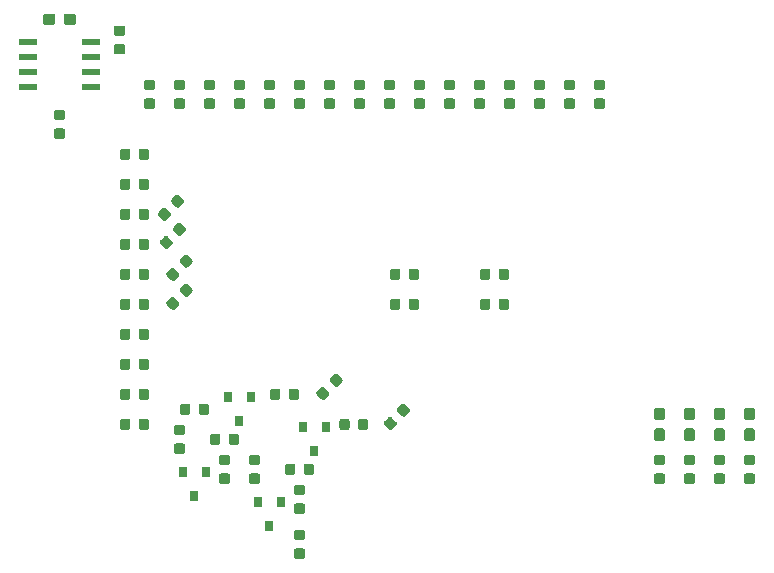
<source format=gbr>
G04 #@! TF.GenerationSoftware,KiCad,Pcbnew,5.1.5+dfsg1-2*
G04 #@! TF.CreationDate,2019-12-04T16:26:49+01:00*
G04 #@! TF.ProjectId,KiCad_Shield,4b694361-645f-4536-9869-656c642e6b69,rev?*
G04 #@! TF.SameCoordinates,Original*
G04 #@! TF.FileFunction,Paste,Top*
G04 #@! TF.FilePolarity,Positive*
%FSLAX46Y46*%
G04 Gerber Fmt 4.6, Leading zero omitted, Abs format (unit mm)*
G04 Created by KiCad (PCBNEW 5.1.5+dfsg1-2) date 2019-12-04 16:26:49*
%MOMM*%
%LPD*%
G04 APERTURE LIST*
%ADD10R,0.800000X0.900000*%
%ADD11C,0.100000*%
%ADD12R,1.550000X0.600000*%
G04 APERTURE END LIST*
D10*
X128778000Y-115935000D03*
X127828000Y-113935000D03*
X129728000Y-113935000D03*
D11*
G36*
X118533779Y-75091144D02*
G01*
X118556834Y-75094563D01*
X118579443Y-75100227D01*
X118601387Y-75108079D01*
X118622457Y-75118044D01*
X118642448Y-75130026D01*
X118661168Y-75143910D01*
X118678438Y-75159562D01*
X118694090Y-75176832D01*
X118707974Y-75195552D01*
X118719956Y-75215543D01*
X118729921Y-75236613D01*
X118737773Y-75258557D01*
X118743437Y-75281166D01*
X118746856Y-75304221D01*
X118748000Y-75327500D01*
X118748000Y-75802500D01*
X118746856Y-75825779D01*
X118743437Y-75848834D01*
X118737773Y-75871443D01*
X118729921Y-75893387D01*
X118719956Y-75914457D01*
X118707974Y-75934448D01*
X118694090Y-75953168D01*
X118678438Y-75970438D01*
X118661168Y-75986090D01*
X118642448Y-75999974D01*
X118622457Y-76011956D01*
X118601387Y-76021921D01*
X118579443Y-76029773D01*
X118556834Y-76035437D01*
X118533779Y-76038856D01*
X118510500Y-76040000D01*
X117935500Y-76040000D01*
X117912221Y-76038856D01*
X117889166Y-76035437D01*
X117866557Y-76029773D01*
X117844613Y-76021921D01*
X117823543Y-76011956D01*
X117803552Y-75999974D01*
X117784832Y-75986090D01*
X117767562Y-75970438D01*
X117751910Y-75953168D01*
X117738026Y-75934448D01*
X117726044Y-75914457D01*
X117716079Y-75893387D01*
X117708227Y-75871443D01*
X117702563Y-75848834D01*
X117699144Y-75825779D01*
X117698000Y-75802500D01*
X117698000Y-75327500D01*
X117699144Y-75304221D01*
X117702563Y-75281166D01*
X117708227Y-75258557D01*
X117716079Y-75236613D01*
X117726044Y-75215543D01*
X117738026Y-75195552D01*
X117751910Y-75176832D01*
X117767562Y-75159562D01*
X117784832Y-75143910D01*
X117803552Y-75130026D01*
X117823543Y-75118044D01*
X117844613Y-75108079D01*
X117866557Y-75100227D01*
X117889166Y-75094563D01*
X117912221Y-75091144D01*
X117935500Y-75090000D01*
X118510500Y-75090000D01*
X118533779Y-75091144D01*
G37*
G36*
X116783779Y-75091144D02*
G01*
X116806834Y-75094563D01*
X116829443Y-75100227D01*
X116851387Y-75108079D01*
X116872457Y-75118044D01*
X116892448Y-75130026D01*
X116911168Y-75143910D01*
X116928438Y-75159562D01*
X116944090Y-75176832D01*
X116957974Y-75195552D01*
X116969956Y-75215543D01*
X116979921Y-75236613D01*
X116987773Y-75258557D01*
X116993437Y-75281166D01*
X116996856Y-75304221D01*
X116998000Y-75327500D01*
X116998000Y-75802500D01*
X116996856Y-75825779D01*
X116993437Y-75848834D01*
X116987773Y-75871443D01*
X116979921Y-75893387D01*
X116969956Y-75914457D01*
X116957974Y-75934448D01*
X116944090Y-75953168D01*
X116928438Y-75970438D01*
X116911168Y-75986090D01*
X116892448Y-75999974D01*
X116872457Y-76011956D01*
X116851387Y-76021921D01*
X116829443Y-76029773D01*
X116806834Y-76035437D01*
X116783779Y-76038856D01*
X116760500Y-76040000D01*
X116185500Y-76040000D01*
X116162221Y-76038856D01*
X116139166Y-76035437D01*
X116116557Y-76029773D01*
X116094613Y-76021921D01*
X116073543Y-76011956D01*
X116053552Y-75999974D01*
X116034832Y-75986090D01*
X116017562Y-75970438D01*
X116001910Y-75953168D01*
X115988026Y-75934448D01*
X115976044Y-75914457D01*
X115966079Y-75893387D01*
X115958227Y-75871443D01*
X115952563Y-75848834D01*
X115949144Y-75825779D01*
X115948000Y-75802500D01*
X115948000Y-75327500D01*
X115949144Y-75304221D01*
X115952563Y-75281166D01*
X115958227Y-75258557D01*
X115966079Y-75236613D01*
X115976044Y-75215543D01*
X115988026Y-75195552D01*
X116001910Y-75176832D01*
X116017562Y-75159562D01*
X116034832Y-75143910D01*
X116053552Y-75130026D01*
X116073543Y-75118044D01*
X116094613Y-75108079D01*
X116116557Y-75100227D01*
X116139166Y-75094563D01*
X116162221Y-75091144D01*
X116185500Y-75090000D01*
X116760500Y-75090000D01*
X116783779Y-75091144D01*
G37*
D12*
X114648000Y-77470000D03*
X114648000Y-78740000D03*
X114648000Y-80010000D03*
X114648000Y-81280000D03*
X120048000Y-81280000D03*
X120048000Y-80010000D03*
X120048000Y-78740000D03*
X120048000Y-77470000D03*
D11*
G36*
X117625691Y-84806053D02*
G01*
X117646926Y-84809203D01*
X117667750Y-84814419D01*
X117687962Y-84821651D01*
X117707368Y-84830830D01*
X117725781Y-84841866D01*
X117743024Y-84854654D01*
X117758930Y-84869070D01*
X117773346Y-84884976D01*
X117786134Y-84902219D01*
X117797170Y-84920632D01*
X117806349Y-84940038D01*
X117813581Y-84960250D01*
X117818797Y-84981074D01*
X117821947Y-85002309D01*
X117823000Y-85023750D01*
X117823000Y-85461250D01*
X117821947Y-85482691D01*
X117818797Y-85503926D01*
X117813581Y-85524750D01*
X117806349Y-85544962D01*
X117797170Y-85564368D01*
X117786134Y-85582781D01*
X117773346Y-85600024D01*
X117758930Y-85615930D01*
X117743024Y-85630346D01*
X117725781Y-85643134D01*
X117707368Y-85654170D01*
X117687962Y-85663349D01*
X117667750Y-85670581D01*
X117646926Y-85675797D01*
X117625691Y-85678947D01*
X117604250Y-85680000D01*
X117091750Y-85680000D01*
X117070309Y-85678947D01*
X117049074Y-85675797D01*
X117028250Y-85670581D01*
X117008038Y-85663349D01*
X116988632Y-85654170D01*
X116970219Y-85643134D01*
X116952976Y-85630346D01*
X116937070Y-85615930D01*
X116922654Y-85600024D01*
X116909866Y-85582781D01*
X116898830Y-85564368D01*
X116889651Y-85544962D01*
X116882419Y-85524750D01*
X116877203Y-85503926D01*
X116874053Y-85482691D01*
X116873000Y-85461250D01*
X116873000Y-85023750D01*
X116874053Y-85002309D01*
X116877203Y-84981074D01*
X116882419Y-84960250D01*
X116889651Y-84940038D01*
X116898830Y-84920632D01*
X116909866Y-84902219D01*
X116922654Y-84884976D01*
X116937070Y-84869070D01*
X116952976Y-84854654D01*
X116970219Y-84841866D01*
X116988632Y-84830830D01*
X117008038Y-84821651D01*
X117028250Y-84814419D01*
X117049074Y-84809203D01*
X117070309Y-84806053D01*
X117091750Y-84805000D01*
X117604250Y-84805000D01*
X117625691Y-84806053D01*
G37*
G36*
X117625691Y-83231053D02*
G01*
X117646926Y-83234203D01*
X117667750Y-83239419D01*
X117687962Y-83246651D01*
X117707368Y-83255830D01*
X117725781Y-83266866D01*
X117743024Y-83279654D01*
X117758930Y-83294070D01*
X117773346Y-83309976D01*
X117786134Y-83327219D01*
X117797170Y-83345632D01*
X117806349Y-83365038D01*
X117813581Y-83385250D01*
X117818797Y-83406074D01*
X117821947Y-83427309D01*
X117823000Y-83448750D01*
X117823000Y-83886250D01*
X117821947Y-83907691D01*
X117818797Y-83928926D01*
X117813581Y-83949750D01*
X117806349Y-83969962D01*
X117797170Y-83989368D01*
X117786134Y-84007781D01*
X117773346Y-84025024D01*
X117758930Y-84040930D01*
X117743024Y-84055346D01*
X117725781Y-84068134D01*
X117707368Y-84079170D01*
X117687962Y-84088349D01*
X117667750Y-84095581D01*
X117646926Y-84100797D01*
X117625691Y-84103947D01*
X117604250Y-84105000D01*
X117091750Y-84105000D01*
X117070309Y-84103947D01*
X117049074Y-84100797D01*
X117028250Y-84095581D01*
X117008038Y-84088349D01*
X116988632Y-84079170D01*
X116970219Y-84068134D01*
X116952976Y-84055346D01*
X116937070Y-84040930D01*
X116922654Y-84025024D01*
X116909866Y-84007781D01*
X116898830Y-83989368D01*
X116889651Y-83969962D01*
X116882419Y-83949750D01*
X116877203Y-83928926D01*
X116874053Y-83907691D01*
X116873000Y-83886250D01*
X116873000Y-83448750D01*
X116874053Y-83427309D01*
X116877203Y-83406074D01*
X116882419Y-83385250D01*
X116889651Y-83365038D01*
X116898830Y-83345632D01*
X116909866Y-83327219D01*
X116922654Y-83309976D01*
X116937070Y-83294070D01*
X116952976Y-83279654D01*
X116970219Y-83266866D01*
X116988632Y-83255830D01*
X117008038Y-83246651D01*
X117028250Y-83239419D01*
X117049074Y-83234203D01*
X117070309Y-83231053D01*
X117091750Y-83230000D01*
X117604250Y-83230000D01*
X117625691Y-83231053D01*
G37*
G36*
X122705691Y-77668553D02*
G01*
X122726926Y-77671703D01*
X122747750Y-77676919D01*
X122767962Y-77684151D01*
X122787368Y-77693330D01*
X122805781Y-77704366D01*
X122823024Y-77717154D01*
X122838930Y-77731570D01*
X122853346Y-77747476D01*
X122866134Y-77764719D01*
X122877170Y-77783132D01*
X122886349Y-77802538D01*
X122893581Y-77822750D01*
X122898797Y-77843574D01*
X122901947Y-77864809D01*
X122903000Y-77886250D01*
X122903000Y-78323750D01*
X122901947Y-78345191D01*
X122898797Y-78366426D01*
X122893581Y-78387250D01*
X122886349Y-78407462D01*
X122877170Y-78426868D01*
X122866134Y-78445281D01*
X122853346Y-78462524D01*
X122838930Y-78478430D01*
X122823024Y-78492846D01*
X122805781Y-78505634D01*
X122787368Y-78516670D01*
X122767962Y-78525849D01*
X122747750Y-78533081D01*
X122726926Y-78538297D01*
X122705691Y-78541447D01*
X122684250Y-78542500D01*
X122171750Y-78542500D01*
X122150309Y-78541447D01*
X122129074Y-78538297D01*
X122108250Y-78533081D01*
X122088038Y-78525849D01*
X122068632Y-78516670D01*
X122050219Y-78505634D01*
X122032976Y-78492846D01*
X122017070Y-78478430D01*
X122002654Y-78462524D01*
X121989866Y-78445281D01*
X121978830Y-78426868D01*
X121969651Y-78407462D01*
X121962419Y-78387250D01*
X121957203Y-78366426D01*
X121954053Y-78345191D01*
X121953000Y-78323750D01*
X121953000Y-77886250D01*
X121954053Y-77864809D01*
X121957203Y-77843574D01*
X121962419Y-77822750D01*
X121969651Y-77802538D01*
X121978830Y-77783132D01*
X121989866Y-77764719D01*
X122002654Y-77747476D01*
X122017070Y-77731570D01*
X122032976Y-77717154D01*
X122050219Y-77704366D01*
X122068632Y-77693330D01*
X122088038Y-77684151D01*
X122108250Y-77676919D01*
X122129074Y-77671703D01*
X122150309Y-77668553D01*
X122171750Y-77667500D01*
X122684250Y-77667500D01*
X122705691Y-77668553D01*
G37*
G36*
X122705691Y-76093553D02*
G01*
X122726926Y-76096703D01*
X122747750Y-76101919D01*
X122767962Y-76109151D01*
X122787368Y-76118330D01*
X122805781Y-76129366D01*
X122823024Y-76142154D01*
X122838930Y-76156570D01*
X122853346Y-76172476D01*
X122866134Y-76189719D01*
X122877170Y-76208132D01*
X122886349Y-76227538D01*
X122893581Y-76247750D01*
X122898797Y-76268574D01*
X122901947Y-76289809D01*
X122903000Y-76311250D01*
X122903000Y-76748750D01*
X122901947Y-76770191D01*
X122898797Y-76791426D01*
X122893581Y-76812250D01*
X122886349Y-76832462D01*
X122877170Y-76851868D01*
X122866134Y-76870281D01*
X122853346Y-76887524D01*
X122838930Y-76903430D01*
X122823024Y-76917846D01*
X122805781Y-76930634D01*
X122787368Y-76941670D01*
X122767962Y-76950849D01*
X122747750Y-76958081D01*
X122726926Y-76963297D01*
X122705691Y-76966447D01*
X122684250Y-76967500D01*
X122171750Y-76967500D01*
X122150309Y-76966447D01*
X122129074Y-76963297D01*
X122108250Y-76958081D01*
X122088038Y-76950849D01*
X122068632Y-76941670D01*
X122050219Y-76930634D01*
X122032976Y-76917846D01*
X122017070Y-76903430D01*
X122002654Y-76887524D01*
X121989866Y-76870281D01*
X121978830Y-76851868D01*
X121969651Y-76832462D01*
X121962419Y-76812250D01*
X121957203Y-76791426D01*
X121954053Y-76770191D01*
X121953000Y-76748750D01*
X121953000Y-76311250D01*
X121954053Y-76289809D01*
X121957203Y-76268574D01*
X121962419Y-76247750D01*
X121969651Y-76227538D01*
X121978830Y-76208132D01*
X121989866Y-76189719D01*
X122002654Y-76172476D01*
X122017070Y-76156570D01*
X122032976Y-76142154D01*
X122050219Y-76129366D01*
X122068632Y-76118330D01*
X122088038Y-76109151D01*
X122108250Y-76101919D01*
X122129074Y-76096703D01*
X122150309Y-76093553D01*
X122171750Y-76092500D01*
X122684250Y-76092500D01*
X122705691Y-76093553D01*
G37*
G36*
X168425691Y-114016053D02*
G01*
X168446926Y-114019203D01*
X168467750Y-114024419D01*
X168487962Y-114031651D01*
X168507368Y-114040830D01*
X168525781Y-114051866D01*
X168543024Y-114064654D01*
X168558930Y-114079070D01*
X168573346Y-114094976D01*
X168586134Y-114112219D01*
X168597170Y-114130632D01*
X168606349Y-114150038D01*
X168613581Y-114170250D01*
X168618797Y-114191074D01*
X168621947Y-114212309D01*
X168623000Y-114233750D01*
X168623000Y-114671250D01*
X168621947Y-114692691D01*
X168618797Y-114713926D01*
X168613581Y-114734750D01*
X168606349Y-114754962D01*
X168597170Y-114774368D01*
X168586134Y-114792781D01*
X168573346Y-114810024D01*
X168558930Y-114825930D01*
X168543024Y-114840346D01*
X168525781Y-114853134D01*
X168507368Y-114864170D01*
X168487962Y-114873349D01*
X168467750Y-114880581D01*
X168446926Y-114885797D01*
X168425691Y-114888947D01*
X168404250Y-114890000D01*
X167891750Y-114890000D01*
X167870309Y-114888947D01*
X167849074Y-114885797D01*
X167828250Y-114880581D01*
X167808038Y-114873349D01*
X167788632Y-114864170D01*
X167770219Y-114853134D01*
X167752976Y-114840346D01*
X167737070Y-114825930D01*
X167722654Y-114810024D01*
X167709866Y-114792781D01*
X167698830Y-114774368D01*
X167689651Y-114754962D01*
X167682419Y-114734750D01*
X167677203Y-114713926D01*
X167674053Y-114692691D01*
X167673000Y-114671250D01*
X167673000Y-114233750D01*
X167674053Y-114212309D01*
X167677203Y-114191074D01*
X167682419Y-114170250D01*
X167689651Y-114150038D01*
X167698830Y-114130632D01*
X167709866Y-114112219D01*
X167722654Y-114094976D01*
X167737070Y-114079070D01*
X167752976Y-114064654D01*
X167770219Y-114051866D01*
X167788632Y-114040830D01*
X167808038Y-114031651D01*
X167828250Y-114024419D01*
X167849074Y-114019203D01*
X167870309Y-114016053D01*
X167891750Y-114015000D01*
X168404250Y-114015000D01*
X168425691Y-114016053D01*
G37*
G36*
X168425691Y-112441053D02*
G01*
X168446926Y-112444203D01*
X168467750Y-112449419D01*
X168487962Y-112456651D01*
X168507368Y-112465830D01*
X168525781Y-112476866D01*
X168543024Y-112489654D01*
X168558930Y-112504070D01*
X168573346Y-112519976D01*
X168586134Y-112537219D01*
X168597170Y-112555632D01*
X168606349Y-112575038D01*
X168613581Y-112595250D01*
X168618797Y-112616074D01*
X168621947Y-112637309D01*
X168623000Y-112658750D01*
X168623000Y-113096250D01*
X168621947Y-113117691D01*
X168618797Y-113138926D01*
X168613581Y-113159750D01*
X168606349Y-113179962D01*
X168597170Y-113199368D01*
X168586134Y-113217781D01*
X168573346Y-113235024D01*
X168558930Y-113250930D01*
X168543024Y-113265346D01*
X168525781Y-113278134D01*
X168507368Y-113289170D01*
X168487962Y-113298349D01*
X168467750Y-113305581D01*
X168446926Y-113310797D01*
X168425691Y-113313947D01*
X168404250Y-113315000D01*
X167891750Y-113315000D01*
X167870309Y-113313947D01*
X167849074Y-113310797D01*
X167828250Y-113305581D01*
X167808038Y-113298349D01*
X167788632Y-113289170D01*
X167770219Y-113278134D01*
X167752976Y-113265346D01*
X167737070Y-113250930D01*
X167722654Y-113235024D01*
X167709866Y-113217781D01*
X167698830Y-113199368D01*
X167689651Y-113179962D01*
X167682419Y-113159750D01*
X167677203Y-113138926D01*
X167674053Y-113117691D01*
X167673000Y-113096250D01*
X167673000Y-112658750D01*
X167674053Y-112637309D01*
X167677203Y-112616074D01*
X167682419Y-112595250D01*
X167689651Y-112575038D01*
X167698830Y-112555632D01*
X167709866Y-112537219D01*
X167722654Y-112519976D01*
X167737070Y-112504070D01*
X167752976Y-112489654D01*
X167770219Y-112476866D01*
X167788632Y-112465830D01*
X167808038Y-112456651D01*
X167828250Y-112449419D01*
X167849074Y-112444203D01*
X167870309Y-112441053D01*
X167891750Y-112440000D01*
X168404250Y-112440000D01*
X168425691Y-112441053D01*
G37*
G36*
X170965691Y-112441053D02*
G01*
X170986926Y-112444203D01*
X171007750Y-112449419D01*
X171027962Y-112456651D01*
X171047368Y-112465830D01*
X171065781Y-112476866D01*
X171083024Y-112489654D01*
X171098930Y-112504070D01*
X171113346Y-112519976D01*
X171126134Y-112537219D01*
X171137170Y-112555632D01*
X171146349Y-112575038D01*
X171153581Y-112595250D01*
X171158797Y-112616074D01*
X171161947Y-112637309D01*
X171163000Y-112658750D01*
X171163000Y-113096250D01*
X171161947Y-113117691D01*
X171158797Y-113138926D01*
X171153581Y-113159750D01*
X171146349Y-113179962D01*
X171137170Y-113199368D01*
X171126134Y-113217781D01*
X171113346Y-113235024D01*
X171098930Y-113250930D01*
X171083024Y-113265346D01*
X171065781Y-113278134D01*
X171047368Y-113289170D01*
X171027962Y-113298349D01*
X171007750Y-113305581D01*
X170986926Y-113310797D01*
X170965691Y-113313947D01*
X170944250Y-113315000D01*
X170431750Y-113315000D01*
X170410309Y-113313947D01*
X170389074Y-113310797D01*
X170368250Y-113305581D01*
X170348038Y-113298349D01*
X170328632Y-113289170D01*
X170310219Y-113278134D01*
X170292976Y-113265346D01*
X170277070Y-113250930D01*
X170262654Y-113235024D01*
X170249866Y-113217781D01*
X170238830Y-113199368D01*
X170229651Y-113179962D01*
X170222419Y-113159750D01*
X170217203Y-113138926D01*
X170214053Y-113117691D01*
X170213000Y-113096250D01*
X170213000Y-112658750D01*
X170214053Y-112637309D01*
X170217203Y-112616074D01*
X170222419Y-112595250D01*
X170229651Y-112575038D01*
X170238830Y-112555632D01*
X170249866Y-112537219D01*
X170262654Y-112519976D01*
X170277070Y-112504070D01*
X170292976Y-112489654D01*
X170310219Y-112476866D01*
X170328632Y-112465830D01*
X170348038Y-112456651D01*
X170368250Y-112449419D01*
X170389074Y-112444203D01*
X170410309Y-112441053D01*
X170431750Y-112440000D01*
X170944250Y-112440000D01*
X170965691Y-112441053D01*
G37*
G36*
X170965691Y-114016053D02*
G01*
X170986926Y-114019203D01*
X171007750Y-114024419D01*
X171027962Y-114031651D01*
X171047368Y-114040830D01*
X171065781Y-114051866D01*
X171083024Y-114064654D01*
X171098930Y-114079070D01*
X171113346Y-114094976D01*
X171126134Y-114112219D01*
X171137170Y-114130632D01*
X171146349Y-114150038D01*
X171153581Y-114170250D01*
X171158797Y-114191074D01*
X171161947Y-114212309D01*
X171163000Y-114233750D01*
X171163000Y-114671250D01*
X171161947Y-114692691D01*
X171158797Y-114713926D01*
X171153581Y-114734750D01*
X171146349Y-114754962D01*
X171137170Y-114774368D01*
X171126134Y-114792781D01*
X171113346Y-114810024D01*
X171098930Y-114825930D01*
X171083024Y-114840346D01*
X171065781Y-114853134D01*
X171047368Y-114864170D01*
X171027962Y-114873349D01*
X171007750Y-114880581D01*
X170986926Y-114885797D01*
X170965691Y-114888947D01*
X170944250Y-114890000D01*
X170431750Y-114890000D01*
X170410309Y-114888947D01*
X170389074Y-114885797D01*
X170368250Y-114880581D01*
X170348038Y-114873349D01*
X170328632Y-114864170D01*
X170310219Y-114853134D01*
X170292976Y-114840346D01*
X170277070Y-114825930D01*
X170262654Y-114810024D01*
X170249866Y-114792781D01*
X170238830Y-114774368D01*
X170229651Y-114754962D01*
X170222419Y-114734750D01*
X170217203Y-114713926D01*
X170214053Y-114692691D01*
X170213000Y-114671250D01*
X170213000Y-114233750D01*
X170214053Y-114212309D01*
X170217203Y-114191074D01*
X170222419Y-114170250D01*
X170229651Y-114150038D01*
X170238830Y-114130632D01*
X170249866Y-114112219D01*
X170262654Y-114094976D01*
X170277070Y-114079070D01*
X170292976Y-114064654D01*
X170310219Y-114051866D01*
X170328632Y-114040830D01*
X170348038Y-114031651D01*
X170368250Y-114024419D01*
X170389074Y-114019203D01*
X170410309Y-114016053D01*
X170431750Y-114015000D01*
X170944250Y-114015000D01*
X170965691Y-114016053D01*
G37*
G36*
X173505691Y-114016053D02*
G01*
X173526926Y-114019203D01*
X173547750Y-114024419D01*
X173567962Y-114031651D01*
X173587368Y-114040830D01*
X173605781Y-114051866D01*
X173623024Y-114064654D01*
X173638930Y-114079070D01*
X173653346Y-114094976D01*
X173666134Y-114112219D01*
X173677170Y-114130632D01*
X173686349Y-114150038D01*
X173693581Y-114170250D01*
X173698797Y-114191074D01*
X173701947Y-114212309D01*
X173703000Y-114233750D01*
X173703000Y-114671250D01*
X173701947Y-114692691D01*
X173698797Y-114713926D01*
X173693581Y-114734750D01*
X173686349Y-114754962D01*
X173677170Y-114774368D01*
X173666134Y-114792781D01*
X173653346Y-114810024D01*
X173638930Y-114825930D01*
X173623024Y-114840346D01*
X173605781Y-114853134D01*
X173587368Y-114864170D01*
X173567962Y-114873349D01*
X173547750Y-114880581D01*
X173526926Y-114885797D01*
X173505691Y-114888947D01*
X173484250Y-114890000D01*
X172971750Y-114890000D01*
X172950309Y-114888947D01*
X172929074Y-114885797D01*
X172908250Y-114880581D01*
X172888038Y-114873349D01*
X172868632Y-114864170D01*
X172850219Y-114853134D01*
X172832976Y-114840346D01*
X172817070Y-114825930D01*
X172802654Y-114810024D01*
X172789866Y-114792781D01*
X172778830Y-114774368D01*
X172769651Y-114754962D01*
X172762419Y-114734750D01*
X172757203Y-114713926D01*
X172754053Y-114692691D01*
X172753000Y-114671250D01*
X172753000Y-114233750D01*
X172754053Y-114212309D01*
X172757203Y-114191074D01*
X172762419Y-114170250D01*
X172769651Y-114150038D01*
X172778830Y-114130632D01*
X172789866Y-114112219D01*
X172802654Y-114094976D01*
X172817070Y-114079070D01*
X172832976Y-114064654D01*
X172850219Y-114051866D01*
X172868632Y-114040830D01*
X172888038Y-114031651D01*
X172908250Y-114024419D01*
X172929074Y-114019203D01*
X172950309Y-114016053D01*
X172971750Y-114015000D01*
X173484250Y-114015000D01*
X173505691Y-114016053D01*
G37*
G36*
X173505691Y-112441053D02*
G01*
X173526926Y-112444203D01*
X173547750Y-112449419D01*
X173567962Y-112456651D01*
X173587368Y-112465830D01*
X173605781Y-112476866D01*
X173623024Y-112489654D01*
X173638930Y-112504070D01*
X173653346Y-112519976D01*
X173666134Y-112537219D01*
X173677170Y-112555632D01*
X173686349Y-112575038D01*
X173693581Y-112595250D01*
X173698797Y-112616074D01*
X173701947Y-112637309D01*
X173703000Y-112658750D01*
X173703000Y-113096250D01*
X173701947Y-113117691D01*
X173698797Y-113138926D01*
X173693581Y-113159750D01*
X173686349Y-113179962D01*
X173677170Y-113199368D01*
X173666134Y-113217781D01*
X173653346Y-113235024D01*
X173638930Y-113250930D01*
X173623024Y-113265346D01*
X173605781Y-113278134D01*
X173587368Y-113289170D01*
X173567962Y-113298349D01*
X173547750Y-113305581D01*
X173526926Y-113310797D01*
X173505691Y-113313947D01*
X173484250Y-113315000D01*
X172971750Y-113315000D01*
X172950309Y-113313947D01*
X172929074Y-113310797D01*
X172908250Y-113305581D01*
X172888038Y-113298349D01*
X172868632Y-113289170D01*
X172850219Y-113278134D01*
X172832976Y-113265346D01*
X172817070Y-113250930D01*
X172802654Y-113235024D01*
X172789866Y-113217781D01*
X172778830Y-113199368D01*
X172769651Y-113179962D01*
X172762419Y-113159750D01*
X172757203Y-113138926D01*
X172754053Y-113117691D01*
X172753000Y-113096250D01*
X172753000Y-112658750D01*
X172754053Y-112637309D01*
X172757203Y-112616074D01*
X172762419Y-112595250D01*
X172769651Y-112575038D01*
X172778830Y-112555632D01*
X172789866Y-112537219D01*
X172802654Y-112519976D01*
X172817070Y-112504070D01*
X172832976Y-112489654D01*
X172850219Y-112476866D01*
X172868632Y-112465830D01*
X172888038Y-112456651D01*
X172908250Y-112449419D01*
X172929074Y-112444203D01*
X172950309Y-112441053D01*
X172971750Y-112440000D01*
X173484250Y-112440000D01*
X173505691Y-112441053D01*
G37*
G36*
X176045691Y-112441053D02*
G01*
X176066926Y-112444203D01*
X176087750Y-112449419D01*
X176107962Y-112456651D01*
X176127368Y-112465830D01*
X176145781Y-112476866D01*
X176163024Y-112489654D01*
X176178930Y-112504070D01*
X176193346Y-112519976D01*
X176206134Y-112537219D01*
X176217170Y-112555632D01*
X176226349Y-112575038D01*
X176233581Y-112595250D01*
X176238797Y-112616074D01*
X176241947Y-112637309D01*
X176243000Y-112658750D01*
X176243000Y-113096250D01*
X176241947Y-113117691D01*
X176238797Y-113138926D01*
X176233581Y-113159750D01*
X176226349Y-113179962D01*
X176217170Y-113199368D01*
X176206134Y-113217781D01*
X176193346Y-113235024D01*
X176178930Y-113250930D01*
X176163024Y-113265346D01*
X176145781Y-113278134D01*
X176127368Y-113289170D01*
X176107962Y-113298349D01*
X176087750Y-113305581D01*
X176066926Y-113310797D01*
X176045691Y-113313947D01*
X176024250Y-113315000D01*
X175511750Y-113315000D01*
X175490309Y-113313947D01*
X175469074Y-113310797D01*
X175448250Y-113305581D01*
X175428038Y-113298349D01*
X175408632Y-113289170D01*
X175390219Y-113278134D01*
X175372976Y-113265346D01*
X175357070Y-113250930D01*
X175342654Y-113235024D01*
X175329866Y-113217781D01*
X175318830Y-113199368D01*
X175309651Y-113179962D01*
X175302419Y-113159750D01*
X175297203Y-113138926D01*
X175294053Y-113117691D01*
X175293000Y-113096250D01*
X175293000Y-112658750D01*
X175294053Y-112637309D01*
X175297203Y-112616074D01*
X175302419Y-112595250D01*
X175309651Y-112575038D01*
X175318830Y-112555632D01*
X175329866Y-112537219D01*
X175342654Y-112519976D01*
X175357070Y-112504070D01*
X175372976Y-112489654D01*
X175390219Y-112476866D01*
X175408632Y-112465830D01*
X175428038Y-112456651D01*
X175448250Y-112449419D01*
X175469074Y-112444203D01*
X175490309Y-112441053D01*
X175511750Y-112440000D01*
X176024250Y-112440000D01*
X176045691Y-112441053D01*
G37*
G36*
X176045691Y-114016053D02*
G01*
X176066926Y-114019203D01*
X176087750Y-114024419D01*
X176107962Y-114031651D01*
X176127368Y-114040830D01*
X176145781Y-114051866D01*
X176163024Y-114064654D01*
X176178930Y-114079070D01*
X176193346Y-114094976D01*
X176206134Y-114112219D01*
X176217170Y-114130632D01*
X176226349Y-114150038D01*
X176233581Y-114170250D01*
X176238797Y-114191074D01*
X176241947Y-114212309D01*
X176243000Y-114233750D01*
X176243000Y-114671250D01*
X176241947Y-114692691D01*
X176238797Y-114713926D01*
X176233581Y-114734750D01*
X176226349Y-114754962D01*
X176217170Y-114774368D01*
X176206134Y-114792781D01*
X176193346Y-114810024D01*
X176178930Y-114825930D01*
X176163024Y-114840346D01*
X176145781Y-114853134D01*
X176127368Y-114864170D01*
X176107962Y-114873349D01*
X176087750Y-114880581D01*
X176066926Y-114885797D01*
X176045691Y-114888947D01*
X176024250Y-114890000D01*
X175511750Y-114890000D01*
X175490309Y-114888947D01*
X175469074Y-114885797D01*
X175448250Y-114880581D01*
X175428038Y-114873349D01*
X175408632Y-114864170D01*
X175390219Y-114853134D01*
X175372976Y-114840346D01*
X175357070Y-114825930D01*
X175342654Y-114810024D01*
X175329866Y-114792781D01*
X175318830Y-114774368D01*
X175309651Y-114754962D01*
X175302419Y-114734750D01*
X175297203Y-114713926D01*
X175294053Y-114692691D01*
X175293000Y-114671250D01*
X175293000Y-114233750D01*
X175294053Y-114212309D01*
X175297203Y-114191074D01*
X175302419Y-114170250D01*
X175309651Y-114150038D01*
X175318830Y-114130632D01*
X175329866Y-114112219D01*
X175342654Y-114094976D01*
X175357070Y-114079070D01*
X175372976Y-114064654D01*
X175390219Y-114051866D01*
X175408632Y-114040830D01*
X175428038Y-114031651D01*
X175448250Y-114024419D01*
X175469074Y-114019203D01*
X175490309Y-114016053D01*
X175511750Y-114015000D01*
X176024250Y-114015000D01*
X176045691Y-114016053D01*
G37*
G36*
X168408779Y-108456144D02*
G01*
X168431834Y-108459563D01*
X168454443Y-108465227D01*
X168476387Y-108473079D01*
X168497457Y-108483044D01*
X168517448Y-108495026D01*
X168536168Y-108508910D01*
X168553438Y-108524562D01*
X168569090Y-108541832D01*
X168582974Y-108560552D01*
X168594956Y-108580543D01*
X168604921Y-108601613D01*
X168612773Y-108623557D01*
X168618437Y-108646166D01*
X168621856Y-108669221D01*
X168623000Y-108692500D01*
X168623000Y-109267500D01*
X168621856Y-109290779D01*
X168618437Y-109313834D01*
X168612773Y-109336443D01*
X168604921Y-109358387D01*
X168594956Y-109379457D01*
X168582974Y-109399448D01*
X168569090Y-109418168D01*
X168553438Y-109435438D01*
X168536168Y-109451090D01*
X168517448Y-109464974D01*
X168497457Y-109476956D01*
X168476387Y-109486921D01*
X168454443Y-109494773D01*
X168431834Y-109500437D01*
X168408779Y-109503856D01*
X168385500Y-109505000D01*
X167910500Y-109505000D01*
X167887221Y-109503856D01*
X167864166Y-109500437D01*
X167841557Y-109494773D01*
X167819613Y-109486921D01*
X167798543Y-109476956D01*
X167778552Y-109464974D01*
X167759832Y-109451090D01*
X167742562Y-109435438D01*
X167726910Y-109418168D01*
X167713026Y-109399448D01*
X167701044Y-109379457D01*
X167691079Y-109358387D01*
X167683227Y-109336443D01*
X167677563Y-109313834D01*
X167674144Y-109290779D01*
X167673000Y-109267500D01*
X167673000Y-108692500D01*
X167674144Y-108669221D01*
X167677563Y-108646166D01*
X167683227Y-108623557D01*
X167691079Y-108601613D01*
X167701044Y-108580543D01*
X167713026Y-108560552D01*
X167726910Y-108541832D01*
X167742562Y-108524562D01*
X167759832Y-108508910D01*
X167778552Y-108495026D01*
X167798543Y-108483044D01*
X167819613Y-108473079D01*
X167841557Y-108465227D01*
X167864166Y-108459563D01*
X167887221Y-108456144D01*
X167910500Y-108455000D01*
X168385500Y-108455000D01*
X168408779Y-108456144D01*
G37*
G36*
X168408779Y-110206144D02*
G01*
X168431834Y-110209563D01*
X168454443Y-110215227D01*
X168476387Y-110223079D01*
X168497457Y-110233044D01*
X168517448Y-110245026D01*
X168536168Y-110258910D01*
X168553438Y-110274562D01*
X168569090Y-110291832D01*
X168582974Y-110310552D01*
X168594956Y-110330543D01*
X168604921Y-110351613D01*
X168612773Y-110373557D01*
X168618437Y-110396166D01*
X168621856Y-110419221D01*
X168623000Y-110442500D01*
X168623000Y-111017500D01*
X168621856Y-111040779D01*
X168618437Y-111063834D01*
X168612773Y-111086443D01*
X168604921Y-111108387D01*
X168594956Y-111129457D01*
X168582974Y-111149448D01*
X168569090Y-111168168D01*
X168553438Y-111185438D01*
X168536168Y-111201090D01*
X168517448Y-111214974D01*
X168497457Y-111226956D01*
X168476387Y-111236921D01*
X168454443Y-111244773D01*
X168431834Y-111250437D01*
X168408779Y-111253856D01*
X168385500Y-111255000D01*
X167910500Y-111255000D01*
X167887221Y-111253856D01*
X167864166Y-111250437D01*
X167841557Y-111244773D01*
X167819613Y-111236921D01*
X167798543Y-111226956D01*
X167778552Y-111214974D01*
X167759832Y-111201090D01*
X167742562Y-111185438D01*
X167726910Y-111168168D01*
X167713026Y-111149448D01*
X167701044Y-111129457D01*
X167691079Y-111108387D01*
X167683227Y-111086443D01*
X167677563Y-111063834D01*
X167674144Y-111040779D01*
X167673000Y-111017500D01*
X167673000Y-110442500D01*
X167674144Y-110419221D01*
X167677563Y-110396166D01*
X167683227Y-110373557D01*
X167691079Y-110351613D01*
X167701044Y-110330543D01*
X167713026Y-110310552D01*
X167726910Y-110291832D01*
X167742562Y-110274562D01*
X167759832Y-110258910D01*
X167778552Y-110245026D01*
X167798543Y-110233044D01*
X167819613Y-110223079D01*
X167841557Y-110215227D01*
X167864166Y-110209563D01*
X167887221Y-110206144D01*
X167910500Y-110205000D01*
X168385500Y-110205000D01*
X168408779Y-110206144D01*
G37*
G36*
X170948779Y-110206144D02*
G01*
X170971834Y-110209563D01*
X170994443Y-110215227D01*
X171016387Y-110223079D01*
X171037457Y-110233044D01*
X171057448Y-110245026D01*
X171076168Y-110258910D01*
X171093438Y-110274562D01*
X171109090Y-110291832D01*
X171122974Y-110310552D01*
X171134956Y-110330543D01*
X171144921Y-110351613D01*
X171152773Y-110373557D01*
X171158437Y-110396166D01*
X171161856Y-110419221D01*
X171163000Y-110442500D01*
X171163000Y-111017500D01*
X171161856Y-111040779D01*
X171158437Y-111063834D01*
X171152773Y-111086443D01*
X171144921Y-111108387D01*
X171134956Y-111129457D01*
X171122974Y-111149448D01*
X171109090Y-111168168D01*
X171093438Y-111185438D01*
X171076168Y-111201090D01*
X171057448Y-111214974D01*
X171037457Y-111226956D01*
X171016387Y-111236921D01*
X170994443Y-111244773D01*
X170971834Y-111250437D01*
X170948779Y-111253856D01*
X170925500Y-111255000D01*
X170450500Y-111255000D01*
X170427221Y-111253856D01*
X170404166Y-111250437D01*
X170381557Y-111244773D01*
X170359613Y-111236921D01*
X170338543Y-111226956D01*
X170318552Y-111214974D01*
X170299832Y-111201090D01*
X170282562Y-111185438D01*
X170266910Y-111168168D01*
X170253026Y-111149448D01*
X170241044Y-111129457D01*
X170231079Y-111108387D01*
X170223227Y-111086443D01*
X170217563Y-111063834D01*
X170214144Y-111040779D01*
X170213000Y-111017500D01*
X170213000Y-110442500D01*
X170214144Y-110419221D01*
X170217563Y-110396166D01*
X170223227Y-110373557D01*
X170231079Y-110351613D01*
X170241044Y-110330543D01*
X170253026Y-110310552D01*
X170266910Y-110291832D01*
X170282562Y-110274562D01*
X170299832Y-110258910D01*
X170318552Y-110245026D01*
X170338543Y-110233044D01*
X170359613Y-110223079D01*
X170381557Y-110215227D01*
X170404166Y-110209563D01*
X170427221Y-110206144D01*
X170450500Y-110205000D01*
X170925500Y-110205000D01*
X170948779Y-110206144D01*
G37*
G36*
X170948779Y-108456144D02*
G01*
X170971834Y-108459563D01*
X170994443Y-108465227D01*
X171016387Y-108473079D01*
X171037457Y-108483044D01*
X171057448Y-108495026D01*
X171076168Y-108508910D01*
X171093438Y-108524562D01*
X171109090Y-108541832D01*
X171122974Y-108560552D01*
X171134956Y-108580543D01*
X171144921Y-108601613D01*
X171152773Y-108623557D01*
X171158437Y-108646166D01*
X171161856Y-108669221D01*
X171163000Y-108692500D01*
X171163000Y-109267500D01*
X171161856Y-109290779D01*
X171158437Y-109313834D01*
X171152773Y-109336443D01*
X171144921Y-109358387D01*
X171134956Y-109379457D01*
X171122974Y-109399448D01*
X171109090Y-109418168D01*
X171093438Y-109435438D01*
X171076168Y-109451090D01*
X171057448Y-109464974D01*
X171037457Y-109476956D01*
X171016387Y-109486921D01*
X170994443Y-109494773D01*
X170971834Y-109500437D01*
X170948779Y-109503856D01*
X170925500Y-109505000D01*
X170450500Y-109505000D01*
X170427221Y-109503856D01*
X170404166Y-109500437D01*
X170381557Y-109494773D01*
X170359613Y-109486921D01*
X170338543Y-109476956D01*
X170318552Y-109464974D01*
X170299832Y-109451090D01*
X170282562Y-109435438D01*
X170266910Y-109418168D01*
X170253026Y-109399448D01*
X170241044Y-109379457D01*
X170231079Y-109358387D01*
X170223227Y-109336443D01*
X170217563Y-109313834D01*
X170214144Y-109290779D01*
X170213000Y-109267500D01*
X170213000Y-108692500D01*
X170214144Y-108669221D01*
X170217563Y-108646166D01*
X170223227Y-108623557D01*
X170231079Y-108601613D01*
X170241044Y-108580543D01*
X170253026Y-108560552D01*
X170266910Y-108541832D01*
X170282562Y-108524562D01*
X170299832Y-108508910D01*
X170318552Y-108495026D01*
X170338543Y-108483044D01*
X170359613Y-108473079D01*
X170381557Y-108465227D01*
X170404166Y-108459563D01*
X170427221Y-108456144D01*
X170450500Y-108455000D01*
X170925500Y-108455000D01*
X170948779Y-108456144D01*
G37*
G36*
X173488779Y-108456144D02*
G01*
X173511834Y-108459563D01*
X173534443Y-108465227D01*
X173556387Y-108473079D01*
X173577457Y-108483044D01*
X173597448Y-108495026D01*
X173616168Y-108508910D01*
X173633438Y-108524562D01*
X173649090Y-108541832D01*
X173662974Y-108560552D01*
X173674956Y-108580543D01*
X173684921Y-108601613D01*
X173692773Y-108623557D01*
X173698437Y-108646166D01*
X173701856Y-108669221D01*
X173703000Y-108692500D01*
X173703000Y-109267500D01*
X173701856Y-109290779D01*
X173698437Y-109313834D01*
X173692773Y-109336443D01*
X173684921Y-109358387D01*
X173674956Y-109379457D01*
X173662974Y-109399448D01*
X173649090Y-109418168D01*
X173633438Y-109435438D01*
X173616168Y-109451090D01*
X173597448Y-109464974D01*
X173577457Y-109476956D01*
X173556387Y-109486921D01*
X173534443Y-109494773D01*
X173511834Y-109500437D01*
X173488779Y-109503856D01*
X173465500Y-109505000D01*
X172990500Y-109505000D01*
X172967221Y-109503856D01*
X172944166Y-109500437D01*
X172921557Y-109494773D01*
X172899613Y-109486921D01*
X172878543Y-109476956D01*
X172858552Y-109464974D01*
X172839832Y-109451090D01*
X172822562Y-109435438D01*
X172806910Y-109418168D01*
X172793026Y-109399448D01*
X172781044Y-109379457D01*
X172771079Y-109358387D01*
X172763227Y-109336443D01*
X172757563Y-109313834D01*
X172754144Y-109290779D01*
X172753000Y-109267500D01*
X172753000Y-108692500D01*
X172754144Y-108669221D01*
X172757563Y-108646166D01*
X172763227Y-108623557D01*
X172771079Y-108601613D01*
X172781044Y-108580543D01*
X172793026Y-108560552D01*
X172806910Y-108541832D01*
X172822562Y-108524562D01*
X172839832Y-108508910D01*
X172858552Y-108495026D01*
X172878543Y-108483044D01*
X172899613Y-108473079D01*
X172921557Y-108465227D01*
X172944166Y-108459563D01*
X172967221Y-108456144D01*
X172990500Y-108455000D01*
X173465500Y-108455000D01*
X173488779Y-108456144D01*
G37*
G36*
X173488779Y-110206144D02*
G01*
X173511834Y-110209563D01*
X173534443Y-110215227D01*
X173556387Y-110223079D01*
X173577457Y-110233044D01*
X173597448Y-110245026D01*
X173616168Y-110258910D01*
X173633438Y-110274562D01*
X173649090Y-110291832D01*
X173662974Y-110310552D01*
X173674956Y-110330543D01*
X173684921Y-110351613D01*
X173692773Y-110373557D01*
X173698437Y-110396166D01*
X173701856Y-110419221D01*
X173703000Y-110442500D01*
X173703000Y-111017500D01*
X173701856Y-111040779D01*
X173698437Y-111063834D01*
X173692773Y-111086443D01*
X173684921Y-111108387D01*
X173674956Y-111129457D01*
X173662974Y-111149448D01*
X173649090Y-111168168D01*
X173633438Y-111185438D01*
X173616168Y-111201090D01*
X173597448Y-111214974D01*
X173577457Y-111226956D01*
X173556387Y-111236921D01*
X173534443Y-111244773D01*
X173511834Y-111250437D01*
X173488779Y-111253856D01*
X173465500Y-111255000D01*
X172990500Y-111255000D01*
X172967221Y-111253856D01*
X172944166Y-111250437D01*
X172921557Y-111244773D01*
X172899613Y-111236921D01*
X172878543Y-111226956D01*
X172858552Y-111214974D01*
X172839832Y-111201090D01*
X172822562Y-111185438D01*
X172806910Y-111168168D01*
X172793026Y-111149448D01*
X172781044Y-111129457D01*
X172771079Y-111108387D01*
X172763227Y-111086443D01*
X172757563Y-111063834D01*
X172754144Y-111040779D01*
X172753000Y-111017500D01*
X172753000Y-110442500D01*
X172754144Y-110419221D01*
X172757563Y-110396166D01*
X172763227Y-110373557D01*
X172771079Y-110351613D01*
X172781044Y-110330543D01*
X172793026Y-110310552D01*
X172806910Y-110291832D01*
X172822562Y-110274562D01*
X172839832Y-110258910D01*
X172858552Y-110245026D01*
X172878543Y-110233044D01*
X172899613Y-110223079D01*
X172921557Y-110215227D01*
X172944166Y-110209563D01*
X172967221Y-110206144D01*
X172990500Y-110205000D01*
X173465500Y-110205000D01*
X173488779Y-110206144D01*
G37*
G36*
X176028779Y-110206144D02*
G01*
X176051834Y-110209563D01*
X176074443Y-110215227D01*
X176096387Y-110223079D01*
X176117457Y-110233044D01*
X176137448Y-110245026D01*
X176156168Y-110258910D01*
X176173438Y-110274562D01*
X176189090Y-110291832D01*
X176202974Y-110310552D01*
X176214956Y-110330543D01*
X176224921Y-110351613D01*
X176232773Y-110373557D01*
X176238437Y-110396166D01*
X176241856Y-110419221D01*
X176243000Y-110442500D01*
X176243000Y-111017500D01*
X176241856Y-111040779D01*
X176238437Y-111063834D01*
X176232773Y-111086443D01*
X176224921Y-111108387D01*
X176214956Y-111129457D01*
X176202974Y-111149448D01*
X176189090Y-111168168D01*
X176173438Y-111185438D01*
X176156168Y-111201090D01*
X176137448Y-111214974D01*
X176117457Y-111226956D01*
X176096387Y-111236921D01*
X176074443Y-111244773D01*
X176051834Y-111250437D01*
X176028779Y-111253856D01*
X176005500Y-111255000D01*
X175530500Y-111255000D01*
X175507221Y-111253856D01*
X175484166Y-111250437D01*
X175461557Y-111244773D01*
X175439613Y-111236921D01*
X175418543Y-111226956D01*
X175398552Y-111214974D01*
X175379832Y-111201090D01*
X175362562Y-111185438D01*
X175346910Y-111168168D01*
X175333026Y-111149448D01*
X175321044Y-111129457D01*
X175311079Y-111108387D01*
X175303227Y-111086443D01*
X175297563Y-111063834D01*
X175294144Y-111040779D01*
X175293000Y-111017500D01*
X175293000Y-110442500D01*
X175294144Y-110419221D01*
X175297563Y-110396166D01*
X175303227Y-110373557D01*
X175311079Y-110351613D01*
X175321044Y-110330543D01*
X175333026Y-110310552D01*
X175346910Y-110291832D01*
X175362562Y-110274562D01*
X175379832Y-110258910D01*
X175398552Y-110245026D01*
X175418543Y-110233044D01*
X175439613Y-110223079D01*
X175461557Y-110215227D01*
X175484166Y-110209563D01*
X175507221Y-110206144D01*
X175530500Y-110205000D01*
X176005500Y-110205000D01*
X176028779Y-110206144D01*
G37*
G36*
X176028779Y-108456144D02*
G01*
X176051834Y-108459563D01*
X176074443Y-108465227D01*
X176096387Y-108473079D01*
X176117457Y-108483044D01*
X176137448Y-108495026D01*
X176156168Y-108508910D01*
X176173438Y-108524562D01*
X176189090Y-108541832D01*
X176202974Y-108560552D01*
X176214956Y-108580543D01*
X176224921Y-108601613D01*
X176232773Y-108623557D01*
X176238437Y-108646166D01*
X176241856Y-108669221D01*
X176243000Y-108692500D01*
X176243000Y-109267500D01*
X176241856Y-109290779D01*
X176238437Y-109313834D01*
X176232773Y-109336443D01*
X176224921Y-109358387D01*
X176214956Y-109379457D01*
X176202974Y-109399448D01*
X176189090Y-109418168D01*
X176173438Y-109435438D01*
X176156168Y-109451090D01*
X176137448Y-109464974D01*
X176117457Y-109476956D01*
X176096387Y-109486921D01*
X176074443Y-109494773D01*
X176051834Y-109500437D01*
X176028779Y-109503856D01*
X176005500Y-109505000D01*
X175530500Y-109505000D01*
X175507221Y-109503856D01*
X175484166Y-109500437D01*
X175461557Y-109494773D01*
X175439613Y-109486921D01*
X175418543Y-109476956D01*
X175398552Y-109464974D01*
X175379832Y-109451090D01*
X175362562Y-109435438D01*
X175346910Y-109418168D01*
X175333026Y-109399448D01*
X175321044Y-109379457D01*
X175311079Y-109358387D01*
X175303227Y-109336443D01*
X175297563Y-109313834D01*
X175294144Y-109290779D01*
X175293000Y-109267500D01*
X175293000Y-108692500D01*
X175294144Y-108669221D01*
X175297563Y-108646166D01*
X175303227Y-108623557D01*
X175311079Y-108601613D01*
X175321044Y-108580543D01*
X175333026Y-108560552D01*
X175346910Y-108541832D01*
X175362562Y-108524562D01*
X175379832Y-108508910D01*
X175398552Y-108495026D01*
X175418543Y-108483044D01*
X175439613Y-108473079D01*
X175461557Y-108465227D01*
X175484166Y-108459563D01*
X175507221Y-108456144D01*
X175530500Y-108455000D01*
X176005500Y-108455000D01*
X176028779Y-108456144D01*
G37*
G36*
X124725691Y-86521053D02*
G01*
X124746926Y-86524203D01*
X124767750Y-86529419D01*
X124787962Y-86536651D01*
X124807368Y-86545830D01*
X124825781Y-86556866D01*
X124843024Y-86569654D01*
X124858930Y-86584070D01*
X124873346Y-86599976D01*
X124886134Y-86617219D01*
X124897170Y-86635632D01*
X124906349Y-86655038D01*
X124913581Y-86675250D01*
X124918797Y-86696074D01*
X124921947Y-86717309D01*
X124923000Y-86738750D01*
X124923000Y-87251250D01*
X124921947Y-87272691D01*
X124918797Y-87293926D01*
X124913581Y-87314750D01*
X124906349Y-87334962D01*
X124897170Y-87354368D01*
X124886134Y-87372781D01*
X124873346Y-87390024D01*
X124858930Y-87405930D01*
X124843024Y-87420346D01*
X124825781Y-87433134D01*
X124807368Y-87444170D01*
X124787962Y-87453349D01*
X124767750Y-87460581D01*
X124746926Y-87465797D01*
X124725691Y-87468947D01*
X124704250Y-87470000D01*
X124266750Y-87470000D01*
X124245309Y-87468947D01*
X124224074Y-87465797D01*
X124203250Y-87460581D01*
X124183038Y-87453349D01*
X124163632Y-87444170D01*
X124145219Y-87433134D01*
X124127976Y-87420346D01*
X124112070Y-87405930D01*
X124097654Y-87390024D01*
X124084866Y-87372781D01*
X124073830Y-87354368D01*
X124064651Y-87334962D01*
X124057419Y-87314750D01*
X124052203Y-87293926D01*
X124049053Y-87272691D01*
X124048000Y-87251250D01*
X124048000Y-86738750D01*
X124049053Y-86717309D01*
X124052203Y-86696074D01*
X124057419Y-86675250D01*
X124064651Y-86655038D01*
X124073830Y-86635632D01*
X124084866Y-86617219D01*
X124097654Y-86599976D01*
X124112070Y-86584070D01*
X124127976Y-86569654D01*
X124145219Y-86556866D01*
X124163632Y-86545830D01*
X124183038Y-86536651D01*
X124203250Y-86529419D01*
X124224074Y-86524203D01*
X124245309Y-86521053D01*
X124266750Y-86520000D01*
X124704250Y-86520000D01*
X124725691Y-86521053D01*
G37*
G36*
X123150691Y-86521053D02*
G01*
X123171926Y-86524203D01*
X123192750Y-86529419D01*
X123212962Y-86536651D01*
X123232368Y-86545830D01*
X123250781Y-86556866D01*
X123268024Y-86569654D01*
X123283930Y-86584070D01*
X123298346Y-86599976D01*
X123311134Y-86617219D01*
X123322170Y-86635632D01*
X123331349Y-86655038D01*
X123338581Y-86675250D01*
X123343797Y-86696074D01*
X123346947Y-86717309D01*
X123348000Y-86738750D01*
X123348000Y-87251250D01*
X123346947Y-87272691D01*
X123343797Y-87293926D01*
X123338581Y-87314750D01*
X123331349Y-87334962D01*
X123322170Y-87354368D01*
X123311134Y-87372781D01*
X123298346Y-87390024D01*
X123283930Y-87405930D01*
X123268024Y-87420346D01*
X123250781Y-87433134D01*
X123232368Y-87444170D01*
X123212962Y-87453349D01*
X123192750Y-87460581D01*
X123171926Y-87465797D01*
X123150691Y-87468947D01*
X123129250Y-87470000D01*
X122691750Y-87470000D01*
X122670309Y-87468947D01*
X122649074Y-87465797D01*
X122628250Y-87460581D01*
X122608038Y-87453349D01*
X122588632Y-87444170D01*
X122570219Y-87433134D01*
X122552976Y-87420346D01*
X122537070Y-87405930D01*
X122522654Y-87390024D01*
X122509866Y-87372781D01*
X122498830Y-87354368D01*
X122489651Y-87334962D01*
X122482419Y-87314750D01*
X122477203Y-87293926D01*
X122474053Y-87272691D01*
X122473000Y-87251250D01*
X122473000Y-86738750D01*
X122474053Y-86717309D01*
X122477203Y-86696074D01*
X122482419Y-86675250D01*
X122489651Y-86655038D01*
X122498830Y-86635632D01*
X122509866Y-86617219D01*
X122522654Y-86599976D01*
X122537070Y-86584070D01*
X122552976Y-86569654D01*
X122570219Y-86556866D01*
X122588632Y-86545830D01*
X122608038Y-86536651D01*
X122628250Y-86529419D01*
X122649074Y-86524203D01*
X122670309Y-86521053D01*
X122691750Y-86520000D01*
X123129250Y-86520000D01*
X123150691Y-86521053D01*
G37*
G36*
X123150691Y-89061053D02*
G01*
X123171926Y-89064203D01*
X123192750Y-89069419D01*
X123212962Y-89076651D01*
X123232368Y-89085830D01*
X123250781Y-89096866D01*
X123268024Y-89109654D01*
X123283930Y-89124070D01*
X123298346Y-89139976D01*
X123311134Y-89157219D01*
X123322170Y-89175632D01*
X123331349Y-89195038D01*
X123338581Y-89215250D01*
X123343797Y-89236074D01*
X123346947Y-89257309D01*
X123348000Y-89278750D01*
X123348000Y-89791250D01*
X123346947Y-89812691D01*
X123343797Y-89833926D01*
X123338581Y-89854750D01*
X123331349Y-89874962D01*
X123322170Y-89894368D01*
X123311134Y-89912781D01*
X123298346Y-89930024D01*
X123283930Y-89945930D01*
X123268024Y-89960346D01*
X123250781Y-89973134D01*
X123232368Y-89984170D01*
X123212962Y-89993349D01*
X123192750Y-90000581D01*
X123171926Y-90005797D01*
X123150691Y-90008947D01*
X123129250Y-90010000D01*
X122691750Y-90010000D01*
X122670309Y-90008947D01*
X122649074Y-90005797D01*
X122628250Y-90000581D01*
X122608038Y-89993349D01*
X122588632Y-89984170D01*
X122570219Y-89973134D01*
X122552976Y-89960346D01*
X122537070Y-89945930D01*
X122522654Y-89930024D01*
X122509866Y-89912781D01*
X122498830Y-89894368D01*
X122489651Y-89874962D01*
X122482419Y-89854750D01*
X122477203Y-89833926D01*
X122474053Y-89812691D01*
X122473000Y-89791250D01*
X122473000Y-89278750D01*
X122474053Y-89257309D01*
X122477203Y-89236074D01*
X122482419Y-89215250D01*
X122489651Y-89195038D01*
X122498830Y-89175632D01*
X122509866Y-89157219D01*
X122522654Y-89139976D01*
X122537070Y-89124070D01*
X122552976Y-89109654D01*
X122570219Y-89096866D01*
X122588632Y-89085830D01*
X122608038Y-89076651D01*
X122628250Y-89069419D01*
X122649074Y-89064203D01*
X122670309Y-89061053D01*
X122691750Y-89060000D01*
X123129250Y-89060000D01*
X123150691Y-89061053D01*
G37*
G36*
X124725691Y-89061053D02*
G01*
X124746926Y-89064203D01*
X124767750Y-89069419D01*
X124787962Y-89076651D01*
X124807368Y-89085830D01*
X124825781Y-89096866D01*
X124843024Y-89109654D01*
X124858930Y-89124070D01*
X124873346Y-89139976D01*
X124886134Y-89157219D01*
X124897170Y-89175632D01*
X124906349Y-89195038D01*
X124913581Y-89215250D01*
X124918797Y-89236074D01*
X124921947Y-89257309D01*
X124923000Y-89278750D01*
X124923000Y-89791250D01*
X124921947Y-89812691D01*
X124918797Y-89833926D01*
X124913581Y-89854750D01*
X124906349Y-89874962D01*
X124897170Y-89894368D01*
X124886134Y-89912781D01*
X124873346Y-89930024D01*
X124858930Y-89945930D01*
X124843024Y-89960346D01*
X124825781Y-89973134D01*
X124807368Y-89984170D01*
X124787962Y-89993349D01*
X124767750Y-90000581D01*
X124746926Y-90005797D01*
X124725691Y-90008947D01*
X124704250Y-90010000D01*
X124266750Y-90010000D01*
X124245309Y-90008947D01*
X124224074Y-90005797D01*
X124203250Y-90000581D01*
X124183038Y-89993349D01*
X124163632Y-89984170D01*
X124145219Y-89973134D01*
X124127976Y-89960346D01*
X124112070Y-89945930D01*
X124097654Y-89930024D01*
X124084866Y-89912781D01*
X124073830Y-89894368D01*
X124064651Y-89874962D01*
X124057419Y-89854750D01*
X124052203Y-89833926D01*
X124049053Y-89812691D01*
X124048000Y-89791250D01*
X124048000Y-89278750D01*
X124049053Y-89257309D01*
X124052203Y-89236074D01*
X124057419Y-89215250D01*
X124064651Y-89195038D01*
X124073830Y-89175632D01*
X124084866Y-89157219D01*
X124097654Y-89139976D01*
X124112070Y-89124070D01*
X124127976Y-89109654D01*
X124145219Y-89096866D01*
X124163632Y-89085830D01*
X124183038Y-89076651D01*
X124203250Y-89069419D01*
X124224074Y-89064203D01*
X124245309Y-89061053D01*
X124266750Y-89060000D01*
X124704250Y-89060000D01*
X124725691Y-89061053D01*
G37*
G36*
X124725691Y-91601053D02*
G01*
X124746926Y-91604203D01*
X124767750Y-91609419D01*
X124787962Y-91616651D01*
X124807368Y-91625830D01*
X124825781Y-91636866D01*
X124843024Y-91649654D01*
X124858930Y-91664070D01*
X124873346Y-91679976D01*
X124886134Y-91697219D01*
X124897170Y-91715632D01*
X124906349Y-91735038D01*
X124913581Y-91755250D01*
X124918797Y-91776074D01*
X124921947Y-91797309D01*
X124923000Y-91818750D01*
X124923000Y-92331250D01*
X124921947Y-92352691D01*
X124918797Y-92373926D01*
X124913581Y-92394750D01*
X124906349Y-92414962D01*
X124897170Y-92434368D01*
X124886134Y-92452781D01*
X124873346Y-92470024D01*
X124858930Y-92485930D01*
X124843024Y-92500346D01*
X124825781Y-92513134D01*
X124807368Y-92524170D01*
X124787962Y-92533349D01*
X124767750Y-92540581D01*
X124746926Y-92545797D01*
X124725691Y-92548947D01*
X124704250Y-92550000D01*
X124266750Y-92550000D01*
X124245309Y-92548947D01*
X124224074Y-92545797D01*
X124203250Y-92540581D01*
X124183038Y-92533349D01*
X124163632Y-92524170D01*
X124145219Y-92513134D01*
X124127976Y-92500346D01*
X124112070Y-92485930D01*
X124097654Y-92470024D01*
X124084866Y-92452781D01*
X124073830Y-92434368D01*
X124064651Y-92414962D01*
X124057419Y-92394750D01*
X124052203Y-92373926D01*
X124049053Y-92352691D01*
X124048000Y-92331250D01*
X124048000Y-91818750D01*
X124049053Y-91797309D01*
X124052203Y-91776074D01*
X124057419Y-91755250D01*
X124064651Y-91735038D01*
X124073830Y-91715632D01*
X124084866Y-91697219D01*
X124097654Y-91679976D01*
X124112070Y-91664070D01*
X124127976Y-91649654D01*
X124145219Y-91636866D01*
X124163632Y-91625830D01*
X124183038Y-91616651D01*
X124203250Y-91609419D01*
X124224074Y-91604203D01*
X124245309Y-91601053D01*
X124266750Y-91600000D01*
X124704250Y-91600000D01*
X124725691Y-91601053D01*
G37*
G36*
X123150691Y-91601053D02*
G01*
X123171926Y-91604203D01*
X123192750Y-91609419D01*
X123212962Y-91616651D01*
X123232368Y-91625830D01*
X123250781Y-91636866D01*
X123268024Y-91649654D01*
X123283930Y-91664070D01*
X123298346Y-91679976D01*
X123311134Y-91697219D01*
X123322170Y-91715632D01*
X123331349Y-91735038D01*
X123338581Y-91755250D01*
X123343797Y-91776074D01*
X123346947Y-91797309D01*
X123348000Y-91818750D01*
X123348000Y-92331250D01*
X123346947Y-92352691D01*
X123343797Y-92373926D01*
X123338581Y-92394750D01*
X123331349Y-92414962D01*
X123322170Y-92434368D01*
X123311134Y-92452781D01*
X123298346Y-92470024D01*
X123283930Y-92485930D01*
X123268024Y-92500346D01*
X123250781Y-92513134D01*
X123232368Y-92524170D01*
X123212962Y-92533349D01*
X123192750Y-92540581D01*
X123171926Y-92545797D01*
X123150691Y-92548947D01*
X123129250Y-92550000D01*
X122691750Y-92550000D01*
X122670309Y-92548947D01*
X122649074Y-92545797D01*
X122628250Y-92540581D01*
X122608038Y-92533349D01*
X122588632Y-92524170D01*
X122570219Y-92513134D01*
X122552976Y-92500346D01*
X122537070Y-92485930D01*
X122522654Y-92470024D01*
X122509866Y-92452781D01*
X122498830Y-92434368D01*
X122489651Y-92414962D01*
X122482419Y-92394750D01*
X122477203Y-92373926D01*
X122474053Y-92352691D01*
X122473000Y-92331250D01*
X122473000Y-91818750D01*
X122474053Y-91797309D01*
X122477203Y-91776074D01*
X122482419Y-91755250D01*
X122489651Y-91735038D01*
X122498830Y-91715632D01*
X122509866Y-91697219D01*
X122522654Y-91679976D01*
X122537070Y-91664070D01*
X122552976Y-91649654D01*
X122570219Y-91636866D01*
X122588632Y-91625830D01*
X122608038Y-91616651D01*
X122628250Y-91609419D01*
X122649074Y-91604203D01*
X122670309Y-91601053D01*
X122691750Y-91600000D01*
X123129250Y-91600000D01*
X123150691Y-91601053D01*
G37*
G36*
X123150691Y-94141053D02*
G01*
X123171926Y-94144203D01*
X123192750Y-94149419D01*
X123212962Y-94156651D01*
X123232368Y-94165830D01*
X123250781Y-94176866D01*
X123268024Y-94189654D01*
X123283930Y-94204070D01*
X123298346Y-94219976D01*
X123311134Y-94237219D01*
X123322170Y-94255632D01*
X123331349Y-94275038D01*
X123338581Y-94295250D01*
X123343797Y-94316074D01*
X123346947Y-94337309D01*
X123348000Y-94358750D01*
X123348000Y-94871250D01*
X123346947Y-94892691D01*
X123343797Y-94913926D01*
X123338581Y-94934750D01*
X123331349Y-94954962D01*
X123322170Y-94974368D01*
X123311134Y-94992781D01*
X123298346Y-95010024D01*
X123283930Y-95025930D01*
X123268024Y-95040346D01*
X123250781Y-95053134D01*
X123232368Y-95064170D01*
X123212962Y-95073349D01*
X123192750Y-95080581D01*
X123171926Y-95085797D01*
X123150691Y-95088947D01*
X123129250Y-95090000D01*
X122691750Y-95090000D01*
X122670309Y-95088947D01*
X122649074Y-95085797D01*
X122628250Y-95080581D01*
X122608038Y-95073349D01*
X122588632Y-95064170D01*
X122570219Y-95053134D01*
X122552976Y-95040346D01*
X122537070Y-95025930D01*
X122522654Y-95010024D01*
X122509866Y-94992781D01*
X122498830Y-94974368D01*
X122489651Y-94954962D01*
X122482419Y-94934750D01*
X122477203Y-94913926D01*
X122474053Y-94892691D01*
X122473000Y-94871250D01*
X122473000Y-94358750D01*
X122474053Y-94337309D01*
X122477203Y-94316074D01*
X122482419Y-94295250D01*
X122489651Y-94275038D01*
X122498830Y-94255632D01*
X122509866Y-94237219D01*
X122522654Y-94219976D01*
X122537070Y-94204070D01*
X122552976Y-94189654D01*
X122570219Y-94176866D01*
X122588632Y-94165830D01*
X122608038Y-94156651D01*
X122628250Y-94149419D01*
X122649074Y-94144203D01*
X122670309Y-94141053D01*
X122691750Y-94140000D01*
X123129250Y-94140000D01*
X123150691Y-94141053D01*
G37*
G36*
X124725691Y-94141053D02*
G01*
X124746926Y-94144203D01*
X124767750Y-94149419D01*
X124787962Y-94156651D01*
X124807368Y-94165830D01*
X124825781Y-94176866D01*
X124843024Y-94189654D01*
X124858930Y-94204070D01*
X124873346Y-94219976D01*
X124886134Y-94237219D01*
X124897170Y-94255632D01*
X124906349Y-94275038D01*
X124913581Y-94295250D01*
X124918797Y-94316074D01*
X124921947Y-94337309D01*
X124923000Y-94358750D01*
X124923000Y-94871250D01*
X124921947Y-94892691D01*
X124918797Y-94913926D01*
X124913581Y-94934750D01*
X124906349Y-94954962D01*
X124897170Y-94974368D01*
X124886134Y-94992781D01*
X124873346Y-95010024D01*
X124858930Y-95025930D01*
X124843024Y-95040346D01*
X124825781Y-95053134D01*
X124807368Y-95064170D01*
X124787962Y-95073349D01*
X124767750Y-95080581D01*
X124746926Y-95085797D01*
X124725691Y-95088947D01*
X124704250Y-95090000D01*
X124266750Y-95090000D01*
X124245309Y-95088947D01*
X124224074Y-95085797D01*
X124203250Y-95080581D01*
X124183038Y-95073349D01*
X124163632Y-95064170D01*
X124145219Y-95053134D01*
X124127976Y-95040346D01*
X124112070Y-95025930D01*
X124097654Y-95010024D01*
X124084866Y-94992781D01*
X124073830Y-94974368D01*
X124064651Y-94954962D01*
X124057419Y-94934750D01*
X124052203Y-94913926D01*
X124049053Y-94892691D01*
X124048000Y-94871250D01*
X124048000Y-94358750D01*
X124049053Y-94337309D01*
X124052203Y-94316074D01*
X124057419Y-94295250D01*
X124064651Y-94275038D01*
X124073830Y-94255632D01*
X124084866Y-94237219D01*
X124097654Y-94219976D01*
X124112070Y-94204070D01*
X124127976Y-94189654D01*
X124145219Y-94176866D01*
X124163632Y-94165830D01*
X124183038Y-94156651D01*
X124203250Y-94149419D01*
X124224074Y-94144203D01*
X124245309Y-94141053D01*
X124266750Y-94140000D01*
X124704250Y-94140000D01*
X124725691Y-94141053D01*
G37*
G36*
X123150691Y-96681053D02*
G01*
X123171926Y-96684203D01*
X123192750Y-96689419D01*
X123212962Y-96696651D01*
X123232368Y-96705830D01*
X123250781Y-96716866D01*
X123268024Y-96729654D01*
X123283930Y-96744070D01*
X123298346Y-96759976D01*
X123311134Y-96777219D01*
X123322170Y-96795632D01*
X123331349Y-96815038D01*
X123338581Y-96835250D01*
X123343797Y-96856074D01*
X123346947Y-96877309D01*
X123348000Y-96898750D01*
X123348000Y-97411250D01*
X123346947Y-97432691D01*
X123343797Y-97453926D01*
X123338581Y-97474750D01*
X123331349Y-97494962D01*
X123322170Y-97514368D01*
X123311134Y-97532781D01*
X123298346Y-97550024D01*
X123283930Y-97565930D01*
X123268024Y-97580346D01*
X123250781Y-97593134D01*
X123232368Y-97604170D01*
X123212962Y-97613349D01*
X123192750Y-97620581D01*
X123171926Y-97625797D01*
X123150691Y-97628947D01*
X123129250Y-97630000D01*
X122691750Y-97630000D01*
X122670309Y-97628947D01*
X122649074Y-97625797D01*
X122628250Y-97620581D01*
X122608038Y-97613349D01*
X122588632Y-97604170D01*
X122570219Y-97593134D01*
X122552976Y-97580346D01*
X122537070Y-97565930D01*
X122522654Y-97550024D01*
X122509866Y-97532781D01*
X122498830Y-97514368D01*
X122489651Y-97494962D01*
X122482419Y-97474750D01*
X122477203Y-97453926D01*
X122474053Y-97432691D01*
X122473000Y-97411250D01*
X122473000Y-96898750D01*
X122474053Y-96877309D01*
X122477203Y-96856074D01*
X122482419Y-96835250D01*
X122489651Y-96815038D01*
X122498830Y-96795632D01*
X122509866Y-96777219D01*
X122522654Y-96759976D01*
X122537070Y-96744070D01*
X122552976Y-96729654D01*
X122570219Y-96716866D01*
X122588632Y-96705830D01*
X122608038Y-96696651D01*
X122628250Y-96689419D01*
X122649074Y-96684203D01*
X122670309Y-96681053D01*
X122691750Y-96680000D01*
X123129250Y-96680000D01*
X123150691Y-96681053D01*
G37*
G36*
X124725691Y-96681053D02*
G01*
X124746926Y-96684203D01*
X124767750Y-96689419D01*
X124787962Y-96696651D01*
X124807368Y-96705830D01*
X124825781Y-96716866D01*
X124843024Y-96729654D01*
X124858930Y-96744070D01*
X124873346Y-96759976D01*
X124886134Y-96777219D01*
X124897170Y-96795632D01*
X124906349Y-96815038D01*
X124913581Y-96835250D01*
X124918797Y-96856074D01*
X124921947Y-96877309D01*
X124923000Y-96898750D01*
X124923000Y-97411250D01*
X124921947Y-97432691D01*
X124918797Y-97453926D01*
X124913581Y-97474750D01*
X124906349Y-97494962D01*
X124897170Y-97514368D01*
X124886134Y-97532781D01*
X124873346Y-97550024D01*
X124858930Y-97565930D01*
X124843024Y-97580346D01*
X124825781Y-97593134D01*
X124807368Y-97604170D01*
X124787962Y-97613349D01*
X124767750Y-97620581D01*
X124746926Y-97625797D01*
X124725691Y-97628947D01*
X124704250Y-97630000D01*
X124266750Y-97630000D01*
X124245309Y-97628947D01*
X124224074Y-97625797D01*
X124203250Y-97620581D01*
X124183038Y-97613349D01*
X124163632Y-97604170D01*
X124145219Y-97593134D01*
X124127976Y-97580346D01*
X124112070Y-97565930D01*
X124097654Y-97550024D01*
X124084866Y-97532781D01*
X124073830Y-97514368D01*
X124064651Y-97494962D01*
X124057419Y-97474750D01*
X124052203Y-97453926D01*
X124049053Y-97432691D01*
X124048000Y-97411250D01*
X124048000Y-96898750D01*
X124049053Y-96877309D01*
X124052203Y-96856074D01*
X124057419Y-96835250D01*
X124064651Y-96815038D01*
X124073830Y-96795632D01*
X124084866Y-96777219D01*
X124097654Y-96759976D01*
X124112070Y-96744070D01*
X124127976Y-96729654D01*
X124145219Y-96716866D01*
X124163632Y-96705830D01*
X124183038Y-96696651D01*
X124203250Y-96689419D01*
X124224074Y-96684203D01*
X124245309Y-96681053D01*
X124266750Y-96680000D01*
X124704250Y-96680000D01*
X124725691Y-96681053D01*
G37*
G36*
X123150691Y-99221053D02*
G01*
X123171926Y-99224203D01*
X123192750Y-99229419D01*
X123212962Y-99236651D01*
X123232368Y-99245830D01*
X123250781Y-99256866D01*
X123268024Y-99269654D01*
X123283930Y-99284070D01*
X123298346Y-99299976D01*
X123311134Y-99317219D01*
X123322170Y-99335632D01*
X123331349Y-99355038D01*
X123338581Y-99375250D01*
X123343797Y-99396074D01*
X123346947Y-99417309D01*
X123348000Y-99438750D01*
X123348000Y-99951250D01*
X123346947Y-99972691D01*
X123343797Y-99993926D01*
X123338581Y-100014750D01*
X123331349Y-100034962D01*
X123322170Y-100054368D01*
X123311134Y-100072781D01*
X123298346Y-100090024D01*
X123283930Y-100105930D01*
X123268024Y-100120346D01*
X123250781Y-100133134D01*
X123232368Y-100144170D01*
X123212962Y-100153349D01*
X123192750Y-100160581D01*
X123171926Y-100165797D01*
X123150691Y-100168947D01*
X123129250Y-100170000D01*
X122691750Y-100170000D01*
X122670309Y-100168947D01*
X122649074Y-100165797D01*
X122628250Y-100160581D01*
X122608038Y-100153349D01*
X122588632Y-100144170D01*
X122570219Y-100133134D01*
X122552976Y-100120346D01*
X122537070Y-100105930D01*
X122522654Y-100090024D01*
X122509866Y-100072781D01*
X122498830Y-100054368D01*
X122489651Y-100034962D01*
X122482419Y-100014750D01*
X122477203Y-99993926D01*
X122474053Y-99972691D01*
X122473000Y-99951250D01*
X122473000Y-99438750D01*
X122474053Y-99417309D01*
X122477203Y-99396074D01*
X122482419Y-99375250D01*
X122489651Y-99355038D01*
X122498830Y-99335632D01*
X122509866Y-99317219D01*
X122522654Y-99299976D01*
X122537070Y-99284070D01*
X122552976Y-99269654D01*
X122570219Y-99256866D01*
X122588632Y-99245830D01*
X122608038Y-99236651D01*
X122628250Y-99229419D01*
X122649074Y-99224203D01*
X122670309Y-99221053D01*
X122691750Y-99220000D01*
X123129250Y-99220000D01*
X123150691Y-99221053D01*
G37*
G36*
X124725691Y-99221053D02*
G01*
X124746926Y-99224203D01*
X124767750Y-99229419D01*
X124787962Y-99236651D01*
X124807368Y-99245830D01*
X124825781Y-99256866D01*
X124843024Y-99269654D01*
X124858930Y-99284070D01*
X124873346Y-99299976D01*
X124886134Y-99317219D01*
X124897170Y-99335632D01*
X124906349Y-99355038D01*
X124913581Y-99375250D01*
X124918797Y-99396074D01*
X124921947Y-99417309D01*
X124923000Y-99438750D01*
X124923000Y-99951250D01*
X124921947Y-99972691D01*
X124918797Y-99993926D01*
X124913581Y-100014750D01*
X124906349Y-100034962D01*
X124897170Y-100054368D01*
X124886134Y-100072781D01*
X124873346Y-100090024D01*
X124858930Y-100105930D01*
X124843024Y-100120346D01*
X124825781Y-100133134D01*
X124807368Y-100144170D01*
X124787962Y-100153349D01*
X124767750Y-100160581D01*
X124746926Y-100165797D01*
X124725691Y-100168947D01*
X124704250Y-100170000D01*
X124266750Y-100170000D01*
X124245309Y-100168947D01*
X124224074Y-100165797D01*
X124203250Y-100160581D01*
X124183038Y-100153349D01*
X124163632Y-100144170D01*
X124145219Y-100133134D01*
X124127976Y-100120346D01*
X124112070Y-100105930D01*
X124097654Y-100090024D01*
X124084866Y-100072781D01*
X124073830Y-100054368D01*
X124064651Y-100034962D01*
X124057419Y-100014750D01*
X124052203Y-99993926D01*
X124049053Y-99972691D01*
X124048000Y-99951250D01*
X124048000Y-99438750D01*
X124049053Y-99417309D01*
X124052203Y-99396074D01*
X124057419Y-99375250D01*
X124064651Y-99355038D01*
X124073830Y-99335632D01*
X124084866Y-99317219D01*
X124097654Y-99299976D01*
X124112070Y-99284070D01*
X124127976Y-99269654D01*
X124145219Y-99256866D01*
X124163632Y-99245830D01*
X124183038Y-99236651D01*
X124203250Y-99229419D01*
X124224074Y-99224203D01*
X124245309Y-99221053D01*
X124266750Y-99220000D01*
X124704250Y-99220000D01*
X124725691Y-99221053D01*
G37*
G36*
X124725691Y-101761053D02*
G01*
X124746926Y-101764203D01*
X124767750Y-101769419D01*
X124787962Y-101776651D01*
X124807368Y-101785830D01*
X124825781Y-101796866D01*
X124843024Y-101809654D01*
X124858930Y-101824070D01*
X124873346Y-101839976D01*
X124886134Y-101857219D01*
X124897170Y-101875632D01*
X124906349Y-101895038D01*
X124913581Y-101915250D01*
X124918797Y-101936074D01*
X124921947Y-101957309D01*
X124923000Y-101978750D01*
X124923000Y-102491250D01*
X124921947Y-102512691D01*
X124918797Y-102533926D01*
X124913581Y-102554750D01*
X124906349Y-102574962D01*
X124897170Y-102594368D01*
X124886134Y-102612781D01*
X124873346Y-102630024D01*
X124858930Y-102645930D01*
X124843024Y-102660346D01*
X124825781Y-102673134D01*
X124807368Y-102684170D01*
X124787962Y-102693349D01*
X124767750Y-102700581D01*
X124746926Y-102705797D01*
X124725691Y-102708947D01*
X124704250Y-102710000D01*
X124266750Y-102710000D01*
X124245309Y-102708947D01*
X124224074Y-102705797D01*
X124203250Y-102700581D01*
X124183038Y-102693349D01*
X124163632Y-102684170D01*
X124145219Y-102673134D01*
X124127976Y-102660346D01*
X124112070Y-102645930D01*
X124097654Y-102630024D01*
X124084866Y-102612781D01*
X124073830Y-102594368D01*
X124064651Y-102574962D01*
X124057419Y-102554750D01*
X124052203Y-102533926D01*
X124049053Y-102512691D01*
X124048000Y-102491250D01*
X124048000Y-101978750D01*
X124049053Y-101957309D01*
X124052203Y-101936074D01*
X124057419Y-101915250D01*
X124064651Y-101895038D01*
X124073830Y-101875632D01*
X124084866Y-101857219D01*
X124097654Y-101839976D01*
X124112070Y-101824070D01*
X124127976Y-101809654D01*
X124145219Y-101796866D01*
X124163632Y-101785830D01*
X124183038Y-101776651D01*
X124203250Y-101769419D01*
X124224074Y-101764203D01*
X124245309Y-101761053D01*
X124266750Y-101760000D01*
X124704250Y-101760000D01*
X124725691Y-101761053D01*
G37*
G36*
X123150691Y-101761053D02*
G01*
X123171926Y-101764203D01*
X123192750Y-101769419D01*
X123212962Y-101776651D01*
X123232368Y-101785830D01*
X123250781Y-101796866D01*
X123268024Y-101809654D01*
X123283930Y-101824070D01*
X123298346Y-101839976D01*
X123311134Y-101857219D01*
X123322170Y-101875632D01*
X123331349Y-101895038D01*
X123338581Y-101915250D01*
X123343797Y-101936074D01*
X123346947Y-101957309D01*
X123348000Y-101978750D01*
X123348000Y-102491250D01*
X123346947Y-102512691D01*
X123343797Y-102533926D01*
X123338581Y-102554750D01*
X123331349Y-102574962D01*
X123322170Y-102594368D01*
X123311134Y-102612781D01*
X123298346Y-102630024D01*
X123283930Y-102645930D01*
X123268024Y-102660346D01*
X123250781Y-102673134D01*
X123232368Y-102684170D01*
X123212962Y-102693349D01*
X123192750Y-102700581D01*
X123171926Y-102705797D01*
X123150691Y-102708947D01*
X123129250Y-102710000D01*
X122691750Y-102710000D01*
X122670309Y-102708947D01*
X122649074Y-102705797D01*
X122628250Y-102700581D01*
X122608038Y-102693349D01*
X122588632Y-102684170D01*
X122570219Y-102673134D01*
X122552976Y-102660346D01*
X122537070Y-102645930D01*
X122522654Y-102630024D01*
X122509866Y-102612781D01*
X122498830Y-102594368D01*
X122489651Y-102574962D01*
X122482419Y-102554750D01*
X122477203Y-102533926D01*
X122474053Y-102512691D01*
X122473000Y-102491250D01*
X122473000Y-101978750D01*
X122474053Y-101957309D01*
X122477203Y-101936074D01*
X122482419Y-101915250D01*
X122489651Y-101895038D01*
X122498830Y-101875632D01*
X122509866Y-101857219D01*
X122522654Y-101839976D01*
X122537070Y-101824070D01*
X122552976Y-101809654D01*
X122570219Y-101796866D01*
X122588632Y-101785830D01*
X122608038Y-101776651D01*
X122628250Y-101769419D01*
X122649074Y-101764203D01*
X122670309Y-101761053D01*
X122691750Y-101760000D01*
X123129250Y-101760000D01*
X123150691Y-101761053D01*
G37*
G36*
X123150691Y-104301053D02*
G01*
X123171926Y-104304203D01*
X123192750Y-104309419D01*
X123212962Y-104316651D01*
X123232368Y-104325830D01*
X123250781Y-104336866D01*
X123268024Y-104349654D01*
X123283930Y-104364070D01*
X123298346Y-104379976D01*
X123311134Y-104397219D01*
X123322170Y-104415632D01*
X123331349Y-104435038D01*
X123338581Y-104455250D01*
X123343797Y-104476074D01*
X123346947Y-104497309D01*
X123348000Y-104518750D01*
X123348000Y-105031250D01*
X123346947Y-105052691D01*
X123343797Y-105073926D01*
X123338581Y-105094750D01*
X123331349Y-105114962D01*
X123322170Y-105134368D01*
X123311134Y-105152781D01*
X123298346Y-105170024D01*
X123283930Y-105185930D01*
X123268024Y-105200346D01*
X123250781Y-105213134D01*
X123232368Y-105224170D01*
X123212962Y-105233349D01*
X123192750Y-105240581D01*
X123171926Y-105245797D01*
X123150691Y-105248947D01*
X123129250Y-105250000D01*
X122691750Y-105250000D01*
X122670309Y-105248947D01*
X122649074Y-105245797D01*
X122628250Y-105240581D01*
X122608038Y-105233349D01*
X122588632Y-105224170D01*
X122570219Y-105213134D01*
X122552976Y-105200346D01*
X122537070Y-105185930D01*
X122522654Y-105170024D01*
X122509866Y-105152781D01*
X122498830Y-105134368D01*
X122489651Y-105114962D01*
X122482419Y-105094750D01*
X122477203Y-105073926D01*
X122474053Y-105052691D01*
X122473000Y-105031250D01*
X122473000Y-104518750D01*
X122474053Y-104497309D01*
X122477203Y-104476074D01*
X122482419Y-104455250D01*
X122489651Y-104435038D01*
X122498830Y-104415632D01*
X122509866Y-104397219D01*
X122522654Y-104379976D01*
X122537070Y-104364070D01*
X122552976Y-104349654D01*
X122570219Y-104336866D01*
X122588632Y-104325830D01*
X122608038Y-104316651D01*
X122628250Y-104309419D01*
X122649074Y-104304203D01*
X122670309Y-104301053D01*
X122691750Y-104300000D01*
X123129250Y-104300000D01*
X123150691Y-104301053D01*
G37*
G36*
X124725691Y-104301053D02*
G01*
X124746926Y-104304203D01*
X124767750Y-104309419D01*
X124787962Y-104316651D01*
X124807368Y-104325830D01*
X124825781Y-104336866D01*
X124843024Y-104349654D01*
X124858930Y-104364070D01*
X124873346Y-104379976D01*
X124886134Y-104397219D01*
X124897170Y-104415632D01*
X124906349Y-104435038D01*
X124913581Y-104455250D01*
X124918797Y-104476074D01*
X124921947Y-104497309D01*
X124923000Y-104518750D01*
X124923000Y-105031250D01*
X124921947Y-105052691D01*
X124918797Y-105073926D01*
X124913581Y-105094750D01*
X124906349Y-105114962D01*
X124897170Y-105134368D01*
X124886134Y-105152781D01*
X124873346Y-105170024D01*
X124858930Y-105185930D01*
X124843024Y-105200346D01*
X124825781Y-105213134D01*
X124807368Y-105224170D01*
X124787962Y-105233349D01*
X124767750Y-105240581D01*
X124746926Y-105245797D01*
X124725691Y-105248947D01*
X124704250Y-105250000D01*
X124266750Y-105250000D01*
X124245309Y-105248947D01*
X124224074Y-105245797D01*
X124203250Y-105240581D01*
X124183038Y-105233349D01*
X124163632Y-105224170D01*
X124145219Y-105213134D01*
X124127976Y-105200346D01*
X124112070Y-105185930D01*
X124097654Y-105170024D01*
X124084866Y-105152781D01*
X124073830Y-105134368D01*
X124064651Y-105114962D01*
X124057419Y-105094750D01*
X124052203Y-105073926D01*
X124049053Y-105052691D01*
X124048000Y-105031250D01*
X124048000Y-104518750D01*
X124049053Y-104497309D01*
X124052203Y-104476074D01*
X124057419Y-104455250D01*
X124064651Y-104435038D01*
X124073830Y-104415632D01*
X124084866Y-104397219D01*
X124097654Y-104379976D01*
X124112070Y-104364070D01*
X124127976Y-104349654D01*
X124145219Y-104336866D01*
X124163632Y-104325830D01*
X124183038Y-104316651D01*
X124203250Y-104309419D01*
X124224074Y-104304203D01*
X124245309Y-104301053D01*
X124266750Y-104300000D01*
X124704250Y-104300000D01*
X124725691Y-104301053D01*
G37*
G36*
X124725691Y-106841053D02*
G01*
X124746926Y-106844203D01*
X124767750Y-106849419D01*
X124787962Y-106856651D01*
X124807368Y-106865830D01*
X124825781Y-106876866D01*
X124843024Y-106889654D01*
X124858930Y-106904070D01*
X124873346Y-106919976D01*
X124886134Y-106937219D01*
X124897170Y-106955632D01*
X124906349Y-106975038D01*
X124913581Y-106995250D01*
X124918797Y-107016074D01*
X124921947Y-107037309D01*
X124923000Y-107058750D01*
X124923000Y-107571250D01*
X124921947Y-107592691D01*
X124918797Y-107613926D01*
X124913581Y-107634750D01*
X124906349Y-107654962D01*
X124897170Y-107674368D01*
X124886134Y-107692781D01*
X124873346Y-107710024D01*
X124858930Y-107725930D01*
X124843024Y-107740346D01*
X124825781Y-107753134D01*
X124807368Y-107764170D01*
X124787962Y-107773349D01*
X124767750Y-107780581D01*
X124746926Y-107785797D01*
X124725691Y-107788947D01*
X124704250Y-107790000D01*
X124266750Y-107790000D01*
X124245309Y-107788947D01*
X124224074Y-107785797D01*
X124203250Y-107780581D01*
X124183038Y-107773349D01*
X124163632Y-107764170D01*
X124145219Y-107753134D01*
X124127976Y-107740346D01*
X124112070Y-107725930D01*
X124097654Y-107710024D01*
X124084866Y-107692781D01*
X124073830Y-107674368D01*
X124064651Y-107654962D01*
X124057419Y-107634750D01*
X124052203Y-107613926D01*
X124049053Y-107592691D01*
X124048000Y-107571250D01*
X124048000Y-107058750D01*
X124049053Y-107037309D01*
X124052203Y-107016074D01*
X124057419Y-106995250D01*
X124064651Y-106975038D01*
X124073830Y-106955632D01*
X124084866Y-106937219D01*
X124097654Y-106919976D01*
X124112070Y-106904070D01*
X124127976Y-106889654D01*
X124145219Y-106876866D01*
X124163632Y-106865830D01*
X124183038Y-106856651D01*
X124203250Y-106849419D01*
X124224074Y-106844203D01*
X124245309Y-106841053D01*
X124266750Y-106840000D01*
X124704250Y-106840000D01*
X124725691Y-106841053D01*
G37*
G36*
X123150691Y-106841053D02*
G01*
X123171926Y-106844203D01*
X123192750Y-106849419D01*
X123212962Y-106856651D01*
X123232368Y-106865830D01*
X123250781Y-106876866D01*
X123268024Y-106889654D01*
X123283930Y-106904070D01*
X123298346Y-106919976D01*
X123311134Y-106937219D01*
X123322170Y-106955632D01*
X123331349Y-106975038D01*
X123338581Y-106995250D01*
X123343797Y-107016074D01*
X123346947Y-107037309D01*
X123348000Y-107058750D01*
X123348000Y-107571250D01*
X123346947Y-107592691D01*
X123343797Y-107613926D01*
X123338581Y-107634750D01*
X123331349Y-107654962D01*
X123322170Y-107674368D01*
X123311134Y-107692781D01*
X123298346Y-107710024D01*
X123283930Y-107725930D01*
X123268024Y-107740346D01*
X123250781Y-107753134D01*
X123232368Y-107764170D01*
X123212962Y-107773349D01*
X123192750Y-107780581D01*
X123171926Y-107785797D01*
X123150691Y-107788947D01*
X123129250Y-107790000D01*
X122691750Y-107790000D01*
X122670309Y-107788947D01*
X122649074Y-107785797D01*
X122628250Y-107780581D01*
X122608038Y-107773349D01*
X122588632Y-107764170D01*
X122570219Y-107753134D01*
X122552976Y-107740346D01*
X122537070Y-107725930D01*
X122522654Y-107710024D01*
X122509866Y-107692781D01*
X122498830Y-107674368D01*
X122489651Y-107654962D01*
X122482419Y-107634750D01*
X122477203Y-107613926D01*
X122474053Y-107592691D01*
X122473000Y-107571250D01*
X122473000Y-107058750D01*
X122474053Y-107037309D01*
X122477203Y-107016074D01*
X122482419Y-106995250D01*
X122489651Y-106975038D01*
X122498830Y-106955632D01*
X122509866Y-106937219D01*
X122522654Y-106919976D01*
X122537070Y-106904070D01*
X122552976Y-106889654D01*
X122570219Y-106876866D01*
X122588632Y-106865830D01*
X122608038Y-106856651D01*
X122628250Y-106849419D01*
X122649074Y-106844203D01*
X122670309Y-106841053D01*
X122691750Y-106840000D01*
X123129250Y-106840000D01*
X123150691Y-106841053D01*
G37*
G36*
X123150691Y-109381053D02*
G01*
X123171926Y-109384203D01*
X123192750Y-109389419D01*
X123212962Y-109396651D01*
X123232368Y-109405830D01*
X123250781Y-109416866D01*
X123268024Y-109429654D01*
X123283930Y-109444070D01*
X123298346Y-109459976D01*
X123311134Y-109477219D01*
X123322170Y-109495632D01*
X123331349Y-109515038D01*
X123338581Y-109535250D01*
X123343797Y-109556074D01*
X123346947Y-109577309D01*
X123348000Y-109598750D01*
X123348000Y-110111250D01*
X123346947Y-110132691D01*
X123343797Y-110153926D01*
X123338581Y-110174750D01*
X123331349Y-110194962D01*
X123322170Y-110214368D01*
X123311134Y-110232781D01*
X123298346Y-110250024D01*
X123283930Y-110265930D01*
X123268024Y-110280346D01*
X123250781Y-110293134D01*
X123232368Y-110304170D01*
X123212962Y-110313349D01*
X123192750Y-110320581D01*
X123171926Y-110325797D01*
X123150691Y-110328947D01*
X123129250Y-110330000D01*
X122691750Y-110330000D01*
X122670309Y-110328947D01*
X122649074Y-110325797D01*
X122628250Y-110320581D01*
X122608038Y-110313349D01*
X122588632Y-110304170D01*
X122570219Y-110293134D01*
X122552976Y-110280346D01*
X122537070Y-110265930D01*
X122522654Y-110250024D01*
X122509866Y-110232781D01*
X122498830Y-110214368D01*
X122489651Y-110194962D01*
X122482419Y-110174750D01*
X122477203Y-110153926D01*
X122474053Y-110132691D01*
X122473000Y-110111250D01*
X122473000Y-109598750D01*
X122474053Y-109577309D01*
X122477203Y-109556074D01*
X122482419Y-109535250D01*
X122489651Y-109515038D01*
X122498830Y-109495632D01*
X122509866Y-109477219D01*
X122522654Y-109459976D01*
X122537070Y-109444070D01*
X122552976Y-109429654D01*
X122570219Y-109416866D01*
X122588632Y-109405830D01*
X122608038Y-109396651D01*
X122628250Y-109389419D01*
X122649074Y-109384203D01*
X122670309Y-109381053D01*
X122691750Y-109380000D01*
X123129250Y-109380000D01*
X123150691Y-109381053D01*
G37*
G36*
X124725691Y-109381053D02*
G01*
X124746926Y-109384203D01*
X124767750Y-109389419D01*
X124787962Y-109396651D01*
X124807368Y-109405830D01*
X124825781Y-109416866D01*
X124843024Y-109429654D01*
X124858930Y-109444070D01*
X124873346Y-109459976D01*
X124886134Y-109477219D01*
X124897170Y-109495632D01*
X124906349Y-109515038D01*
X124913581Y-109535250D01*
X124918797Y-109556074D01*
X124921947Y-109577309D01*
X124923000Y-109598750D01*
X124923000Y-110111250D01*
X124921947Y-110132691D01*
X124918797Y-110153926D01*
X124913581Y-110174750D01*
X124906349Y-110194962D01*
X124897170Y-110214368D01*
X124886134Y-110232781D01*
X124873346Y-110250024D01*
X124858930Y-110265930D01*
X124843024Y-110280346D01*
X124825781Y-110293134D01*
X124807368Y-110304170D01*
X124787962Y-110313349D01*
X124767750Y-110320581D01*
X124746926Y-110325797D01*
X124725691Y-110328947D01*
X124704250Y-110330000D01*
X124266750Y-110330000D01*
X124245309Y-110328947D01*
X124224074Y-110325797D01*
X124203250Y-110320581D01*
X124183038Y-110313349D01*
X124163632Y-110304170D01*
X124145219Y-110293134D01*
X124127976Y-110280346D01*
X124112070Y-110265930D01*
X124097654Y-110250024D01*
X124084866Y-110232781D01*
X124073830Y-110214368D01*
X124064651Y-110194962D01*
X124057419Y-110174750D01*
X124052203Y-110153926D01*
X124049053Y-110132691D01*
X124048000Y-110111250D01*
X124048000Y-109598750D01*
X124049053Y-109577309D01*
X124052203Y-109556074D01*
X124057419Y-109535250D01*
X124064651Y-109515038D01*
X124073830Y-109495632D01*
X124084866Y-109477219D01*
X124097654Y-109459976D01*
X124112070Y-109444070D01*
X124127976Y-109429654D01*
X124145219Y-109416866D01*
X124163632Y-109405830D01*
X124183038Y-109396651D01*
X124203250Y-109389419D01*
X124224074Y-109384203D01*
X124245309Y-109381053D01*
X124266750Y-109380000D01*
X124704250Y-109380000D01*
X124725691Y-109381053D01*
G37*
G36*
X153630691Y-96681053D02*
G01*
X153651926Y-96684203D01*
X153672750Y-96689419D01*
X153692962Y-96696651D01*
X153712368Y-96705830D01*
X153730781Y-96716866D01*
X153748024Y-96729654D01*
X153763930Y-96744070D01*
X153778346Y-96759976D01*
X153791134Y-96777219D01*
X153802170Y-96795632D01*
X153811349Y-96815038D01*
X153818581Y-96835250D01*
X153823797Y-96856074D01*
X153826947Y-96877309D01*
X153828000Y-96898750D01*
X153828000Y-97411250D01*
X153826947Y-97432691D01*
X153823797Y-97453926D01*
X153818581Y-97474750D01*
X153811349Y-97494962D01*
X153802170Y-97514368D01*
X153791134Y-97532781D01*
X153778346Y-97550024D01*
X153763930Y-97565930D01*
X153748024Y-97580346D01*
X153730781Y-97593134D01*
X153712368Y-97604170D01*
X153692962Y-97613349D01*
X153672750Y-97620581D01*
X153651926Y-97625797D01*
X153630691Y-97628947D01*
X153609250Y-97630000D01*
X153171750Y-97630000D01*
X153150309Y-97628947D01*
X153129074Y-97625797D01*
X153108250Y-97620581D01*
X153088038Y-97613349D01*
X153068632Y-97604170D01*
X153050219Y-97593134D01*
X153032976Y-97580346D01*
X153017070Y-97565930D01*
X153002654Y-97550024D01*
X152989866Y-97532781D01*
X152978830Y-97514368D01*
X152969651Y-97494962D01*
X152962419Y-97474750D01*
X152957203Y-97453926D01*
X152954053Y-97432691D01*
X152953000Y-97411250D01*
X152953000Y-96898750D01*
X152954053Y-96877309D01*
X152957203Y-96856074D01*
X152962419Y-96835250D01*
X152969651Y-96815038D01*
X152978830Y-96795632D01*
X152989866Y-96777219D01*
X153002654Y-96759976D01*
X153017070Y-96744070D01*
X153032976Y-96729654D01*
X153050219Y-96716866D01*
X153068632Y-96705830D01*
X153088038Y-96696651D01*
X153108250Y-96689419D01*
X153129074Y-96684203D01*
X153150309Y-96681053D01*
X153171750Y-96680000D01*
X153609250Y-96680000D01*
X153630691Y-96681053D01*
G37*
G36*
X155205691Y-96681053D02*
G01*
X155226926Y-96684203D01*
X155247750Y-96689419D01*
X155267962Y-96696651D01*
X155287368Y-96705830D01*
X155305781Y-96716866D01*
X155323024Y-96729654D01*
X155338930Y-96744070D01*
X155353346Y-96759976D01*
X155366134Y-96777219D01*
X155377170Y-96795632D01*
X155386349Y-96815038D01*
X155393581Y-96835250D01*
X155398797Y-96856074D01*
X155401947Y-96877309D01*
X155403000Y-96898750D01*
X155403000Y-97411250D01*
X155401947Y-97432691D01*
X155398797Y-97453926D01*
X155393581Y-97474750D01*
X155386349Y-97494962D01*
X155377170Y-97514368D01*
X155366134Y-97532781D01*
X155353346Y-97550024D01*
X155338930Y-97565930D01*
X155323024Y-97580346D01*
X155305781Y-97593134D01*
X155287368Y-97604170D01*
X155267962Y-97613349D01*
X155247750Y-97620581D01*
X155226926Y-97625797D01*
X155205691Y-97628947D01*
X155184250Y-97630000D01*
X154746750Y-97630000D01*
X154725309Y-97628947D01*
X154704074Y-97625797D01*
X154683250Y-97620581D01*
X154663038Y-97613349D01*
X154643632Y-97604170D01*
X154625219Y-97593134D01*
X154607976Y-97580346D01*
X154592070Y-97565930D01*
X154577654Y-97550024D01*
X154564866Y-97532781D01*
X154553830Y-97514368D01*
X154544651Y-97494962D01*
X154537419Y-97474750D01*
X154532203Y-97453926D01*
X154529053Y-97432691D01*
X154528000Y-97411250D01*
X154528000Y-96898750D01*
X154529053Y-96877309D01*
X154532203Y-96856074D01*
X154537419Y-96835250D01*
X154544651Y-96815038D01*
X154553830Y-96795632D01*
X154564866Y-96777219D01*
X154577654Y-96759976D01*
X154592070Y-96744070D01*
X154607976Y-96729654D01*
X154625219Y-96716866D01*
X154643632Y-96705830D01*
X154663038Y-96696651D01*
X154683250Y-96689419D01*
X154704074Y-96684203D01*
X154725309Y-96681053D01*
X154746750Y-96680000D01*
X155184250Y-96680000D01*
X155205691Y-96681053D01*
G37*
G36*
X155205691Y-99221053D02*
G01*
X155226926Y-99224203D01*
X155247750Y-99229419D01*
X155267962Y-99236651D01*
X155287368Y-99245830D01*
X155305781Y-99256866D01*
X155323024Y-99269654D01*
X155338930Y-99284070D01*
X155353346Y-99299976D01*
X155366134Y-99317219D01*
X155377170Y-99335632D01*
X155386349Y-99355038D01*
X155393581Y-99375250D01*
X155398797Y-99396074D01*
X155401947Y-99417309D01*
X155403000Y-99438750D01*
X155403000Y-99951250D01*
X155401947Y-99972691D01*
X155398797Y-99993926D01*
X155393581Y-100014750D01*
X155386349Y-100034962D01*
X155377170Y-100054368D01*
X155366134Y-100072781D01*
X155353346Y-100090024D01*
X155338930Y-100105930D01*
X155323024Y-100120346D01*
X155305781Y-100133134D01*
X155287368Y-100144170D01*
X155267962Y-100153349D01*
X155247750Y-100160581D01*
X155226926Y-100165797D01*
X155205691Y-100168947D01*
X155184250Y-100170000D01*
X154746750Y-100170000D01*
X154725309Y-100168947D01*
X154704074Y-100165797D01*
X154683250Y-100160581D01*
X154663038Y-100153349D01*
X154643632Y-100144170D01*
X154625219Y-100133134D01*
X154607976Y-100120346D01*
X154592070Y-100105930D01*
X154577654Y-100090024D01*
X154564866Y-100072781D01*
X154553830Y-100054368D01*
X154544651Y-100034962D01*
X154537419Y-100014750D01*
X154532203Y-99993926D01*
X154529053Y-99972691D01*
X154528000Y-99951250D01*
X154528000Y-99438750D01*
X154529053Y-99417309D01*
X154532203Y-99396074D01*
X154537419Y-99375250D01*
X154544651Y-99355038D01*
X154553830Y-99335632D01*
X154564866Y-99317219D01*
X154577654Y-99299976D01*
X154592070Y-99284070D01*
X154607976Y-99269654D01*
X154625219Y-99256866D01*
X154643632Y-99245830D01*
X154663038Y-99236651D01*
X154683250Y-99229419D01*
X154704074Y-99224203D01*
X154725309Y-99221053D01*
X154746750Y-99220000D01*
X155184250Y-99220000D01*
X155205691Y-99221053D01*
G37*
G36*
X153630691Y-99221053D02*
G01*
X153651926Y-99224203D01*
X153672750Y-99229419D01*
X153692962Y-99236651D01*
X153712368Y-99245830D01*
X153730781Y-99256866D01*
X153748024Y-99269654D01*
X153763930Y-99284070D01*
X153778346Y-99299976D01*
X153791134Y-99317219D01*
X153802170Y-99335632D01*
X153811349Y-99355038D01*
X153818581Y-99375250D01*
X153823797Y-99396074D01*
X153826947Y-99417309D01*
X153828000Y-99438750D01*
X153828000Y-99951250D01*
X153826947Y-99972691D01*
X153823797Y-99993926D01*
X153818581Y-100014750D01*
X153811349Y-100034962D01*
X153802170Y-100054368D01*
X153791134Y-100072781D01*
X153778346Y-100090024D01*
X153763930Y-100105930D01*
X153748024Y-100120346D01*
X153730781Y-100133134D01*
X153712368Y-100144170D01*
X153692962Y-100153349D01*
X153672750Y-100160581D01*
X153651926Y-100165797D01*
X153630691Y-100168947D01*
X153609250Y-100170000D01*
X153171750Y-100170000D01*
X153150309Y-100168947D01*
X153129074Y-100165797D01*
X153108250Y-100160581D01*
X153088038Y-100153349D01*
X153068632Y-100144170D01*
X153050219Y-100133134D01*
X153032976Y-100120346D01*
X153017070Y-100105930D01*
X153002654Y-100090024D01*
X152989866Y-100072781D01*
X152978830Y-100054368D01*
X152969651Y-100034962D01*
X152962419Y-100014750D01*
X152957203Y-99993926D01*
X152954053Y-99972691D01*
X152953000Y-99951250D01*
X152953000Y-99438750D01*
X152954053Y-99417309D01*
X152957203Y-99396074D01*
X152962419Y-99375250D01*
X152969651Y-99355038D01*
X152978830Y-99335632D01*
X152989866Y-99317219D01*
X153002654Y-99299976D01*
X153017070Y-99284070D01*
X153032976Y-99269654D01*
X153050219Y-99256866D01*
X153068632Y-99245830D01*
X153088038Y-99236651D01*
X153108250Y-99229419D01*
X153129074Y-99224203D01*
X153150309Y-99221053D01*
X153171750Y-99220000D01*
X153609250Y-99220000D01*
X153630691Y-99221053D01*
G37*
G36*
X147585691Y-96681053D02*
G01*
X147606926Y-96684203D01*
X147627750Y-96689419D01*
X147647962Y-96696651D01*
X147667368Y-96705830D01*
X147685781Y-96716866D01*
X147703024Y-96729654D01*
X147718930Y-96744070D01*
X147733346Y-96759976D01*
X147746134Y-96777219D01*
X147757170Y-96795632D01*
X147766349Y-96815038D01*
X147773581Y-96835250D01*
X147778797Y-96856074D01*
X147781947Y-96877309D01*
X147783000Y-96898750D01*
X147783000Y-97411250D01*
X147781947Y-97432691D01*
X147778797Y-97453926D01*
X147773581Y-97474750D01*
X147766349Y-97494962D01*
X147757170Y-97514368D01*
X147746134Y-97532781D01*
X147733346Y-97550024D01*
X147718930Y-97565930D01*
X147703024Y-97580346D01*
X147685781Y-97593134D01*
X147667368Y-97604170D01*
X147647962Y-97613349D01*
X147627750Y-97620581D01*
X147606926Y-97625797D01*
X147585691Y-97628947D01*
X147564250Y-97630000D01*
X147126750Y-97630000D01*
X147105309Y-97628947D01*
X147084074Y-97625797D01*
X147063250Y-97620581D01*
X147043038Y-97613349D01*
X147023632Y-97604170D01*
X147005219Y-97593134D01*
X146987976Y-97580346D01*
X146972070Y-97565930D01*
X146957654Y-97550024D01*
X146944866Y-97532781D01*
X146933830Y-97514368D01*
X146924651Y-97494962D01*
X146917419Y-97474750D01*
X146912203Y-97453926D01*
X146909053Y-97432691D01*
X146908000Y-97411250D01*
X146908000Y-96898750D01*
X146909053Y-96877309D01*
X146912203Y-96856074D01*
X146917419Y-96835250D01*
X146924651Y-96815038D01*
X146933830Y-96795632D01*
X146944866Y-96777219D01*
X146957654Y-96759976D01*
X146972070Y-96744070D01*
X146987976Y-96729654D01*
X147005219Y-96716866D01*
X147023632Y-96705830D01*
X147043038Y-96696651D01*
X147063250Y-96689419D01*
X147084074Y-96684203D01*
X147105309Y-96681053D01*
X147126750Y-96680000D01*
X147564250Y-96680000D01*
X147585691Y-96681053D01*
G37*
G36*
X146010691Y-96681053D02*
G01*
X146031926Y-96684203D01*
X146052750Y-96689419D01*
X146072962Y-96696651D01*
X146092368Y-96705830D01*
X146110781Y-96716866D01*
X146128024Y-96729654D01*
X146143930Y-96744070D01*
X146158346Y-96759976D01*
X146171134Y-96777219D01*
X146182170Y-96795632D01*
X146191349Y-96815038D01*
X146198581Y-96835250D01*
X146203797Y-96856074D01*
X146206947Y-96877309D01*
X146208000Y-96898750D01*
X146208000Y-97411250D01*
X146206947Y-97432691D01*
X146203797Y-97453926D01*
X146198581Y-97474750D01*
X146191349Y-97494962D01*
X146182170Y-97514368D01*
X146171134Y-97532781D01*
X146158346Y-97550024D01*
X146143930Y-97565930D01*
X146128024Y-97580346D01*
X146110781Y-97593134D01*
X146092368Y-97604170D01*
X146072962Y-97613349D01*
X146052750Y-97620581D01*
X146031926Y-97625797D01*
X146010691Y-97628947D01*
X145989250Y-97630000D01*
X145551750Y-97630000D01*
X145530309Y-97628947D01*
X145509074Y-97625797D01*
X145488250Y-97620581D01*
X145468038Y-97613349D01*
X145448632Y-97604170D01*
X145430219Y-97593134D01*
X145412976Y-97580346D01*
X145397070Y-97565930D01*
X145382654Y-97550024D01*
X145369866Y-97532781D01*
X145358830Y-97514368D01*
X145349651Y-97494962D01*
X145342419Y-97474750D01*
X145337203Y-97453926D01*
X145334053Y-97432691D01*
X145333000Y-97411250D01*
X145333000Y-96898750D01*
X145334053Y-96877309D01*
X145337203Y-96856074D01*
X145342419Y-96835250D01*
X145349651Y-96815038D01*
X145358830Y-96795632D01*
X145369866Y-96777219D01*
X145382654Y-96759976D01*
X145397070Y-96744070D01*
X145412976Y-96729654D01*
X145430219Y-96716866D01*
X145448632Y-96705830D01*
X145468038Y-96696651D01*
X145488250Y-96689419D01*
X145509074Y-96684203D01*
X145530309Y-96681053D01*
X145551750Y-96680000D01*
X145989250Y-96680000D01*
X146010691Y-96681053D01*
G37*
G36*
X146010691Y-99221053D02*
G01*
X146031926Y-99224203D01*
X146052750Y-99229419D01*
X146072962Y-99236651D01*
X146092368Y-99245830D01*
X146110781Y-99256866D01*
X146128024Y-99269654D01*
X146143930Y-99284070D01*
X146158346Y-99299976D01*
X146171134Y-99317219D01*
X146182170Y-99335632D01*
X146191349Y-99355038D01*
X146198581Y-99375250D01*
X146203797Y-99396074D01*
X146206947Y-99417309D01*
X146208000Y-99438750D01*
X146208000Y-99951250D01*
X146206947Y-99972691D01*
X146203797Y-99993926D01*
X146198581Y-100014750D01*
X146191349Y-100034962D01*
X146182170Y-100054368D01*
X146171134Y-100072781D01*
X146158346Y-100090024D01*
X146143930Y-100105930D01*
X146128024Y-100120346D01*
X146110781Y-100133134D01*
X146092368Y-100144170D01*
X146072962Y-100153349D01*
X146052750Y-100160581D01*
X146031926Y-100165797D01*
X146010691Y-100168947D01*
X145989250Y-100170000D01*
X145551750Y-100170000D01*
X145530309Y-100168947D01*
X145509074Y-100165797D01*
X145488250Y-100160581D01*
X145468038Y-100153349D01*
X145448632Y-100144170D01*
X145430219Y-100133134D01*
X145412976Y-100120346D01*
X145397070Y-100105930D01*
X145382654Y-100090024D01*
X145369866Y-100072781D01*
X145358830Y-100054368D01*
X145349651Y-100034962D01*
X145342419Y-100014750D01*
X145337203Y-99993926D01*
X145334053Y-99972691D01*
X145333000Y-99951250D01*
X145333000Y-99438750D01*
X145334053Y-99417309D01*
X145337203Y-99396074D01*
X145342419Y-99375250D01*
X145349651Y-99355038D01*
X145358830Y-99335632D01*
X145369866Y-99317219D01*
X145382654Y-99299976D01*
X145397070Y-99284070D01*
X145412976Y-99269654D01*
X145430219Y-99256866D01*
X145448632Y-99245830D01*
X145468038Y-99236651D01*
X145488250Y-99229419D01*
X145509074Y-99224203D01*
X145530309Y-99221053D01*
X145551750Y-99220000D01*
X145989250Y-99220000D01*
X146010691Y-99221053D01*
G37*
G36*
X147585691Y-99221053D02*
G01*
X147606926Y-99224203D01*
X147627750Y-99229419D01*
X147647962Y-99236651D01*
X147667368Y-99245830D01*
X147685781Y-99256866D01*
X147703024Y-99269654D01*
X147718930Y-99284070D01*
X147733346Y-99299976D01*
X147746134Y-99317219D01*
X147757170Y-99335632D01*
X147766349Y-99355038D01*
X147773581Y-99375250D01*
X147778797Y-99396074D01*
X147781947Y-99417309D01*
X147783000Y-99438750D01*
X147783000Y-99951250D01*
X147781947Y-99972691D01*
X147778797Y-99993926D01*
X147773581Y-100014750D01*
X147766349Y-100034962D01*
X147757170Y-100054368D01*
X147746134Y-100072781D01*
X147733346Y-100090024D01*
X147718930Y-100105930D01*
X147703024Y-100120346D01*
X147685781Y-100133134D01*
X147667368Y-100144170D01*
X147647962Y-100153349D01*
X147627750Y-100160581D01*
X147606926Y-100165797D01*
X147585691Y-100168947D01*
X147564250Y-100170000D01*
X147126750Y-100170000D01*
X147105309Y-100168947D01*
X147084074Y-100165797D01*
X147063250Y-100160581D01*
X147043038Y-100153349D01*
X147023632Y-100144170D01*
X147005219Y-100133134D01*
X146987976Y-100120346D01*
X146972070Y-100105930D01*
X146957654Y-100090024D01*
X146944866Y-100072781D01*
X146933830Y-100054368D01*
X146924651Y-100034962D01*
X146917419Y-100014750D01*
X146912203Y-99993926D01*
X146909053Y-99972691D01*
X146908000Y-99951250D01*
X146908000Y-99438750D01*
X146909053Y-99417309D01*
X146912203Y-99396074D01*
X146917419Y-99375250D01*
X146924651Y-99355038D01*
X146933830Y-99335632D01*
X146944866Y-99317219D01*
X146957654Y-99299976D01*
X146972070Y-99284070D01*
X146987976Y-99269654D01*
X147005219Y-99256866D01*
X147023632Y-99245830D01*
X147043038Y-99236651D01*
X147063250Y-99229419D01*
X147084074Y-99224203D01*
X147105309Y-99221053D01*
X147126750Y-99220000D01*
X147564250Y-99220000D01*
X147585691Y-99221053D01*
G37*
G36*
X125245691Y-80691053D02*
G01*
X125266926Y-80694203D01*
X125287750Y-80699419D01*
X125307962Y-80706651D01*
X125327368Y-80715830D01*
X125345781Y-80726866D01*
X125363024Y-80739654D01*
X125378930Y-80754070D01*
X125393346Y-80769976D01*
X125406134Y-80787219D01*
X125417170Y-80805632D01*
X125426349Y-80825038D01*
X125433581Y-80845250D01*
X125438797Y-80866074D01*
X125441947Y-80887309D01*
X125443000Y-80908750D01*
X125443000Y-81346250D01*
X125441947Y-81367691D01*
X125438797Y-81388926D01*
X125433581Y-81409750D01*
X125426349Y-81429962D01*
X125417170Y-81449368D01*
X125406134Y-81467781D01*
X125393346Y-81485024D01*
X125378930Y-81500930D01*
X125363024Y-81515346D01*
X125345781Y-81528134D01*
X125327368Y-81539170D01*
X125307962Y-81548349D01*
X125287750Y-81555581D01*
X125266926Y-81560797D01*
X125245691Y-81563947D01*
X125224250Y-81565000D01*
X124711750Y-81565000D01*
X124690309Y-81563947D01*
X124669074Y-81560797D01*
X124648250Y-81555581D01*
X124628038Y-81548349D01*
X124608632Y-81539170D01*
X124590219Y-81528134D01*
X124572976Y-81515346D01*
X124557070Y-81500930D01*
X124542654Y-81485024D01*
X124529866Y-81467781D01*
X124518830Y-81449368D01*
X124509651Y-81429962D01*
X124502419Y-81409750D01*
X124497203Y-81388926D01*
X124494053Y-81367691D01*
X124493000Y-81346250D01*
X124493000Y-80908750D01*
X124494053Y-80887309D01*
X124497203Y-80866074D01*
X124502419Y-80845250D01*
X124509651Y-80825038D01*
X124518830Y-80805632D01*
X124529866Y-80787219D01*
X124542654Y-80769976D01*
X124557070Y-80754070D01*
X124572976Y-80739654D01*
X124590219Y-80726866D01*
X124608632Y-80715830D01*
X124628038Y-80706651D01*
X124648250Y-80699419D01*
X124669074Y-80694203D01*
X124690309Y-80691053D01*
X124711750Y-80690000D01*
X125224250Y-80690000D01*
X125245691Y-80691053D01*
G37*
G36*
X125245691Y-82266053D02*
G01*
X125266926Y-82269203D01*
X125287750Y-82274419D01*
X125307962Y-82281651D01*
X125327368Y-82290830D01*
X125345781Y-82301866D01*
X125363024Y-82314654D01*
X125378930Y-82329070D01*
X125393346Y-82344976D01*
X125406134Y-82362219D01*
X125417170Y-82380632D01*
X125426349Y-82400038D01*
X125433581Y-82420250D01*
X125438797Y-82441074D01*
X125441947Y-82462309D01*
X125443000Y-82483750D01*
X125443000Y-82921250D01*
X125441947Y-82942691D01*
X125438797Y-82963926D01*
X125433581Y-82984750D01*
X125426349Y-83004962D01*
X125417170Y-83024368D01*
X125406134Y-83042781D01*
X125393346Y-83060024D01*
X125378930Y-83075930D01*
X125363024Y-83090346D01*
X125345781Y-83103134D01*
X125327368Y-83114170D01*
X125307962Y-83123349D01*
X125287750Y-83130581D01*
X125266926Y-83135797D01*
X125245691Y-83138947D01*
X125224250Y-83140000D01*
X124711750Y-83140000D01*
X124690309Y-83138947D01*
X124669074Y-83135797D01*
X124648250Y-83130581D01*
X124628038Y-83123349D01*
X124608632Y-83114170D01*
X124590219Y-83103134D01*
X124572976Y-83090346D01*
X124557070Y-83075930D01*
X124542654Y-83060024D01*
X124529866Y-83042781D01*
X124518830Y-83024368D01*
X124509651Y-83004962D01*
X124502419Y-82984750D01*
X124497203Y-82963926D01*
X124494053Y-82942691D01*
X124493000Y-82921250D01*
X124493000Y-82483750D01*
X124494053Y-82462309D01*
X124497203Y-82441074D01*
X124502419Y-82420250D01*
X124509651Y-82400038D01*
X124518830Y-82380632D01*
X124529866Y-82362219D01*
X124542654Y-82344976D01*
X124557070Y-82329070D01*
X124572976Y-82314654D01*
X124590219Y-82301866D01*
X124608632Y-82290830D01*
X124628038Y-82281651D01*
X124648250Y-82274419D01*
X124669074Y-82269203D01*
X124690309Y-82266053D01*
X124711750Y-82265000D01*
X125224250Y-82265000D01*
X125245691Y-82266053D01*
G37*
G36*
X127785691Y-82266053D02*
G01*
X127806926Y-82269203D01*
X127827750Y-82274419D01*
X127847962Y-82281651D01*
X127867368Y-82290830D01*
X127885781Y-82301866D01*
X127903024Y-82314654D01*
X127918930Y-82329070D01*
X127933346Y-82344976D01*
X127946134Y-82362219D01*
X127957170Y-82380632D01*
X127966349Y-82400038D01*
X127973581Y-82420250D01*
X127978797Y-82441074D01*
X127981947Y-82462309D01*
X127983000Y-82483750D01*
X127983000Y-82921250D01*
X127981947Y-82942691D01*
X127978797Y-82963926D01*
X127973581Y-82984750D01*
X127966349Y-83004962D01*
X127957170Y-83024368D01*
X127946134Y-83042781D01*
X127933346Y-83060024D01*
X127918930Y-83075930D01*
X127903024Y-83090346D01*
X127885781Y-83103134D01*
X127867368Y-83114170D01*
X127847962Y-83123349D01*
X127827750Y-83130581D01*
X127806926Y-83135797D01*
X127785691Y-83138947D01*
X127764250Y-83140000D01*
X127251750Y-83140000D01*
X127230309Y-83138947D01*
X127209074Y-83135797D01*
X127188250Y-83130581D01*
X127168038Y-83123349D01*
X127148632Y-83114170D01*
X127130219Y-83103134D01*
X127112976Y-83090346D01*
X127097070Y-83075930D01*
X127082654Y-83060024D01*
X127069866Y-83042781D01*
X127058830Y-83024368D01*
X127049651Y-83004962D01*
X127042419Y-82984750D01*
X127037203Y-82963926D01*
X127034053Y-82942691D01*
X127033000Y-82921250D01*
X127033000Y-82483750D01*
X127034053Y-82462309D01*
X127037203Y-82441074D01*
X127042419Y-82420250D01*
X127049651Y-82400038D01*
X127058830Y-82380632D01*
X127069866Y-82362219D01*
X127082654Y-82344976D01*
X127097070Y-82329070D01*
X127112976Y-82314654D01*
X127130219Y-82301866D01*
X127148632Y-82290830D01*
X127168038Y-82281651D01*
X127188250Y-82274419D01*
X127209074Y-82269203D01*
X127230309Y-82266053D01*
X127251750Y-82265000D01*
X127764250Y-82265000D01*
X127785691Y-82266053D01*
G37*
G36*
X127785691Y-80691053D02*
G01*
X127806926Y-80694203D01*
X127827750Y-80699419D01*
X127847962Y-80706651D01*
X127867368Y-80715830D01*
X127885781Y-80726866D01*
X127903024Y-80739654D01*
X127918930Y-80754070D01*
X127933346Y-80769976D01*
X127946134Y-80787219D01*
X127957170Y-80805632D01*
X127966349Y-80825038D01*
X127973581Y-80845250D01*
X127978797Y-80866074D01*
X127981947Y-80887309D01*
X127983000Y-80908750D01*
X127983000Y-81346250D01*
X127981947Y-81367691D01*
X127978797Y-81388926D01*
X127973581Y-81409750D01*
X127966349Y-81429962D01*
X127957170Y-81449368D01*
X127946134Y-81467781D01*
X127933346Y-81485024D01*
X127918930Y-81500930D01*
X127903024Y-81515346D01*
X127885781Y-81528134D01*
X127867368Y-81539170D01*
X127847962Y-81548349D01*
X127827750Y-81555581D01*
X127806926Y-81560797D01*
X127785691Y-81563947D01*
X127764250Y-81565000D01*
X127251750Y-81565000D01*
X127230309Y-81563947D01*
X127209074Y-81560797D01*
X127188250Y-81555581D01*
X127168038Y-81548349D01*
X127148632Y-81539170D01*
X127130219Y-81528134D01*
X127112976Y-81515346D01*
X127097070Y-81500930D01*
X127082654Y-81485024D01*
X127069866Y-81467781D01*
X127058830Y-81449368D01*
X127049651Y-81429962D01*
X127042419Y-81409750D01*
X127037203Y-81388926D01*
X127034053Y-81367691D01*
X127033000Y-81346250D01*
X127033000Y-80908750D01*
X127034053Y-80887309D01*
X127037203Y-80866074D01*
X127042419Y-80845250D01*
X127049651Y-80825038D01*
X127058830Y-80805632D01*
X127069866Y-80787219D01*
X127082654Y-80769976D01*
X127097070Y-80754070D01*
X127112976Y-80739654D01*
X127130219Y-80726866D01*
X127148632Y-80715830D01*
X127168038Y-80706651D01*
X127188250Y-80699419D01*
X127209074Y-80694203D01*
X127230309Y-80691053D01*
X127251750Y-80690000D01*
X127764250Y-80690000D01*
X127785691Y-80691053D01*
G37*
G36*
X130325691Y-80691053D02*
G01*
X130346926Y-80694203D01*
X130367750Y-80699419D01*
X130387962Y-80706651D01*
X130407368Y-80715830D01*
X130425781Y-80726866D01*
X130443024Y-80739654D01*
X130458930Y-80754070D01*
X130473346Y-80769976D01*
X130486134Y-80787219D01*
X130497170Y-80805632D01*
X130506349Y-80825038D01*
X130513581Y-80845250D01*
X130518797Y-80866074D01*
X130521947Y-80887309D01*
X130523000Y-80908750D01*
X130523000Y-81346250D01*
X130521947Y-81367691D01*
X130518797Y-81388926D01*
X130513581Y-81409750D01*
X130506349Y-81429962D01*
X130497170Y-81449368D01*
X130486134Y-81467781D01*
X130473346Y-81485024D01*
X130458930Y-81500930D01*
X130443024Y-81515346D01*
X130425781Y-81528134D01*
X130407368Y-81539170D01*
X130387962Y-81548349D01*
X130367750Y-81555581D01*
X130346926Y-81560797D01*
X130325691Y-81563947D01*
X130304250Y-81565000D01*
X129791750Y-81565000D01*
X129770309Y-81563947D01*
X129749074Y-81560797D01*
X129728250Y-81555581D01*
X129708038Y-81548349D01*
X129688632Y-81539170D01*
X129670219Y-81528134D01*
X129652976Y-81515346D01*
X129637070Y-81500930D01*
X129622654Y-81485024D01*
X129609866Y-81467781D01*
X129598830Y-81449368D01*
X129589651Y-81429962D01*
X129582419Y-81409750D01*
X129577203Y-81388926D01*
X129574053Y-81367691D01*
X129573000Y-81346250D01*
X129573000Y-80908750D01*
X129574053Y-80887309D01*
X129577203Y-80866074D01*
X129582419Y-80845250D01*
X129589651Y-80825038D01*
X129598830Y-80805632D01*
X129609866Y-80787219D01*
X129622654Y-80769976D01*
X129637070Y-80754070D01*
X129652976Y-80739654D01*
X129670219Y-80726866D01*
X129688632Y-80715830D01*
X129708038Y-80706651D01*
X129728250Y-80699419D01*
X129749074Y-80694203D01*
X129770309Y-80691053D01*
X129791750Y-80690000D01*
X130304250Y-80690000D01*
X130325691Y-80691053D01*
G37*
G36*
X130325691Y-82266053D02*
G01*
X130346926Y-82269203D01*
X130367750Y-82274419D01*
X130387962Y-82281651D01*
X130407368Y-82290830D01*
X130425781Y-82301866D01*
X130443024Y-82314654D01*
X130458930Y-82329070D01*
X130473346Y-82344976D01*
X130486134Y-82362219D01*
X130497170Y-82380632D01*
X130506349Y-82400038D01*
X130513581Y-82420250D01*
X130518797Y-82441074D01*
X130521947Y-82462309D01*
X130523000Y-82483750D01*
X130523000Y-82921250D01*
X130521947Y-82942691D01*
X130518797Y-82963926D01*
X130513581Y-82984750D01*
X130506349Y-83004962D01*
X130497170Y-83024368D01*
X130486134Y-83042781D01*
X130473346Y-83060024D01*
X130458930Y-83075930D01*
X130443024Y-83090346D01*
X130425781Y-83103134D01*
X130407368Y-83114170D01*
X130387962Y-83123349D01*
X130367750Y-83130581D01*
X130346926Y-83135797D01*
X130325691Y-83138947D01*
X130304250Y-83140000D01*
X129791750Y-83140000D01*
X129770309Y-83138947D01*
X129749074Y-83135797D01*
X129728250Y-83130581D01*
X129708038Y-83123349D01*
X129688632Y-83114170D01*
X129670219Y-83103134D01*
X129652976Y-83090346D01*
X129637070Y-83075930D01*
X129622654Y-83060024D01*
X129609866Y-83042781D01*
X129598830Y-83024368D01*
X129589651Y-83004962D01*
X129582419Y-82984750D01*
X129577203Y-82963926D01*
X129574053Y-82942691D01*
X129573000Y-82921250D01*
X129573000Y-82483750D01*
X129574053Y-82462309D01*
X129577203Y-82441074D01*
X129582419Y-82420250D01*
X129589651Y-82400038D01*
X129598830Y-82380632D01*
X129609866Y-82362219D01*
X129622654Y-82344976D01*
X129637070Y-82329070D01*
X129652976Y-82314654D01*
X129670219Y-82301866D01*
X129688632Y-82290830D01*
X129708038Y-82281651D01*
X129728250Y-82274419D01*
X129749074Y-82269203D01*
X129770309Y-82266053D01*
X129791750Y-82265000D01*
X130304250Y-82265000D01*
X130325691Y-82266053D01*
G37*
G36*
X132865691Y-82266053D02*
G01*
X132886926Y-82269203D01*
X132907750Y-82274419D01*
X132927962Y-82281651D01*
X132947368Y-82290830D01*
X132965781Y-82301866D01*
X132983024Y-82314654D01*
X132998930Y-82329070D01*
X133013346Y-82344976D01*
X133026134Y-82362219D01*
X133037170Y-82380632D01*
X133046349Y-82400038D01*
X133053581Y-82420250D01*
X133058797Y-82441074D01*
X133061947Y-82462309D01*
X133063000Y-82483750D01*
X133063000Y-82921250D01*
X133061947Y-82942691D01*
X133058797Y-82963926D01*
X133053581Y-82984750D01*
X133046349Y-83004962D01*
X133037170Y-83024368D01*
X133026134Y-83042781D01*
X133013346Y-83060024D01*
X132998930Y-83075930D01*
X132983024Y-83090346D01*
X132965781Y-83103134D01*
X132947368Y-83114170D01*
X132927962Y-83123349D01*
X132907750Y-83130581D01*
X132886926Y-83135797D01*
X132865691Y-83138947D01*
X132844250Y-83140000D01*
X132331750Y-83140000D01*
X132310309Y-83138947D01*
X132289074Y-83135797D01*
X132268250Y-83130581D01*
X132248038Y-83123349D01*
X132228632Y-83114170D01*
X132210219Y-83103134D01*
X132192976Y-83090346D01*
X132177070Y-83075930D01*
X132162654Y-83060024D01*
X132149866Y-83042781D01*
X132138830Y-83024368D01*
X132129651Y-83004962D01*
X132122419Y-82984750D01*
X132117203Y-82963926D01*
X132114053Y-82942691D01*
X132113000Y-82921250D01*
X132113000Y-82483750D01*
X132114053Y-82462309D01*
X132117203Y-82441074D01*
X132122419Y-82420250D01*
X132129651Y-82400038D01*
X132138830Y-82380632D01*
X132149866Y-82362219D01*
X132162654Y-82344976D01*
X132177070Y-82329070D01*
X132192976Y-82314654D01*
X132210219Y-82301866D01*
X132228632Y-82290830D01*
X132248038Y-82281651D01*
X132268250Y-82274419D01*
X132289074Y-82269203D01*
X132310309Y-82266053D01*
X132331750Y-82265000D01*
X132844250Y-82265000D01*
X132865691Y-82266053D01*
G37*
G36*
X132865691Y-80691053D02*
G01*
X132886926Y-80694203D01*
X132907750Y-80699419D01*
X132927962Y-80706651D01*
X132947368Y-80715830D01*
X132965781Y-80726866D01*
X132983024Y-80739654D01*
X132998930Y-80754070D01*
X133013346Y-80769976D01*
X133026134Y-80787219D01*
X133037170Y-80805632D01*
X133046349Y-80825038D01*
X133053581Y-80845250D01*
X133058797Y-80866074D01*
X133061947Y-80887309D01*
X133063000Y-80908750D01*
X133063000Y-81346250D01*
X133061947Y-81367691D01*
X133058797Y-81388926D01*
X133053581Y-81409750D01*
X133046349Y-81429962D01*
X133037170Y-81449368D01*
X133026134Y-81467781D01*
X133013346Y-81485024D01*
X132998930Y-81500930D01*
X132983024Y-81515346D01*
X132965781Y-81528134D01*
X132947368Y-81539170D01*
X132927962Y-81548349D01*
X132907750Y-81555581D01*
X132886926Y-81560797D01*
X132865691Y-81563947D01*
X132844250Y-81565000D01*
X132331750Y-81565000D01*
X132310309Y-81563947D01*
X132289074Y-81560797D01*
X132268250Y-81555581D01*
X132248038Y-81548349D01*
X132228632Y-81539170D01*
X132210219Y-81528134D01*
X132192976Y-81515346D01*
X132177070Y-81500930D01*
X132162654Y-81485024D01*
X132149866Y-81467781D01*
X132138830Y-81449368D01*
X132129651Y-81429962D01*
X132122419Y-81409750D01*
X132117203Y-81388926D01*
X132114053Y-81367691D01*
X132113000Y-81346250D01*
X132113000Y-80908750D01*
X132114053Y-80887309D01*
X132117203Y-80866074D01*
X132122419Y-80845250D01*
X132129651Y-80825038D01*
X132138830Y-80805632D01*
X132149866Y-80787219D01*
X132162654Y-80769976D01*
X132177070Y-80754070D01*
X132192976Y-80739654D01*
X132210219Y-80726866D01*
X132228632Y-80715830D01*
X132248038Y-80706651D01*
X132268250Y-80699419D01*
X132289074Y-80694203D01*
X132310309Y-80691053D01*
X132331750Y-80690000D01*
X132844250Y-80690000D01*
X132865691Y-80691053D01*
G37*
G36*
X135405691Y-80691053D02*
G01*
X135426926Y-80694203D01*
X135447750Y-80699419D01*
X135467962Y-80706651D01*
X135487368Y-80715830D01*
X135505781Y-80726866D01*
X135523024Y-80739654D01*
X135538930Y-80754070D01*
X135553346Y-80769976D01*
X135566134Y-80787219D01*
X135577170Y-80805632D01*
X135586349Y-80825038D01*
X135593581Y-80845250D01*
X135598797Y-80866074D01*
X135601947Y-80887309D01*
X135603000Y-80908750D01*
X135603000Y-81346250D01*
X135601947Y-81367691D01*
X135598797Y-81388926D01*
X135593581Y-81409750D01*
X135586349Y-81429962D01*
X135577170Y-81449368D01*
X135566134Y-81467781D01*
X135553346Y-81485024D01*
X135538930Y-81500930D01*
X135523024Y-81515346D01*
X135505781Y-81528134D01*
X135487368Y-81539170D01*
X135467962Y-81548349D01*
X135447750Y-81555581D01*
X135426926Y-81560797D01*
X135405691Y-81563947D01*
X135384250Y-81565000D01*
X134871750Y-81565000D01*
X134850309Y-81563947D01*
X134829074Y-81560797D01*
X134808250Y-81555581D01*
X134788038Y-81548349D01*
X134768632Y-81539170D01*
X134750219Y-81528134D01*
X134732976Y-81515346D01*
X134717070Y-81500930D01*
X134702654Y-81485024D01*
X134689866Y-81467781D01*
X134678830Y-81449368D01*
X134669651Y-81429962D01*
X134662419Y-81409750D01*
X134657203Y-81388926D01*
X134654053Y-81367691D01*
X134653000Y-81346250D01*
X134653000Y-80908750D01*
X134654053Y-80887309D01*
X134657203Y-80866074D01*
X134662419Y-80845250D01*
X134669651Y-80825038D01*
X134678830Y-80805632D01*
X134689866Y-80787219D01*
X134702654Y-80769976D01*
X134717070Y-80754070D01*
X134732976Y-80739654D01*
X134750219Y-80726866D01*
X134768632Y-80715830D01*
X134788038Y-80706651D01*
X134808250Y-80699419D01*
X134829074Y-80694203D01*
X134850309Y-80691053D01*
X134871750Y-80690000D01*
X135384250Y-80690000D01*
X135405691Y-80691053D01*
G37*
G36*
X135405691Y-82266053D02*
G01*
X135426926Y-82269203D01*
X135447750Y-82274419D01*
X135467962Y-82281651D01*
X135487368Y-82290830D01*
X135505781Y-82301866D01*
X135523024Y-82314654D01*
X135538930Y-82329070D01*
X135553346Y-82344976D01*
X135566134Y-82362219D01*
X135577170Y-82380632D01*
X135586349Y-82400038D01*
X135593581Y-82420250D01*
X135598797Y-82441074D01*
X135601947Y-82462309D01*
X135603000Y-82483750D01*
X135603000Y-82921250D01*
X135601947Y-82942691D01*
X135598797Y-82963926D01*
X135593581Y-82984750D01*
X135586349Y-83004962D01*
X135577170Y-83024368D01*
X135566134Y-83042781D01*
X135553346Y-83060024D01*
X135538930Y-83075930D01*
X135523024Y-83090346D01*
X135505781Y-83103134D01*
X135487368Y-83114170D01*
X135467962Y-83123349D01*
X135447750Y-83130581D01*
X135426926Y-83135797D01*
X135405691Y-83138947D01*
X135384250Y-83140000D01*
X134871750Y-83140000D01*
X134850309Y-83138947D01*
X134829074Y-83135797D01*
X134808250Y-83130581D01*
X134788038Y-83123349D01*
X134768632Y-83114170D01*
X134750219Y-83103134D01*
X134732976Y-83090346D01*
X134717070Y-83075930D01*
X134702654Y-83060024D01*
X134689866Y-83042781D01*
X134678830Y-83024368D01*
X134669651Y-83004962D01*
X134662419Y-82984750D01*
X134657203Y-82963926D01*
X134654053Y-82942691D01*
X134653000Y-82921250D01*
X134653000Y-82483750D01*
X134654053Y-82462309D01*
X134657203Y-82441074D01*
X134662419Y-82420250D01*
X134669651Y-82400038D01*
X134678830Y-82380632D01*
X134689866Y-82362219D01*
X134702654Y-82344976D01*
X134717070Y-82329070D01*
X134732976Y-82314654D01*
X134750219Y-82301866D01*
X134768632Y-82290830D01*
X134788038Y-82281651D01*
X134808250Y-82274419D01*
X134829074Y-82269203D01*
X134850309Y-82266053D01*
X134871750Y-82265000D01*
X135384250Y-82265000D01*
X135405691Y-82266053D01*
G37*
G36*
X137945691Y-80691053D02*
G01*
X137966926Y-80694203D01*
X137987750Y-80699419D01*
X138007962Y-80706651D01*
X138027368Y-80715830D01*
X138045781Y-80726866D01*
X138063024Y-80739654D01*
X138078930Y-80754070D01*
X138093346Y-80769976D01*
X138106134Y-80787219D01*
X138117170Y-80805632D01*
X138126349Y-80825038D01*
X138133581Y-80845250D01*
X138138797Y-80866074D01*
X138141947Y-80887309D01*
X138143000Y-80908750D01*
X138143000Y-81346250D01*
X138141947Y-81367691D01*
X138138797Y-81388926D01*
X138133581Y-81409750D01*
X138126349Y-81429962D01*
X138117170Y-81449368D01*
X138106134Y-81467781D01*
X138093346Y-81485024D01*
X138078930Y-81500930D01*
X138063024Y-81515346D01*
X138045781Y-81528134D01*
X138027368Y-81539170D01*
X138007962Y-81548349D01*
X137987750Y-81555581D01*
X137966926Y-81560797D01*
X137945691Y-81563947D01*
X137924250Y-81565000D01*
X137411750Y-81565000D01*
X137390309Y-81563947D01*
X137369074Y-81560797D01*
X137348250Y-81555581D01*
X137328038Y-81548349D01*
X137308632Y-81539170D01*
X137290219Y-81528134D01*
X137272976Y-81515346D01*
X137257070Y-81500930D01*
X137242654Y-81485024D01*
X137229866Y-81467781D01*
X137218830Y-81449368D01*
X137209651Y-81429962D01*
X137202419Y-81409750D01*
X137197203Y-81388926D01*
X137194053Y-81367691D01*
X137193000Y-81346250D01*
X137193000Y-80908750D01*
X137194053Y-80887309D01*
X137197203Y-80866074D01*
X137202419Y-80845250D01*
X137209651Y-80825038D01*
X137218830Y-80805632D01*
X137229866Y-80787219D01*
X137242654Y-80769976D01*
X137257070Y-80754070D01*
X137272976Y-80739654D01*
X137290219Y-80726866D01*
X137308632Y-80715830D01*
X137328038Y-80706651D01*
X137348250Y-80699419D01*
X137369074Y-80694203D01*
X137390309Y-80691053D01*
X137411750Y-80690000D01*
X137924250Y-80690000D01*
X137945691Y-80691053D01*
G37*
G36*
X137945691Y-82266053D02*
G01*
X137966926Y-82269203D01*
X137987750Y-82274419D01*
X138007962Y-82281651D01*
X138027368Y-82290830D01*
X138045781Y-82301866D01*
X138063024Y-82314654D01*
X138078930Y-82329070D01*
X138093346Y-82344976D01*
X138106134Y-82362219D01*
X138117170Y-82380632D01*
X138126349Y-82400038D01*
X138133581Y-82420250D01*
X138138797Y-82441074D01*
X138141947Y-82462309D01*
X138143000Y-82483750D01*
X138143000Y-82921250D01*
X138141947Y-82942691D01*
X138138797Y-82963926D01*
X138133581Y-82984750D01*
X138126349Y-83004962D01*
X138117170Y-83024368D01*
X138106134Y-83042781D01*
X138093346Y-83060024D01*
X138078930Y-83075930D01*
X138063024Y-83090346D01*
X138045781Y-83103134D01*
X138027368Y-83114170D01*
X138007962Y-83123349D01*
X137987750Y-83130581D01*
X137966926Y-83135797D01*
X137945691Y-83138947D01*
X137924250Y-83140000D01*
X137411750Y-83140000D01*
X137390309Y-83138947D01*
X137369074Y-83135797D01*
X137348250Y-83130581D01*
X137328038Y-83123349D01*
X137308632Y-83114170D01*
X137290219Y-83103134D01*
X137272976Y-83090346D01*
X137257070Y-83075930D01*
X137242654Y-83060024D01*
X137229866Y-83042781D01*
X137218830Y-83024368D01*
X137209651Y-83004962D01*
X137202419Y-82984750D01*
X137197203Y-82963926D01*
X137194053Y-82942691D01*
X137193000Y-82921250D01*
X137193000Y-82483750D01*
X137194053Y-82462309D01*
X137197203Y-82441074D01*
X137202419Y-82420250D01*
X137209651Y-82400038D01*
X137218830Y-82380632D01*
X137229866Y-82362219D01*
X137242654Y-82344976D01*
X137257070Y-82329070D01*
X137272976Y-82314654D01*
X137290219Y-82301866D01*
X137308632Y-82290830D01*
X137328038Y-82281651D01*
X137348250Y-82274419D01*
X137369074Y-82269203D01*
X137390309Y-82266053D01*
X137411750Y-82265000D01*
X137924250Y-82265000D01*
X137945691Y-82266053D01*
G37*
G36*
X140485691Y-82266053D02*
G01*
X140506926Y-82269203D01*
X140527750Y-82274419D01*
X140547962Y-82281651D01*
X140567368Y-82290830D01*
X140585781Y-82301866D01*
X140603024Y-82314654D01*
X140618930Y-82329070D01*
X140633346Y-82344976D01*
X140646134Y-82362219D01*
X140657170Y-82380632D01*
X140666349Y-82400038D01*
X140673581Y-82420250D01*
X140678797Y-82441074D01*
X140681947Y-82462309D01*
X140683000Y-82483750D01*
X140683000Y-82921250D01*
X140681947Y-82942691D01*
X140678797Y-82963926D01*
X140673581Y-82984750D01*
X140666349Y-83004962D01*
X140657170Y-83024368D01*
X140646134Y-83042781D01*
X140633346Y-83060024D01*
X140618930Y-83075930D01*
X140603024Y-83090346D01*
X140585781Y-83103134D01*
X140567368Y-83114170D01*
X140547962Y-83123349D01*
X140527750Y-83130581D01*
X140506926Y-83135797D01*
X140485691Y-83138947D01*
X140464250Y-83140000D01*
X139951750Y-83140000D01*
X139930309Y-83138947D01*
X139909074Y-83135797D01*
X139888250Y-83130581D01*
X139868038Y-83123349D01*
X139848632Y-83114170D01*
X139830219Y-83103134D01*
X139812976Y-83090346D01*
X139797070Y-83075930D01*
X139782654Y-83060024D01*
X139769866Y-83042781D01*
X139758830Y-83024368D01*
X139749651Y-83004962D01*
X139742419Y-82984750D01*
X139737203Y-82963926D01*
X139734053Y-82942691D01*
X139733000Y-82921250D01*
X139733000Y-82483750D01*
X139734053Y-82462309D01*
X139737203Y-82441074D01*
X139742419Y-82420250D01*
X139749651Y-82400038D01*
X139758830Y-82380632D01*
X139769866Y-82362219D01*
X139782654Y-82344976D01*
X139797070Y-82329070D01*
X139812976Y-82314654D01*
X139830219Y-82301866D01*
X139848632Y-82290830D01*
X139868038Y-82281651D01*
X139888250Y-82274419D01*
X139909074Y-82269203D01*
X139930309Y-82266053D01*
X139951750Y-82265000D01*
X140464250Y-82265000D01*
X140485691Y-82266053D01*
G37*
G36*
X140485691Y-80691053D02*
G01*
X140506926Y-80694203D01*
X140527750Y-80699419D01*
X140547962Y-80706651D01*
X140567368Y-80715830D01*
X140585781Y-80726866D01*
X140603024Y-80739654D01*
X140618930Y-80754070D01*
X140633346Y-80769976D01*
X140646134Y-80787219D01*
X140657170Y-80805632D01*
X140666349Y-80825038D01*
X140673581Y-80845250D01*
X140678797Y-80866074D01*
X140681947Y-80887309D01*
X140683000Y-80908750D01*
X140683000Y-81346250D01*
X140681947Y-81367691D01*
X140678797Y-81388926D01*
X140673581Y-81409750D01*
X140666349Y-81429962D01*
X140657170Y-81449368D01*
X140646134Y-81467781D01*
X140633346Y-81485024D01*
X140618930Y-81500930D01*
X140603024Y-81515346D01*
X140585781Y-81528134D01*
X140567368Y-81539170D01*
X140547962Y-81548349D01*
X140527750Y-81555581D01*
X140506926Y-81560797D01*
X140485691Y-81563947D01*
X140464250Y-81565000D01*
X139951750Y-81565000D01*
X139930309Y-81563947D01*
X139909074Y-81560797D01*
X139888250Y-81555581D01*
X139868038Y-81548349D01*
X139848632Y-81539170D01*
X139830219Y-81528134D01*
X139812976Y-81515346D01*
X139797070Y-81500930D01*
X139782654Y-81485024D01*
X139769866Y-81467781D01*
X139758830Y-81449368D01*
X139749651Y-81429962D01*
X139742419Y-81409750D01*
X139737203Y-81388926D01*
X139734053Y-81367691D01*
X139733000Y-81346250D01*
X139733000Y-80908750D01*
X139734053Y-80887309D01*
X139737203Y-80866074D01*
X139742419Y-80845250D01*
X139749651Y-80825038D01*
X139758830Y-80805632D01*
X139769866Y-80787219D01*
X139782654Y-80769976D01*
X139797070Y-80754070D01*
X139812976Y-80739654D01*
X139830219Y-80726866D01*
X139848632Y-80715830D01*
X139868038Y-80706651D01*
X139888250Y-80699419D01*
X139909074Y-80694203D01*
X139930309Y-80691053D01*
X139951750Y-80690000D01*
X140464250Y-80690000D01*
X140485691Y-80691053D01*
G37*
G36*
X143025691Y-80691053D02*
G01*
X143046926Y-80694203D01*
X143067750Y-80699419D01*
X143087962Y-80706651D01*
X143107368Y-80715830D01*
X143125781Y-80726866D01*
X143143024Y-80739654D01*
X143158930Y-80754070D01*
X143173346Y-80769976D01*
X143186134Y-80787219D01*
X143197170Y-80805632D01*
X143206349Y-80825038D01*
X143213581Y-80845250D01*
X143218797Y-80866074D01*
X143221947Y-80887309D01*
X143223000Y-80908750D01*
X143223000Y-81346250D01*
X143221947Y-81367691D01*
X143218797Y-81388926D01*
X143213581Y-81409750D01*
X143206349Y-81429962D01*
X143197170Y-81449368D01*
X143186134Y-81467781D01*
X143173346Y-81485024D01*
X143158930Y-81500930D01*
X143143024Y-81515346D01*
X143125781Y-81528134D01*
X143107368Y-81539170D01*
X143087962Y-81548349D01*
X143067750Y-81555581D01*
X143046926Y-81560797D01*
X143025691Y-81563947D01*
X143004250Y-81565000D01*
X142491750Y-81565000D01*
X142470309Y-81563947D01*
X142449074Y-81560797D01*
X142428250Y-81555581D01*
X142408038Y-81548349D01*
X142388632Y-81539170D01*
X142370219Y-81528134D01*
X142352976Y-81515346D01*
X142337070Y-81500930D01*
X142322654Y-81485024D01*
X142309866Y-81467781D01*
X142298830Y-81449368D01*
X142289651Y-81429962D01*
X142282419Y-81409750D01*
X142277203Y-81388926D01*
X142274053Y-81367691D01*
X142273000Y-81346250D01*
X142273000Y-80908750D01*
X142274053Y-80887309D01*
X142277203Y-80866074D01*
X142282419Y-80845250D01*
X142289651Y-80825038D01*
X142298830Y-80805632D01*
X142309866Y-80787219D01*
X142322654Y-80769976D01*
X142337070Y-80754070D01*
X142352976Y-80739654D01*
X142370219Y-80726866D01*
X142388632Y-80715830D01*
X142408038Y-80706651D01*
X142428250Y-80699419D01*
X142449074Y-80694203D01*
X142470309Y-80691053D01*
X142491750Y-80690000D01*
X143004250Y-80690000D01*
X143025691Y-80691053D01*
G37*
G36*
X143025691Y-82266053D02*
G01*
X143046926Y-82269203D01*
X143067750Y-82274419D01*
X143087962Y-82281651D01*
X143107368Y-82290830D01*
X143125781Y-82301866D01*
X143143024Y-82314654D01*
X143158930Y-82329070D01*
X143173346Y-82344976D01*
X143186134Y-82362219D01*
X143197170Y-82380632D01*
X143206349Y-82400038D01*
X143213581Y-82420250D01*
X143218797Y-82441074D01*
X143221947Y-82462309D01*
X143223000Y-82483750D01*
X143223000Y-82921250D01*
X143221947Y-82942691D01*
X143218797Y-82963926D01*
X143213581Y-82984750D01*
X143206349Y-83004962D01*
X143197170Y-83024368D01*
X143186134Y-83042781D01*
X143173346Y-83060024D01*
X143158930Y-83075930D01*
X143143024Y-83090346D01*
X143125781Y-83103134D01*
X143107368Y-83114170D01*
X143087962Y-83123349D01*
X143067750Y-83130581D01*
X143046926Y-83135797D01*
X143025691Y-83138947D01*
X143004250Y-83140000D01*
X142491750Y-83140000D01*
X142470309Y-83138947D01*
X142449074Y-83135797D01*
X142428250Y-83130581D01*
X142408038Y-83123349D01*
X142388632Y-83114170D01*
X142370219Y-83103134D01*
X142352976Y-83090346D01*
X142337070Y-83075930D01*
X142322654Y-83060024D01*
X142309866Y-83042781D01*
X142298830Y-83024368D01*
X142289651Y-83004962D01*
X142282419Y-82984750D01*
X142277203Y-82963926D01*
X142274053Y-82942691D01*
X142273000Y-82921250D01*
X142273000Y-82483750D01*
X142274053Y-82462309D01*
X142277203Y-82441074D01*
X142282419Y-82420250D01*
X142289651Y-82400038D01*
X142298830Y-82380632D01*
X142309866Y-82362219D01*
X142322654Y-82344976D01*
X142337070Y-82329070D01*
X142352976Y-82314654D01*
X142370219Y-82301866D01*
X142388632Y-82290830D01*
X142408038Y-82281651D01*
X142428250Y-82274419D01*
X142449074Y-82269203D01*
X142470309Y-82266053D01*
X142491750Y-82265000D01*
X143004250Y-82265000D01*
X143025691Y-82266053D01*
G37*
G36*
X145565691Y-82266053D02*
G01*
X145586926Y-82269203D01*
X145607750Y-82274419D01*
X145627962Y-82281651D01*
X145647368Y-82290830D01*
X145665781Y-82301866D01*
X145683024Y-82314654D01*
X145698930Y-82329070D01*
X145713346Y-82344976D01*
X145726134Y-82362219D01*
X145737170Y-82380632D01*
X145746349Y-82400038D01*
X145753581Y-82420250D01*
X145758797Y-82441074D01*
X145761947Y-82462309D01*
X145763000Y-82483750D01*
X145763000Y-82921250D01*
X145761947Y-82942691D01*
X145758797Y-82963926D01*
X145753581Y-82984750D01*
X145746349Y-83004962D01*
X145737170Y-83024368D01*
X145726134Y-83042781D01*
X145713346Y-83060024D01*
X145698930Y-83075930D01*
X145683024Y-83090346D01*
X145665781Y-83103134D01*
X145647368Y-83114170D01*
X145627962Y-83123349D01*
X145607750Y-83130581D01*
X145586926Y-83135797D01*
X145565691Y-83138947D01*
X145544250Y-83140000D01*
X145031750Y-83140000D01*
X145010309Y-83138947D01*
X144989074Y-83135797D01*
X144968250Y-83130581D01*
X144948038Y-83123349D01*
X144928632Y-83114170D01*
X144910219Y-83103134D01*
X144892976Y-83090346D01*
X144877070Y-83075930D01*
X144862654Y-83060024D01*
X144849866Y-83042781D01*
X144838830Y-83024368D01*
X144829651Y-83004962D01*
X144822419Y-82984750D01*
X144817203Y-82963926D01*
X144814053Y-82942691D01*
X144813000Y-82921250D01*
X144813000Y-82483750D01*
X144814053Y-82462309D01*
X144817203Y-82441074D01*
X144822419Y-82420250D01*
X144829651Y-82400038D01*
X144838830Y-82380632D01*
X144849866Y-82362219D01*
X144862654Y-82344976D01*
X144877070Y-82329070D01*
X144892976Y-82314654D01*
X144910219Y-82301866D01*
X144928632Y-82290830D01*
X144948038Y-82281651D01*
X144968250Y-82274419D01*
X144989074Y-82269203D01*
X145010309Y-82266053D01*
X145031750Y-82265000D01*
X145544250Y-82265000D01*
X145565691Y-82266053D01*
G37*
G36*
X145565691Y-80691053D02*
G01*
X145586926Y-80694203D01*
X145607750Y-80699419D01*
X145627962Y-80706651D01*
X145647368Y-80715830D01*
X145665781Y-80726866D01*
X145683024Y-80739654D01*
X145698930Y-80754070D01*
X145713346Y-80769976D01*
X145726134Y-80787219D01*
X145737170Y-80805632D01*
X145746349Y-80825038D01*
X145753581Y-80845250D01*
X145758797Y-80866074D01*
X145761947Y-80887309D01*
X145763000Y-80908750D01*
X145763000Y-81346250D01*
X145761947Y-81367691D01*
X145758797Y-81388926D01*
X145753581Y-81409750D01*
X145746349Y-81429962D01*
X145737170Y-81449368D01*
X145726134Y-81467781D01*
X145713346Y-81485024D01*
X145698930Y-81500930D01*
X145683024Y-81515346D01*
X145665781Y-81528134D01*
X145647368Y-81539170D01*
X145627962Y-81548349D01*
X145607750Y-81555581D01*
X145586926Y-81560797D01*
X145565691Y-81563947D01*
X145544250Y-81565000D01*
X145031750Y-81565000D01*
X145010309Y-81563947D01*
X144989074Y-81560797D01*
X144968250Y-81555581D01*
X144948038Y-81548349D01*
X144928632Y-81539170D01*
X144910219Y-81528134D01*
X144892976Y-81515346D01*
X144877070Y-81500930D01*
X144862654Y-81485024D01*
X144849866Y-81467781D01*
X144838830Y-81449368D01*
X144829651Y-81429962D01*
X144822419Y-81409750D01*
X144817203Y-81388926D01*
X144814053Y-81367691D01*
X144813000Y-81346250D01*
X144813000Y-80908750D01*
X144814053Y-80887309D01*
X144817203Y-80866074D01*
X144822419Y-80845250D01*
X144829651Y-80825038D01*
X144838830Y-80805632D01*
X144849866Y-80787219D01*
X144862654Y-80769976D01*
X144877070Y-80754070D01*
X144892976Y-80739654D01*
X144910219Y-80726866D01*
X144928632Y-80715830D01*
X144948038Y-80706651D01*
X144968250Y-80699419D01*
X144989074Y-80694203D01*
X145010309Y-80691053D01*
X145031750Y-80690000D01*
X145544250Y-80690000D01*
X145565691Y-80691053D01*
G37*
G36*
X148105691Y-80691053D02*
G01*
X148126926Y-80694203D01*
X148147750Y-80699419D01*
X148167962Y-80706651D01*
X148187368Y-80715830D01*
X148205781Y-80726866D01*
X148223024Y-80739654D01*
X148238930Y-80754070D01*
X148253346Y-80769976D01*
X148266134Y-80787219D01*
X148277170Y-80805632D01*
X148286349Y-80825038D01*
X148293581Y-80845250D01*
X148298797Y-80866074D01*
X148301947Y-80887309D01*
X148303000Y-80908750D01*
X148303000Y-81346250D01*
X148301947Y-81367691D01*
X148298797Y-81388926D01*
X148293581Y-81409750D01*
X148286349Y-81429962D01*
X148277170Y-81449368D01*
X148266134Y-81467781D01*
X148253346Y-81485024D01*
X148238930Y-81500930D01*
X148223024Y-81515346D01*
X148205781Y-81528134D01*
X148187368Y-81539170D01*
X148167962Y-81548349D01*
X148147750Y-81555581D01*
X148126926Y-81560797D01*
X148105691Y-81563947D01*
X148084250Y-81565000D01*
X147571750Y-81565000D01*
X147550309Y-81563947D01*
X147529074Y-81560797D01*
X147508250Y-81555581D01*
X147488038Y-81548349D01*
X147468632Y-81539170D01*
X147450219Y-81528134D01*
X147432976Y-81515346D01*
X147417070Y-81500930D01*
X147402654Y-81485024D01*
X147389866Y-81467781D01*
X147378830Y-81449368D01*
X147369651Y-81429962D01*
X147362419Y-81409750D01*
X147357203Y-81388926D01*
X147354053Y-81367691D01*
X147353000Y-81346250D01*
X147353000Y-80908750D01*
X147354053Y-80887309D01*
X147357203Y-80866074D01*
X147362419Y-80845250D01*
X147369651Y-80825038D01*
X147378830Y-80805632D01*
X147389866Y-80787219D01*
X147402654Y-80769976D01*
X147417070Y-80754070D01*
X147432976Y-80739654D01*
X147450219Y-80726866D01*
X147468632Y-80715830D01*
X147488038Y-80706651D01*
X147508250Y-80699419D01*
X147529074Y-80694203D01*
X147550309Y-80691053D01*
X147571750Y-80690000D01*
X148084250Y-80690000D01*
X148105691Y-80691053D01*
G37*
G36*
X148105691Y-82266053D02*
G01*
X148126926Y-82269203D01*
X148147750Y-82274419D01*
X148167962Y-82281651D01*
X148187368Y-82290830D01*
X148205781Y-82301866D01*
X148223024Y-82314654D01*
X148238930Y-82329070D01*
X148253346Y-82344976D01*
X148266134Y-82362219D01*
X148277170Y-82380632D01*
X148286349Y-82400038D01*
X148293581Y-82420250D01*
X148298797Y-82441074D01*
X148301947Y-82462309D01*
X148303000Y-82483750D01*
X148303000Y-82921250D01*
X148301947Y-82942691D01*
X148298797Y-82963926D01*
X148293581Y-82984750D01*
X148286349Y-83004962D01*
X148277170Y-83024368D01*
X148266134Y-83042781D01*
X148253346Y-83060024D01*
X148238930Y-83075930D01*
X148223024Y-83090346D01*
X148205781Y-83103134D01*
X148187368Y-83114170D01*
X148167962Y-83123349D01*
X148147750Y-83130581D01*
X148126926Y-83135797D01*
X148105691Y-83138947D01*
X148084250Y-83140000D01*
X147571750Y-83140000D01*
X147550309Y-83138947D01*
X147529074Y-83135797D01*
X147508250Y-83130581D01*
X147488038Y-83123349D01*
X147468632Y-83114170D01*
X147450219Y-83103134D01*
X147432976Y-83090346D01*
X147417070Y-83075930D01*
X147402654Y-83060024D01*
X147389866Y-83042781D01*
X147378830Y-83024368D01*
X147369651Y-83004962D01*
X147362419Y-82984750D01*
X147357203Y-82963926D01*
X147354053Y-82942691D01*
X147353000Y-82921250D01*
X147353000Y-82483750D01*
X147354053Y-82462309D01*
X147357203Y-82441074D01*
X147362419Y-82420250D01*
X147369651Y-82400038D01*
X147378830Y-82380632D01*
X147389866Y-82362219D01*
X147402654Y-82344976D01*
X147417070Y-82329070D01*
X147432976Y-82314654D01*
X147450219Y-82301866D01*
X147468632Y-82290830D01*
X147488038Y-82281651D01*
X147508250Y-82274419D01*
X147529074Y-82269203D01*
X147550309Y-82266053D01*
X147571750Y-82265000D01*
X148084250Y-82265000D01*
X148105691Y-82266053D01*
G37*
G36*
X150645691Y-82266053D02*
G01*
X150666926Y-82269203D01*
X150687750Y-82274419D01*
X150707962Y-82281651D01*
X150727368Y-82290830D01*
X150745781Y-82301866D01*
X150763024Y-82314654D01*
X150778930Y-82329070D01*
X150793346Y-82344976D01*
X150806134Y-82362219D01*
X150817170Y-82380632D01*
X150826349Y-82400038D01*
X150833581Y-82420250D01*
X150838797Y-82441074D01*
X150841947Y-82462309D01*
X150843000Y-82483750D01*
X150843000Y-82921250D01*
X150841947Y-82942691D01*
X150838797Y-82963926D01*
X150833581Y-82984750D01*
X150826349Y-83004962D01*
X150817170Y-83024368D01*
X150806134Y-83042781D01*
X150793346Y-83060024D01*
X150778930Y-83075930D01*
X150763024Y-83090346D01*
X150745781Y-83103134D01*
X150727368Y-83114170D01*
X150707962Y-83123349D01*
X150687750Y-83130581D01*
X150666926Y-83135797D01*
X150645691Y-83138947D01*
X150624250Y-83140000D01*
X150111750Y-83140000D01*
X150090309Y-83138947D01*
X150069074Y-83135797D01*
X150048250Y-83130581D01*
X150028038Y-83123349D01*
X150008632Y-83114170D01*
X149990219Y-83103134D01*
X149972976Y-83090346D01*
X149957070Y-83075930D01*
X149942654Y-83060024D01*
X149929866Y-83042781D01*
X149918830Y-83024368D01*
X149909651Y-83004962D01*
X149902419Y-82984750D01*
X149897203Y-82963926D01*
X149894053Y-82942691D01*
X149893000Y-82921250D01*
X149893000Y-82483750D01*
X149894053Y-82462309D01*
X149897203Y-82441074D01*
X149902419Y-82420250D01*
X149909651Y-82400038D01*
X149918830Y-82380632D01*
X149929866Y-82362219D01*
X149942654Y-82344976D01*
X149957070Y-82329070D01*
X149972976Y-82314654D01*
X149990219Y-82301866D01*
X150008632Y-82290830D01*
X150028038Y-82281651D01*
X150048250Y-82274419D01*
X150069074Y-82269203D01*
X150090309Y-82266053D01*
X150111750Y-82265000D01*
X150624250Y-82265000D01*
X150645691Y-82266053D01*
G37*
G36*
X150645691Y-80691053D02*
G01*
X150666926Y-80694203D01*
X150687750Y-80699419D01*
X150707962Y-80706651D01*
X150727368Y-80715830D01*
X150745781Y-80726866D01*
X150763024Y-80739654D01*
X150778930Y-80754070D01*
X150793346Y-80769976D01*
X150806134Y-80787219D01*
X150817170Y-80805632D01*
X150826349Y-80825038D01*
X150833581Y-80845250D01*
X150838797Y-80866074D01*
X150841947Y-80887309D01*
X150843000Y-80908750D01*
X150843000Y-81346250D01*
X150841947Y-81367691D01*
X150838797Y-81388926D01*
X150833581Y-81409750D01*
X150826349Y-81429962D01*
X150817170Y-81449368D01*
X150806134Y-81467781D01*
X150793346Y-81485024D01*
X150778930Y-81500930D01*
X150763024Y-81515346D01*
X150745781Y-81528134D01*
X150727368Y-81539170D01*
X150707962Y-81548349D01*
X150687750Y-81555581D01*
X150666926Y-81560797D01*
X150645691Y-81563947D01*
X150624250Y-81565000D01*
X150111750Y-81565000D01*
X150090309Y-81563947D01*
X150069074Y-81560797D01*
X150048250Y-81555581D01*
X150028038Y-81548349D01*
X150008632Y-81539170D01*
X149990219Y-81528134D01*
X149972976Y-81515346D01*
X149957070Y-81500930D01*
X149942654Y-81485024D01*
X149929866Y-81467781D01*
X149918830Y-81449368D01*
X149909651Y-81429962D01*
X149902419Y-81409750D01*
X149897203Y-81388926D01*
X149894053Y-81367691D01*
X149893000Y-81346250D01*
X149893000Y-80908750D01*
X149894053Y-80887309D01*
X149897203Y-80866074D01*
X149902419Y-80845250D01*
X149909651Y-80825038D01*
X149918830Y-80805632D01*
X149929866Y-80787219D01*
X149942654Y-80769976D01*
X149957070Y-80754070D01*
X149972976Y-80739654D01*
X149990219Y-80726866D01*
X150008632Y-80715830D01*
X150028038Y-80706651D01*
X150048250Y-80699419D01*
X150069074Y-80694203D01*
X150090309Y-80691053D01*
X150111750Y-80690000D01*
X150624250Y-80690000D01*
X150645691Y-80691053D01*
G37*
G36*
X153185691Y-80691053D02*
G01*
X153206926Y-80694203D01*
X153227750Y-80699419D01*
X153247962Y-80706651D01*
X153267368Y-80715830D01*
X153285781Y-80726866D01*
X153303024Y-80739654D01*
X153318930Y-80754070D01*
X153333346Y-80769976D01*
X153346134Y-80787219D01*
X153357170Y-80805632D01*
X153366349Y-80825038D01*
X153373581Y-80845250D01*
X153378797Y-80866074D01*
X153381947Y-80887309D01*
X153383000Y-80908750D01*
X153383000Y-81346250D01*
X153381947Y-81367691D01*
X153378797Y-81388926D01*
X153373581Y-81409750D01*
X153366349Y-81429962D01*
X153357170Y-81449368D01*
X153346134Y-81467781D01*
X153333346Y-81485024D01*
X153318930Y-81500930D01*
X153303024Y-81515346D01*
X153285781Y-81528134D01*
X153267368Y-81539170D01*
X153247962Y-81548349D01*
X153227750Y-81555581D01*
X153206926Y-81560797D01*
X153185691Y-81563947D01*
X153164250Y-81565000D01*
X152651750Y-81565000D01*
X152630309Y-81563947D01*
X152609074Y-81560797D01*
X152588250Y-81555581D01*
X152568038Y-81548349D01*
X152548632Y-81539170D01*
X152530219Y-81528134D01*
X152512976Y-81515346D01*
X152497070Y-81500930D01*
X152482654Y-81485024D01*
X152469866Y-81467781D01*
X152458830Y-81449368D01*
X152449651Y-81429962D01*
X152442419Y-81409750D01*
X152437203Y-81388926D01*
X152434053Y-81367691D01*
X152433000Y-81346250D01*
X152433000Y-80908750D01*
X152434053Y-80887309D01*
X152437203Y-80866074D01*
X152442419Y-80845250D01*
X152449651Y-80825038D01*
X152458830Y-80805632D01*
X152469866Y-80787219D01*
X152482654Y-80769976D01*
X152497070Y-80754070D01*
X152512976Y-80739654D01*
X152530219Y-80726866D01*
X152548632Y-80715830D01*
X152568038Y-80706651D01*
X152588250Y-80699419D01*
X152609074Y-80694203D01*
X152630309Y-80691053D01*
X152651750Y-80690000D01*
X153164250Y-80690000D01*
X153185691Y-80691053D01*
G37*
G36*
X153185691Y-82266053D02*
G01*
X153206926Y-82269203D01*
X153227750Y-82274419D01*
X153247962Y-82281651D01*
X153267368Y-82290830D01*
X153285781Y-82301866D01*
X153303024Y-82314654D01*
X153318930Y-82329070D01*
X153333346Y-82344976D01*
X153346134Y-82362219D01*
X153357170Y-82380632D01*
X153366349Y-82400038D01*
X153373581Y-82420250D01*
X153378797Y-82441074D01*
X153381947Y-82462309D01*
X153383000Y-82483750D01*
X153383000Y-82921250D01*
X153381947Y-82942691D01*
X153378797Y-82963926D01*
X153373581Y-82984750D01*
X153366349Y-83004962D01*
X153357170Y-83024368D01*
X153346134Y-83042781D01*
X153333346Y-83060024D01*
X153318930Y-83075930D01*
X153303024Y-83090346D01*
X153285781Y-83103134D01*
X153267368Y-83114170D01*
X153247962Y-83123349D01*
X153227750Y-83130581D01*
X153206926Y-83135797D01*
X153185691Y-83138947D01*
X153164250Y-83140000D01*
X152651750Y-83140000D01*
X152630309Y-83138947D01*
X152609074Y-83135797D01*
X152588250Y-83130581D01*
X152568038Y-83123349D01*
X152548632Y-83114170D01*
X152530219Y-83103134D01*
X152512976Y-83090346D01*
X152497070Y-83075930D01*
X152482654Y-83060024D01*
X152469866Y-83042781D01*
X152458830Y-83024368D01*
X152449651Y-83004962D01*
X152442419Y-82984750D01*
X152437203Y-82963926D01*
X152434053Y-82942691D01*
X152433000Y-82921250D01*
X152433000Y-82483750D01*
X152434053Y-82462309D01*
X152437203Y-82441074D01*
X152442419Y-82420250D01*
X152449651Y-82400038D01*
X152458830Y-82380632D01*
X152469866Y-82362219D01*
X152482654Y-82344976D01*
X152497070Y-82329070D01*
X152512976Y-82314654D01*
X152530219Y-82301866D01*
X152548632Y-82290830D01*
X152568038Y-82281651D01*
X152588250Y-82274419D01*
X152609074Y-82269203D01*
X152630309Y-82266053D01*
X152651750Y-82265000D01*
X153164250Y-82265000D01*
X153185691Y-82266053D01*
G37*
G36*
X155725691Y-82266053D02*
G01*
X155746926Y-82269203D01*
X155767750Y-82274419D01*
X155787962Y-82281651D01*
X155807368Y-82290830D01*
X155825781Y-82301866D01*
X155843024Y-82314654D01*
X155858930Y-82329070D01*
X155873346Y-82344976D01*
X155886134Y-82362219D01*
X155897170Y-82380632D01*
X155906349Y-82400038D01*
X155913581Y-82420250D01*
X155918797Y-82441074D01*
X155921947Y-82462309D01*
X155923000Y-82483750D01*
X155923000Y-82921250D01*
X155921947Y-82942691D01*
X155918797Y-82963926D01*
X155913581Y-82984750D01*
X155906349Y-83004962D01*
X155897170Y-83024368D01*
X155886134Y-83042781D01*
X155873346Y-83060024D01*
X155858930Y-83075930D01*
X155843024Y-83090346D01*
X155825781Y-83103134D01*
X155807368Y-83114170D01*
X155787962Y-83123349D01*
X155767750Y-83130581D01*
X155746926Y-83135797D01*
X155725691Y-83138947D01*
X155704250Y-83140000D01*
X155191750Y-83140000D01*
X155170309Y-83138947D01*
X155149074Y-83135797D01*
X155128250Y-83130581D01*
X155108038Y-83123349D01*
X155088632Y-83114170D01*
X155070219Y-83103134D01*
X155052976Y-83090346D01*
X155037070Y-83075930D01*
X155022654Y-83060024D01*
X155009866Y-83042781D01*
X154998830Y-83024368D01*
X154989651Y-83004962D01*
X154982419Y-82984750D01*
X154977203Y-82963926D01*
X154974053Y-82942691D01*
X154973000Y-82921250D01*
X154973000Y-82483750D01*
X154974053Y-82462309D01*
X154977203Y-82441074D01*
X154982419Y-82420250D01*
X154989651Y-82400038D01*
X154998830Y-82380632D01*
X155009866Y-82362219D01*
X155022654Y-82344976D01*
X155037070Y-82329070D01*
X155052976Y-82314654D01*
X155070219Y-82301866D01*
X155088632Y-82290830D01*
X155108038Y-82281651D01*
X155128250Y-82274419D01*
X155149074Y-82269203D01*
X155170309Y-82266053D01*
X155191750Y-82265000D01*
X155704250Y-82265000D01*
X155725691Y-82266053D01*
G37*
G36*
X155725691Y-80691053D02*
G01*
X155746926Y-80694203D01*
X155767750Y-80699419D01*
X155787962Y-80706651D01*
X155807368Y-80715830D01*
X155825781Y-80726866D01*
X155843024Y-80739654D01*
X155858930Y-80754070D01*
X155873346Y-80769976D01*
X155886134Y-80787219D01*
X155897170Y-80805632D01*
X155906349Y-80825038D01*
X155913581Y-80845250D01*
X155918797Y-80866074D01*
X155921947Y-80887309D01*
X155923000Y-80908750D01*
X155923000Y-81346250D01*
X155921947Y-81367691D01*
X155918797Y-81388926D01*
X155913581Y-81409750D01*
X155906349Y-81429962D01*
X155897170Y-81449368D01*
X155886134Y-81467781D01*
X155873346Y-81485024D01*
X155858930Y-81500930D01*
X155843024Y-81515346D01*
X155825781Y-81528134D01*
X155807368Y-81539170D01*
X155787962Y-81548349D01*
X155767750Y-81555581D01*
X155746926Y-81560797D01*
X155725691Y-81563947D01*
X155704250Y-81565000D01*
X155191750Y-81565000D01*
X155170309Y-81563947D01*
X155149074Y-81560797D01*
X155128250Y-81555581D01*
X155108038Y-81548349D01*
X155088632Y-81539170D01*
X155070219Y-81528134D01*
X155052976Y-81515346D01*
X155037070Y-81500930D01*
X155022654Y-81485024D01*
X155009866Y-81467781D01*
X154998830Y-81449368D01*
X154989651Y-81429962D01*
X154982419Y-81409750D01*
X154977203Y-81388926D01*
X154974053Y-81367691D01*
X154973000Y-81346250D01*
X154973000Y-80908750D01*
X154974053Y-80887309D01*
X154977203Y-80866074D01*
X154982419Y-80845250D01*
X154989651Y-80825038D01*
X154998830Y-80805632D01*
X155009866Y-80787219D01*
X155022654Y-80769976D01*
X155037070Y-80754070D01*
X155052976Y-80739654D01*
X155070219Y-80726866D01*
X155088632Y-80715830D01*
X155108038Y-80706651D01*
X155128250Y-80699419D01*
X155149074Y-80694203D01*
X155170309Y-80691053D01*
X155191750Y-80690000D01*
X155704250Y-80690000D01*
X155725691Y-80691053D01*
G37*
G36*
X158265691Y-80691053D02*
G01*
X158286926Y-80694203D01*
X158307750Y-80699419D01*
X158327962Y-80706651D01*
X158347368Y-80715830D01*
X158365781Y-80726866D01*
X158383024Y-80739654D01*
X158398930Y-80754070D01*
X158413346Y-80769976D01*
X158426134Y-80787219D01*
X158437170Y-80805632D01*
X158446349Y-80825038D01*
X158453581Y-80845250D01*
X158458797Y-80866074D01*
X158461947Y-80887309D01*
X158463000Y-80908750D01*
X158463000Y-81346250D01*
X158461947Y-81367691D01*
X158458797Y-81388926D01*
X158453581Y-81409750D01*
X158446349Y-81429962D01*
X158437170Y-81449368D01*
X158426134Y-81467781D01*
X158413346Y-81485024D01*
X158398930Y-81500930D01*
X158383024Y-81515346D01*
X158365781Y-81528134D01*
X158347368Y-81539170D01*
X158327962Y-81548349D01*
X158307750Y-81555581D01*
X158286926Y-81560797D01*
X158265691Y-81563947D01*
X158244250Y-81565000D01*
X157731750Y-81565000D01*
X157710309Y-81563947D01*
X157689074Y-81560797D01*
X157668250Y-81555581D01*
X157648038Y-81548349D01*
X157628632Y-81539170D01*
X157610219Y-81528134D01*
X157592976Y-81515346D01*
X157577070Y-81500930D01*
X157562654Y-81485024D01*
X157549866Y-81467781D01*
X157538830Y-81449368D01*
X157529651Y-81429962D01*
X157522419Y-81409750D01*
X157517203Y-81388926D01*
X157514053Y-81367691D01*
X157513000Y-81346250D01*
X157513000Y-80908750D01*
X157514053Y-80887309D01*
X157517203Y-80866074D01*
X157522419Y-80845250D01*
X157529651Y-80825038D01*
X157538830Y-80805632D01*
X157549866Y-80787219D01*
X157562654Y-80769976D01*
X157577070Y-80754070D01*
X157592976Y-80739654D01*
X157610219Y-80726866D01*
X157628632Y-80715830D01*
X157648038Y-80706651D01*
X157668250Y-80699419D01*
X157689074Y-80694203D01*
X157710309Y-80691053D01*
X157731750Y-80690000D01*
X158244250Y-80690000D01*
X158265691Y-80691053D01*
G37*
G36*
X158265691Y-82266053D02*
G01*
X158286926Y-82269203D01*
X158307750Y-82274419D01*
X158327962Y-82281651D01*
X158347368Y-82290830D01*
X158365781Y-82301866D01*
X158383024Y-82314654D01*
X158398930Y-82329070D01*
X158413346Y-82344976D01*
X158426134Y-82362219D01*
X158437170Y-82380632D01*
X158446349Y-82400038D01*
X158453581Y-82420250D01*
X158458797Y-82441074D01*
X158461947Y-82462309D01*
X158463000Y-82483750D01*
X158463000Y-82921250D01*
X158461947Y-82942691D01*
X158458797Y-82963926D01*
X158453581Y-82984750D01*
X158446349Y-83004962D01*
X158437170Y-83024368D01*
X158426134Y-83042781D01*
X158413346Y-83060024D01*
X158398930Y-83075930D01*
X158383024Y-83090346D01*
X158365781Y-83103134D01*
X158347368Y-83114170D01*
X158327962Y-83123349D01*
X158307750Y-83130581D01*
X158286926Y-83135797D01*
X158265691Y-83138947D01*
X158244250Y-83140000D01*
X157731750Y-83140000D01*
X157710309Y-83138947D01*
X157689074Y-83135797D01*
X157668250Y-83130581D01*
X157648038Y-83123349D01*
X157628632Y-83114170D01*
X157610219Y-83103134D01*
X157592976Y-83090346D01*
X157577070Y-83075930D01*
X157562654Y-83060024D01*
X157549866Y-83042781D01*
X157538830Y-83024368D01*
X157529651Y-83004962D01*
X157522419Y-82984750D01*
X157517203Y-82963926D01*
X157514053Y-82942691D01*
X157513000Y-82921250D01*
X157513000Y-82483750D01*
X157514053Y-82462309D01*
X157517203Y-82441074D01*
X157522419Y-82420250D01*
X157529651Y-82400038D01*
X157538830Y-82380632D01*
X157549866Y-82362219D01*
X157562654Y-82344976D01*
X157577070Y-82329070D01*
X157592976Y-82314654D01*
X157610219Y-82301866D01*
X157628632Y-82290830D01*
X157648038Y-82281651D01*
X157668250Y-82274419D01*
X157689074Y-82269203D01*
X157710309Y-82266053D01*
X157731750Y-82265000D01*
X158244250Y-82265000D01*
X158265691Y-82266053D01*
G37*
G36*
X160805691Y-82266053D02*
G01*
X160826926Y-82269203D01*
X160847750Y-82274419D01*
X160867962Y-82281651D01*
X160887368Y-82290830D01*
X160905781Y-82301866D01*
X160923024Y-82314654D01*
X160938930Y-82329070D01*
X160953346Y-82344976D01*
X160966134Y-82362219D01*
X160977170Y-82380632D01*
X160986349Y-82400038D01*
X160993581Y-82420250D01*
X160998797Y-82441074D01*
X161001947Y-82462309D01*
X161003000Y-82483750D01*
X161003000Y-82921250D01*
X161001947Y-82942691D01*
X160998797Y-82963926D01*
X160993581Y-82984750D01*
X160986349Y-83004962D01*
X160977170Y-83024368D01*
X160966134Y-83042781D01*
X160953346Y-83060024D01*
X160938930Y-83075930D01*
X160923024Y-83090346D01*
X160905781Y-83103134D01*
X160887368Y-83114170D01*
X160867962Y-83123349D01*
X160847750Y-83130581D01*
X160826926Y-83135797D01*
X160805691Y-83138947D01*
X160784250Y-83140000D01*
X160271750Y-83140000D01*
X160250309Y-83138947D01*
X160229074Y-83135797D01*
X160208250Y-83130581D01*
X160188038Y-83123349D01*
X160168632Y-83114170D01*
X160150219Y-83103134D01*
X160132976Y-83090346D01*
X160117070Y-83075930D01*
X160102654Y-83060024D01*
X160089866Y-83042781D01*
X160078830Y-83024368D01*
X160069651Y-83004962D01*
X160062419Y-82984750D01*
X160057203Y-82963926D01*
X160054053Y-82942691D01*
X160053000Y-82921250D01*
X160053000Y-82483750D01*
X160054053Y-82462309D01*
X160057203Y-82441074D01*
X160062419Y-82420250D01*
X160069651Y-82400038D01*
X160078830Y-82380632D01*
X160089866Y-82362219D01*
X160102654Y-82344976D01*
X160117070Y-82329070D01*
X160132976Y-82314654D01*
X160150219Y-82301866D01*
X160168632Y-82290830D01*
X160188038Y-82281651D01*
X160208250Y-82274419D01*
X160229074Y-82269203D01*
X160250309Y-82266053D01*
X160271750Y-82265000D01*
X160784250Y-82265000D01*
X160805691Y-82266053D01*
G37*
G36*
X160805691Y-80691053D02*
G01*
X160826926Y-80694203D01*
X160847750Y-80699419D01*
X160867962Y-80706651D01*
X160887368Y-80715830D01*
X160905781Y-80726866D01*
X160923024Y-80739654D01*
X160938930Y-80754070D01*
X160953346Y-80769976D01*
X160966134Y-80787219D01*
X160977170Y-80805632D01*
X160986349Y-80825038D01*
X160993581Y-80845250D01*
X160998797Y-80866074D01*
X161001947Y-80887309D01*
X161003000Y-80908750D01*
X161003000Y-81346250D01*
X161001947Y-81367691D01*
X160998797Y-81388926D01*
X160993581Y-81409750D01*
X160986349Y-81429962D01*
X160977170Y-81449368D01*
X160966134Y-81467781D01*
X160953346Y-81485024D01*
X160938930Y-81500930D01*
X160923024Y-81515346D01*
X160905781Y-81528134D01*
X160887368Y-81539170D01*
X160867962Y-81548349D01*
X160847750Y-81555581D01*
X160826926Y-81560797D01*
X160805691Y-81563947D01*
X160784250Y-81565000D01*
X160271750Y-81565000D01*
X160250309Y-81563947D01*
X160229074Y-81560797D01*
X160208250Y-81555581D01*
X160188038Y-81548349D01*
X160168632Y-81539170D01*
X160150219Y-81528134D01*
X160132976Y-81515346D01*
X160117070Y-81500930D01*
X160102654Y-81485024D01*
X160089866Y-81467781D01*
X160078830Y-81449368D01*
X160069651Y-81429962D01*
X160062419Y-81409750D01*
X160057203Y-81388926D01*
X160054053Y-81367691D01*
X160053000Y-81346250D01*
X160053000Y-80908750D01*
X160054053Y-80887309D01*
X160057203Y-80866074D01*
X160062419Y-80845250D01*
X160069651Y-80825038D01*
X160078830Y-80805632D01*
X160089866Y-80787219D01*
X160102654Y-80769976D01*
X160117070Y-80754070D01*
X160132976Y-80739654D01*
X160150219Y-80726866D01*
X160168632Y-80715830D01*
X160188038Y-80706651D01*
X160208250Y-80699419D01*
X160229074Y-80694203D01*
X160250309Y-80691053D01*
X160271750Y-80690000D01*
X160784250Y-80690000D01*
X160805691Y-80691053D01*
G37*
G36*
X163345691Y-80691053D02*
G01*
X163366926Y-80694203D01*
X163387750Y-80699419D01*
X163407962Y-80706651D01*
X163427368Y-80715830D01*
X163445781Y-80726866D01*
X163463024Y-80739654D01*
X163478930Y-80754070D01*
X163493346Y-80769976D01*
X163506134Y-80787219D01*
X163517170Y-80805632D01*
X163526349Y-80825038D01*
X163533581Y-80845250D01*
X163538797Y-80866074D01*
X163541947Y-80887309D01*
X163543000Y-80908750D01*
X163543000Y-81346250D01*
X163541947Y-81367691D01*
X163538797Y-81388926D01*
X163533581Y-81409750D01*
X163526349Y-81429962D01*
X163517170Y-81449368D01*
X163506134Y-81467781D01*
X163493346Y-81485024D01*
X163478930Y-81500930D01*
X163463024Y-81515346D01*
X163445781Y-81528134D01*
X163427368Y-81539170D01*
X163407962Y-81548349D01*
X163387750Y-81555581D01*
X163366926Y-81560797D01*
X163345691Y-81563947D01*
X163324250Y-81565000D01*
X162811750Y-81565000D01*
X162790309Y-81563947D01*
X162769074Y-81560797D01*
X162748250Y-81555581D01*
X162728038Y-81548349D01*
X162708632Y-81539170D01*
X162690219Y-81528134D01*
X162672976Y-81515346D01*
X162657070Y-81500930D01*
X162642654Y-81485024D01*
X162629866Y-81467781D01*
X162618830Y-81449368D01*
X162609651Y-81429962D01*
X162602419Y-81409750D01*
X162597203Y-81388926D01*
X162594053Y-81367691D01*
X162593000Y-81346250D01*
X162593000Y-80908750D01*
X162594053Y-80887309D01*
X162597203Y-80866074D01*
X162602419Y-80845250D01*
X162609651Y-80825038D01*
X162618830Y-80805632D01*
X162629866Y-80787219D01*
X162642654Y-80769976D01*
X162657070Y-80754070D01*
X162672976Y-80739654D01*
X162690219Y-80726866D01*
X162708632Y-80715830D01*
X162728038Y-80706651D01*
X162748250Y-80699419D01*
X162769074Y-80694203D01*
X162790309Y-80691053D01*
X162811750Y-80690000D01*
X163324250Y-80690000D01*
X163345691Y-80691053D01*
G37*
G36*
X163345691Y-82266053D02*
G01*
X163366926Y-82269203D01*
X163387750Y-82274419D01*
X163407962Y-82281651D01*
X163427368Y-82290830D01*
X163445781Y-82301866D01*
X163463024Y-82314654D01*
X163478930Y-82329070D01*
X163493346Y-82344976D01*
X163506134Y-82362219D01*
X163517170Y-82380632D01*
X163526349Y-82400038D01*
X163533581Y-82420250D01*
X163538797Y-82441074D01*
X163541947Y-82462309D01*
X163543000Y-82483750D01*
X163543000Y-82921250D01*
X163541947Y-82942691D01*
X163538797Y-82963926D01*
X163533581Y-82984750D01*
X163526349Y-83004962D01*
X163517170Y-83024368D01*
X163506134Y-83042781D01*
X163493346Y-83060024D01*
X163478930Y-83075930D01*
X163463024Y-83090346D01*
X163445781Y-83103134D01*
X163427368Y-83114170D01*
X163407962Y-83123349D01*
X163387750Y-83130581D01*
X163366926Y-83135797D01*
X163345691Y-83138947D01*
X163324250Y-83140000D01*
X162811750Y-83140000D01*
X162790309Y-83138947D01*
X162769074Y-83135797D01*
X162748250Y-83130581D01*
X162728038Y-83123349D01*
X162708632Y-83114170D01*
X162690219Y-83103134D01*
X162672976Y-83090346D01*
X162657070Y-83075930D01*
X162642654Y-83060024D01*
X162629866Y-83042781D01*
X162618830Y-83024368D01*
X162609651Y-83004962D01*
X162602419Y-82984750D01*
X162597203Y-82963926D01*
X162594053Y-82942691D01*
X162593000Y-82921250D01*
X162593000Y-82483750D01*
X162594053Y-82462309D01*
X162597203Y-82441074D01*
X162602419Y-82420250D01*
X162609651Y-82400038D01*
X162618830Y-82380632D01*
X162629866Y-82362219D01*
X162642654Y-82344976D01*
X162657070Y-82329070D01*
X162672976Y-82314654D01*
X162690219Y-82301866D01*
X162708632Y-82290830D01*
X162728038Y-82281651D01*
X162748250Y-82274419D01*
X162769074Y-82269203D01*
X162790309Y-82266053D01*
X162811750Y-82265000D01*
X163324250Y-82265000D01*
X163345691Y-82266053D01*
G37*
D10*
X139888000Y-110125000D03*
X137988000Y-110125000D03*
X138938000Y-112125000D03*
X135128000Y-118475000D03*
X134178000Y-116475000D03*
X136078000Y-116475000D03*
X133538000Y-107585000D03*
X131638000Y-107585000D03*
X132588000Y-109585000D03*
D11*
G36*
X126946077Y-99063274D02*
G01*
X126967312Y-99066424D01*
X126988136Y-99071640D01*
X127008348Y-99078872D01*
X127027754Y-99088051D01*
X127046167Y-99099087D01*
X127063410Y-99111875D01*
X127079316Y-99126291D01*
X127441709Y-99488684D01*
X127456125Y-99504590D01*
X127468913Y-99521833D01*
X127479949Y-99540246D01*
X127489128Y-99559652D01*
X127496360Y-99579864D01*
X127501576Y-99600688D01*
X127504726Y-99621923D01*
X127505779Y-99643364D01*
X127504726Y-99664805D01*
X127501576Y-99686040D01*
X127496360Y-99706864D01*
X127489128Y-99727076D01*
X127479949Y-99746482D01*
X127468913Y-99764895D01*
X127456125Y-99782138D01*
X127441709Y-99798044D01*
X127132350Y-100107403D01*
X127116444Y-100121819D01*
X127099201Y-100134607D01*
X127080788Y-100145643D01*
X127061382Y-100154822D01*
X127041170Y-100162054D01*
X127020346Y-100167270D01*
X126999111Y-100170420D01*
X126977670Y-100171473D01*
X126956229Y-100170420D01*
X126934994Y-100167270D01*
X126914170Y-100162054D01*
X126893958Y-100154822D01*
X126874552Y-100145643D01*
X126856139Y-100134607D01*
X126838896Y-100121819D01*
X126822990Y-100107403D01*
X126460597Y-99745010D01*
X126446181Y-99729104D01*
X126433393Y-99711861D01*
X126422357Y-99693448D01*
X126413178Y-99674042D01*
X126405946Y-99653830D01*
X126400730Y-99633006D01*
X126397580Y-99611771D01*
X126396527Y-99590330D01*
X126397580Y-99568889D01*
X126400730Y-99547654D01*
X126405946Y-99526830D01*
X126413178Y-99506618D01*
X126422357Y-99487212D01*
X126433393Y-99468799D01*
X126446181Y-99451556D01*
X126460597Y-99435650D01*
X126769956Y-99126291D01*
X126785862Y-99111875D01*
X126803105Y-99099087D01*
X126821518Y-99088051D01*
X126840924Y-99078872D01*
X126861136Y-99071640D01*
X126881960Y-99066424D01*
X126903195Y-99063274D01*
X126924636Y-99062221D01*
X126946077Y-99063274D01*
G37*
G36*
X128059771Y-97949580D02*
G01*
X128081006Y-97952730D01*
X128101830Y-97957946D01*
X128122042Y-97965178D01*
X128141448Y-97974357D01*
X128159861Y-97985393D01*
X128177104Y-97998181D01*
X128193010Y-98012597D01*
X128555403Y-98374990D01*
X128569819Y-98390896D01*
X128582607Y-98408139D01*
X128593643Y-98426552D01*
X128602822Y-98445958D01*
X128610054Y-98466170D01*
X128615270Y-98486994D01*
X128618420Y-98508229D01*
X128619473Y-98529670D01*
X128618420Y-98551111D01*
X128615270Y-98572346D01*
X128610054Y-98593170D01*
X128602822Y-98613382D01*
X128593643Y-98632788D01*
X128582607Y-98651201D01*
X128569819Y-98668444D01*
X128555403Y-98684350D01*
X128246044Y-98993709D01*
X128230138Y-99008125D01*
X128212895Y-99020913D01*
X128194482Y-99031949D01*
X128175076Y-99041128D01*
X128154864Y-99048360D01*
X128134040Y-99053576D01*
X128112805Y-99056726D01*
X128091364Y-99057779D01*
X128069923Y-99056726D01*
X128048688Y-99053576D01*
X128027864Y-99048360D01*
X128007652Y-99041128D01*
X127988246Y-99031949D01*
X127969833Y-99020913D01*
X127952590Y-99008125D01*
X127936684Y-98993709D01*
X127574291Y-98631316D01*
X127559875Y-98615410D01*
X127547087Y-98598167D01*
X127536051Y-98579754D01*
X127526872Y-98560348D01*
X127519640Y-98540136D01*
X127514424Y-98519312D01*
X127511274Y-98498077D01*
X127510221Y-98476636D01*
X127511274Y-98455195D01*
X127514424Y-98433960D01*
X127519640Y-98413136D01*
X127526872Y-98392924D01*
X127536051Y-98373518D01*
X127547087Y-98355105D01*
X127559875Y-98337862D01*
X127574291Y-98321956D01*
X127883650Y-98012597D01*
X127899556Y-97998181D01*
X127916799Y-97985393D01*
X127935212Y-97974357D01*
X127954618Y-97965178D01*
X127974830Y-97957946D01*
X127995654Y-97952730D01*
X128016889Y-97949580D01*
X128038330Y-97948527D01*
X128059771Y-97949580D01*
G37*
G36*
X128059771Y-95487733D02*
G01*
X128081006Y-95490883D01*
X128101830Y-95496099D01*
X128122042Y-95503331D01*
X128141448Y-95512510D01*
X128159861Y-95523546D01*
X128177104Y-95536334D01*
X128193010Y-95550750D01*
X128555403Y-95913143D01*
X128569819Y-95929049D01*
X128582607Y-95946292D01*
X128593643Y-95964705D01*
X128602822Y-95984111D01*
X128610054Y-96004323D01*
X128615270Y-96025147D01*
X128618420Y-96046382D01*
X128619473Y-96067823D01*
X128618420Y-96089264D01*
X128615270Y-96110499D01*
X128610054Y-96131323D01*
X128602822Y-96151535D01*
X128593643Y-96170941D01*
X128582607Y-96189354D01*
X128569819Y-96206597D01*
X128555403Y-96222503D01*
X128246044Y-96531862D01*
X128230138Y-96546278D01*
X128212895Y-96559066D01*
X128194482Y-96570102D01*
X128175076Y-96579281D01*
X128154864Y-96586513D01*
X128134040Y-96591729D01*
X128112805Y-96594879D01*
X128091364Y-96595932D01*
X128069923Y-96594879D01*
X128048688Y-96591729D01*
X128027864Y-96586513D01*
X128007652Y-96579281D01*
X127988246Y-96570102D01*
X127969833Y-96559066D01*
X127952590Y-96546278D01*
X127936684Y-96531862D01*
X127574291Y-96169469D01*
X127559875Y-96153563D01*
X127547087Y-96136320D01*
X127536051Y-96117907D01*
X127526872Y-96098501D01*
X127519640Y-96078289D01*
X127514424Y-96057465D01*
X127511274Y-96036230D01*
X127510221Y-96014789D01*
X127511274Y-95993348D01*
X127514424Y-95972113D01*
X127519640Y-95951289D01*
X127526872Y-95931077D01*
X127536051Y-95911671D01*
X127547087Y-95893258D01*
X127559875Y-95876015D01*
X127574291Y-95860109D01*
X127883650Y-95550750D01*
X127899556Y-95536334D01*
X127916799Y-95523546D01*
X127935212Y-95512510D01*
X127954618Y-95503331D01*
X127974830Y-95496099D01*
X127995654Y-95490883D01*
X128016889Y-95487733D01*
X128038330Y-95486680D01*
X128059771Y-95487733D01*
G37*
G36*
X126946077Y-96601427D02*
G01*
X126967312Y-96604577D01*
X126988136Y-96609793D01*
X127008348Y-96617025D01*
X127027754Y-96626204D01*
X127046167Y-96637240D01*
X127063410Y-96650028D01*
X127079316Y-96664444D01*
X127441709Y-97026837D01*
X127456125Y-97042743D01*
X127468913Y-97059986D01*
X127479949Y-97078399D01*
X127489128Y-97097805D01*
X127496360Y-97118017D01*
X127501576Y-97138841D01*
X127504726Y-97160076D01*
X127505779Y-97181517D01*
X127504726Y-97202958D01*
X127501576Y-97224193D01*
X127496360Y-97245017D01*
X127489128Y-97265229D01*
X127479949Y-97284635D01*
X127468913Y-97303048D01*
X127456125Y-97320291D01*
X127441709Y-97336197D01*
X127132350Y-97645556D01*
X127116444Y-97659972D01*
X127099201Y-97672760D01*
X127080788Y-97683796D01*
X127061382Y-97692975D01*
X127041170Y-97700207D01*
X127020346Y-97705423D01*
X126999111Y-97708573D01*
X126977670Y-97709626D01*
X126956229Y-97708573D01*
X126934994Y-97705423D01*
X126914170Y-97700207D01*
X126893958Y-97692975D01*
X126874552Y-97683796D01*
X126856139Y-97672760D01*
X126838896Y-97659972D01*
X126822990Y-97645556D01*
X126460597Y-97283163D01*
X126446181Y-97267257D01*
X126433393Y-97250014D01*
X126422357Y-97231601D01*
X126413178Y-97212195D01*
X126405946Y-97191983D01*
X126400730Y-97171159D01*
X126397580Y-97149924D01*
X126396527Y-97128483D01*
X126397580Y-97107042D01*
X126400730Y-97085807D01*
X126405946Y-97064983D01*
X126413178Y-97044771D01*
X126422357Y-97025365D01*
X126433393Y-97006952D01*
X126446181Y-96989709D01*
X126460597Y-96973803D01*
X126769956Y-96664444D01*
X126785862Y-96650028D01*
X126803105Y-96637240D01*
X126821518Y-96626204D01*
X126840924Y-96617025D01*
X126861136Y-96609793D01*
X126881960Y-96604577D01*
X126903195Y-96601427D01*
X126924636Y-96600374D01*
X126946077Y-96601427D01*
G37*
G36*
X126389230Y-93905121D02*
G01*
X126410465Y-93908271D01*
X126431289Y-93913487D01*
X126451501Y-93920719D01*
X126470907Y-93929898D01*
X126489320Y-93940934D01*
X126506563Y-93953722D01*
X126522469Y-93968138D01*
X126884862Y-94330531D01*
X126899278Y-94346437D01*
X126912066Y-94363680D01*
X126923102Y-94382093D01*
X126932281Y-94401499D01*
X126939513Y-94421711D01*
X126944729Y-94442535D01*
X126947879Y-94463770D01*
X126948932Y-94485211D01*
X126947879Y-94506652D01*
X126944729Y-94527887D01*
X126939513Y-94548711D01*
X126932281Y-94568923D01*
X126923102Y-94588329D01*
X126912066Y-94606742D01*
X126899278Y-94623985D01*
X126884862Y-94639891D01*
X126575503Y-94949250D01*
X126559597Y-94963666D01*
X126542354Y-94976454D01*
X126523941Y-94987490D01*
X126504535Y-94996669D01*
X126484323Y-95003901D01*
X126463499Y-95009117D01*
X126442264Y-95012267D01*
X126420823Y-95013320D01*
X126399382Y-95012267D01*
X126378147Y-95009117D01*
X126357323Y-95003901D01*
X126337111Y-94996669D01*
X126317705Y-94987490D01*
X126299292Y-94976454D01*
X126282049Y-94963666D01*
X126266143Y-94949250D01*
X125903750Y-94586857D01*
X125889334Y-94570951D01*
X125876546Y-94553708D01*
X125865510Y-94535295D01*
X125856331Y-94515889D01*
X125849099Y-94495677D01*
X125843883Y-94474853D01*
X125840733Y-94453618D01*
X125839680Y-94432177D01*
X125840733Y-94410736D01*
X125843883Y-94389501D01*
X125849099Y-94368677D01*
X125856331Y-94348465D01*
X125865510Y-94329059D01*
X125876546Y-94310646D01*
X125889334Y-94293403D01*
X125903750Y-94277497D01*
X126213109Y-93968138D01*
X126229015Y-93953722D01*
X126246258Y-93940934D01*
X126264671Y-93929898D01*
X126284077Y-93920719D01*
X126304289Y-93913487D01*
X126325113Y-93908271D01*
X126346348Y-93905121D01*
X126367789Y-93904068D01*
X126389230Y-93905121D01*
G37*
G36*
X127502924Y-92791427D02*
G01*
X127524159Y-92794577D01*
X127544983Y-92799793D01*
X127565195Y-92807025D01*
X127584601Y-92816204D01*
X127603014Y-92827240D01*
X127620257Y-92840028D01*
X127636163Y-92854444D01*
X127998556Y-93216837D01*
X128012972Y-93232743D01*
X128025760Y-93249986D01*
X128036796Y-93268399D01*
X128045975Y-93287805D01*
X128053207Y-93308017D01*
X128058423Y-93328841D01*
X128061573Y-93350076D01*
X128062626Y-93371517D01*
X128061573Y-93392958D01*
X128058423Y-93414193D01*
X128053207Y-93435017D01*
X128045975Y-93455229D01*
X128036796Y-93474635D01*
X128025760Y-93493048D01*
X128012972Y-93510291D01*
X127998556Y-93526197D01*
X127689197Y-93835556D01*
X127673291Y-93849972D01*
X127656048Y-93862760D01*
X127637635Y-93873796D01*
X127618229Y-93882975D01*
X127598017Y-93890207D01*
X127577193Y-93895423D01*
X127555958Y-93898573D01*
X127534517Y-93899626D01*
X127513076Y-93898573D01*
X127491841Y-93895423D01*
X127471017Y-93890207D01*
X127450805Y-93882975D01*
X127431399Y-93873796D01*
X127412986Y-93862760D01*
X127395743Y-93849972D01*
X127379837Y-93835556D01*
X127017444Y-93473163D01*
X127003028Y-93457257D01*
X126990240Y-93440014D01*
X126979204Y-93421601D01*
X126970025Y-93402195D01*
X126962793Y-93381983D01*
X126957577Y-93361159D01*
X126954427Y-93339924D01*
X126953374Y-93318483D01*
X126954427Y-93297042D01*
X126957577Y-93275807D01*
X126962793Y-93254983D01*
X126970025Y-93234771D01*
X126979204Y-93215365D01*
X126990240Y-93196952D01*
X127003028Y-93179709D01*
X127017444Y-93163803D01*
X127326803Y-92854444D01*
X127342709Y-92840028D01*
X127359952Y-92827240D01*
X127378365Y-92816204D01*
X127397771Y-92807025D01*
X127417983Y-92799793D01*
X127438807Y-92794577D01*
X127460042Y-92791427D01*
X127481483Y-92790374D01*
X127502924Y-92791427D01*
G37*
G36*
X127346618Y-90407733D02*
G01*
X127367853Y-90410883D01*
X127388677Y-90416099D01*
X127408889Y-90423331D01*
X127428295Y-90432510D01*
X127446708Y-90443546D01*
X127463951Y-90456334D01*
X127479857Y-90470750D01*
X127842250Y-90833143D01*
X127856666Y-90849049D01*
X127869454Y-90866292D01*
X127880490Y-90884705D01*
X127889669Y-90904111D01*
X127896901Y-90924323D01*
X127902117Y-90945147D01*
X127905267Y-90966382D01*
X127906320Y-90987823D01*
X127905267Y-91009264D01*
X127902117Y-91030499D01*
X127896901Y-91051323D01*
X127889669Y-91071535D01*
X127880490Y-91090941D01*
X127869454Y-91109354D01*
X127856666Y-91126597D01*
X127842250Y-91142503D01*
X127532891Y-91451862D01*
X127516985Y-91466278D01*
X127499742Y-91479066D01*
X127481329Y-91490102D01*
X127461923Y-91499281D01*
X127441711Y-91506513D01*
X127420887Y-91511729D01*
X127399652Y-91514879D01*
X127378211Y-91515932D01*
X127356770Y-91514879D01*
X127335535Y-91511729D01*
X127314711Y-91506513D01*
X127294499Y-91499281D01*
X127275093Y-91490102D01*
X127256680Y-91479066D01*
X127239437Y-91466278D01*
X127223531Y-91451862D01*
X126861138Y-91089469D01*
X126846722Y-91073563D01*
X126833934Y-91056320D01*
X126822898Y-91037907D01*
X126813719Y-91018501D01*
X126806487Y-90998289D01*
X126801271Y-90977465D01*
X126798121Y-90956230D01*
X126797068Y-90934789D01*
X126798121Y-90913348D01*
X126801271Y-90892113D01*
X126806487Y-90871289D01*
X126813719Y-90851077D01*
X126822898Y-90831671D01*
X126833934Y-90813258D01*
X126846722Y-90796015D01*
X126861138Y-90780109D01*
X127170497Y-90470750D01*
X127186403Y-90456334D01*
X127203646Y-90443546D01*
X127222059Y-90432510D01*
X127241465Y-90423331D01*
X127261677Y-90416099D01*
X127282501Y-90410883D01*
X127303736Y-90407733D01*
X127325177Y-90406680D01*
X127346618Y-90407733D01*
G37*
G36*
X126232924Y-91521427D02*
G01*
X126254159Y-91524577D01*
X126274983Y-91529793D01*
X126295195Y-91537025D01*
X126314601Y-91546204D01*
X126333014Y-91557240D01*
X126350257Y-91570028D01*
X126366163Y-91584444D01*
X126728556Y-91946837D01*
X126742972Y-91962743D01*
X126755760Y-91979986D01*
X126766796Y-91998399D01*
X126775975Y-92017805D01*
X126783207Y-92038017D01*
X126788423Y-92058841D01*
X126791573Y-92080076D01*
X126792626Y-92101517D01*
X126791573Y-92122958D01*
X126788423Y-92144193D01*
X126783207Y-92165017D01*
X126775975Y-92185229D01*
X126766796Y-92204635D01*
X126755760Y-92223048D01*
X126742972Y-92240291D01*
X126728556Y-92256197D01*
X126419197Y-92565556D01*
X126403291Y-92579972D01*
X126386048Y-92592760D01*
X126367635Y-92603796D01*
X126348229Y-92612975D01*
X126328017Y-92620207D01*
X126307193Y-92625423D01*
X126285958Y-92628573D01*
X126264517Y-92629626D01*
X126243076Y-92628573D01*
X126221841Y-92625423D01*
X126201017Y-92620207D01*
X126180805Y-92612975D01*
X126161399Y-92603796D01*
X126142986Y-92592760D01*
X126125743Y-92579972D01*
X126109837Y-92565556D01*
X125747444Y-92203163D01*
X125733028Y-92187257D01*
X125720240Y-92170014D01*
X125709204Y-92151601D01*
X125700025Y-92132195D01*
X125692793Y-92111983D01*
X125687577Y-92091159D01*
X125684427Y-92069924D01*
X125683374Y-92048483D01*
X125684427Y-92027042D01*
X125687577Y-92005807D01*
X125692793Y-91984983D01*
X125700025Y-91964771D01*
X125709204Y-91945365D01*
X125720240Y-91926952D01*
X125733028Y-91909709D01*
X125747444Y-91893803D01*
X126056803Y-91584444D01*
X126072709Y-91570028D01*
X126089952Y-91557240D01*
X126108365Y-91546204D01*
X126127771Y-91537025D01*
X126147983Y-91529793D01*
X126168807Y-91524577D01*
X126190042Y-91521427D01*
X126211483Y-91520374D01*
X126232924Y-91521427D01*
G37*
G36*
X141718191Y-109381053D02*
G01*
X141739426Y-109384203D01*
X141760250Y-109389419D01*
X141780462Y-109396651D01*
X141799868Y-109405830D01*
X141818281Y-109416866D01*
X141835524Y-109429654D01*
X141851430Y-109444070D01*
X141865846Y-109459976D01*
X141878634Y-109477219D01*
X141889670Y-109495632D01*
X141898849Y-109515038D01*
X141906081Y-109535250D01*
X141911297Y-109556074D01*
X141914447Y-109577309D01*
X141915500Y-109598750D01*
X141915500Y-110111250D01*
X141914447Y-110132691D01*
X141911297Y-110153926D01*
X141906081Y-110174750D01*
X141898849Y-110194962D01*
X141889670Y-110214368D01*
X141878634Y-110232781D01*
X141865846Y-110250024D01*
X141851430Y-110265930D01*
X141835524Y-110280346D01*
X141818281Y-110293134D01*
X141799868Y-110304170D01*
X141780462Y-110313349D01*
X141760250Y-110320581D01*
X141739426Y-110325797D01*
X141718191Y-110328947D01*
X141696750Y-110330000D01*
X141259250Y-110330000D01*
X141237809Y-110328947D01*
X141216574Y-110325797D01*
X141195750Y-110320581D01*
X141175538Y-110313349D01*
X141156132Y-110304170D01*
X141137719Y-110293134D01*
X141120476Y-110280346D01*
X141104570Y-110265930D01*
X141090154Y-110250024D01*
X141077366Y-110232781D01*
X141066330Y-110214368D01*
X141057151Y-110194962D01*
X141049919Y-110174750D01*
X141044703Y-110153926D01*
X141041553Y-110132691D01*
X141040500Y-110111250D01*
X141040500Y-109598750D01*
X141041553Y-109577309D01*
X141044703Y-109556074D01*
X141049919Y-109535250D01*
X141057151Y-109515038D01*
X141066330Y-109495632D01*
X141077366Y-109477219D01*
X141090154Y-109459976D01*
X141104570Y-109444070D01*
X141120476Y-109429654D01*
X141137719Y-109416866D01*
X141156132Y-109405830D01*
X141175538Y-109396651D01*
X141195750Y-109389419D01*
X141216574Y-109384203D01*
X141237809Y-109381053D01*
X141259250Y-109380000D01*
X141696750Y-109380000D01*
X141718191Y-109381053D01*
G37*
G36*
X143293191Y-109381053D02*
G01*
X143314426Y-109384203D01*
X143335250Y-109389419D01*
X143355462Y-109396651D01*
X143374868Y-109405830D01*
X143393281Y-109416866D01*
X143410524Y-109429654D01*
X143426430Y-109444070D01*
X143440846Y-109459976D01*
X143453634Y-109477219D01*
X143464670Y-109495632D01*
X143473849Y-109515038D01*
X143481081Y-109535250D01*
X143486297Y-109556074D01*
X143489447Y-109577309D01*
X143490500Y-109598750D01*
X143490500Y-110111250D01*
X143489447Y-110132691D01*
X143486297Y-110153926D01*
X143481081Y-110174750D01*
X143473849Y-110194962D01*
X143464670Y-110214368D01*
X143453634Y-110232781D01*
X143440846Y-110250024D01*
X143426430Y-110265930D01*
X143410524Y-110280346D01*
X143393281Y-110293134D01*
X143374868Y-110304170D01*
X143355462Y-110313349D01*
X143335250Y-110320581D01*
X143314426Y-110325797D01*
X143293191Y-110328947D01*
X143271750Y-110330000D01*
X142834250Y-110330000D01*
X142812809Y-110328947D01*
X142791574Y-110325797D01*
X142770750Y-110320581D01*
X142750538Y-110313349D01*
X142731132Y-110304170D01*
X142712719Y-110293134D01*
X142695476Y-110280346D01*
X142679570Y-110265930D01*
X142665154Y-110250024D01*
X142652366Y-110232781D01*
X142641330Y-110214368D01*
X142632151Y-110194962D01*
X142624919Y-110174750D01*
X142619703Y-110153926D01*
X142616553Y-110132691D01*
X142615500Y-110111250D01*
X142615500Y-109598750D01*
X142616553Y-109577309D01*
X142619703Y-109556074D01*
X142624919Y-109535250D01*
X142632151Y-109515038D01*
X142641330Y-109495632D01*
X142652366Y-109477219D01*
X142665154Y-109459976D01*
X142679570Y-109444070D01*
X142695476Y-109429654D01*
X142712719Y-109416866D01*
X142731132Y-109405830D01*
X142750538Y-109396651D01*
X142770750Y-109389419D01*
X142791574Y-109384203D01*
X142812809Y-109381053D01*
X142834250Y-109380000D01*
X143271750Y-109380000D01*
X143293191Y-109381053D01*
G37*
G36*
X137945691Y-114981053D02*
G01*
X137966926Y-114984203D01*
X137987750Y-114989419D01*
X138007962Y-114996651D01*
X138027368Y-115005830D01*
X138045781Y-115016866D01*
X138063024Y-115029654D01*
X138078930Y-115044070D01*
X138093346Y-115059976D01*
X138106134Y-115077219D01*
X138117170Y-115095632D01*
X138126349Y-115115038D01*
X138133581Y-115135250D01*
X138138797Y-115156074D01*
X138141947Y-115177309D01*
X138143000Y-115198750D01*
X138143000Y-115636250D01*
X138141947Y-115657691D01*
X138138797Y-115678926D01*
X138133581Y-115699750D01*
X138126349Y-115719962D01*
X138117170Y-115739368D01*
X138106134Y-115757781D01*
X138093346Y-115775024D01*
X138078930Y-115790930D01*
X138063024Y-115805346D01*
X138045781Y-115818134D01*
X138027368Y-115829170D01*
X138007962Y-115838349D01*
X137987750Y-115845581D01*
X137966926Y-115850797D01*
X137945691Y-115853947D01*
X137924250Y-115855000D01*
X137411750Y-115855000D01*
X137390309Y-115853947D01*
X137369074Y-115850797D01*
X137348250Y-115845581D01*
X137328038Y-115838349D01*
X137308632Y-115829170D01*
X137290219Y-115818134D01*
X137272976Y-115805346D01*
X137257070Y-115790930D01*
X137242654Y-115775024D01*
X137229866Y-115757781D01*
X137218830Y-115739368D01*
X137209651Y-115719962D01*
X137202419Y-115699750D01*
X137197203Y-115678926D01*
X137194053Y-115657691D01*
X137193000Y-115636250D01*
X137193000Y-115198750D01*
X137194053Y-115177309D01*
X137197203Y-115156074D01*
X137202419Y-115135250D01*
X137209651Y-115115038D01*
X137218830Y-115095632D01*
X137229866Y-115077219D01*
X137242654Y-115059976D01*
X137257070Y-115044070D01*
X137272976Y-115029654D01*
X137290219Y-115016866D01*
X137308632Y-115005830D01*
X137328038Y-114996651D01*
X137348250Y-114989419D01*
X137369074Y-114984203D01*
X137390309Y-114981053D01*
X137411750Y-114980000D01*
X137924250Y-114980000D01*
X137945691Y-114981053D01*
G37*
G36*
X137945691Y-116556053D02*
G01*
X137966926Y-116559203D01*
X137987750Y-116564419D01*
X138007962Y-116571651D01*
X138027368Y-116580830D01*
X138045781Y-116591866D01*
X138063024Y-116604654D01*
X138078930Y-116619070D01*
X138093346Y-116634976D01*
X138106134Y-116652219D01*
X138117170Y-116670632D01*
X138126349Y-116690038D01*
X138133581Y-116710250D01*
X138138797Y-116731074D01*
X138141947Y-116752309D01*
X138143000Y-116773750D01*
X138143000Y-117211250D01*
X138141947Y-117232691D01*
X138138797Y-117253926D01*
X138133581Y-117274750D01*
X138126349Y-117294962D01*
X138117170Y-117314368D01*
X138106134Y-117332781D01*
X138093346Y-117350024D01*
X138078930Y-117365930D01*
X138063024Y-117380346D01*
X138045781Y-117393134D01*
X138027368Y-117404170D01*
X138007962Y-117413349D01*
X137987750Y-117420581D01*
X137966926Y-117425797D01*
X137945691Y-117428947D01*
X137924250Y-117430000D01*
X137411750Y-117430000D01*
X137390309Y-117428947D01*
X137369074Y-117425797D01*
X137348250Y-117420581D01*
X137328038Y-117413349D01*
X137308632Y-117404170D01*
X137290219Y-117393134D01*
X137272976Y-117380346D01*
X137257070Y-117365930D01*
X137242654Y-117350024D01*
X137229866Y-117332781D01*
X137218830Y-117314368D01*
X137209651Y-117294962D01*
X137202419Y-117274750D01*
X137197203Y-117253926D01*
X137194053Y-117232691D01*
X137193000Y-117211250D01*
X137193000Y-116773750D01*
X137194053Y-116752309D01*
X137197203Y-116731074D01*
X137202419Y-116710250D01*
X137209651Y-116690038D01*
X137218830Y-116670632D01*
X137229866Y-116652219D01*
X137242654Y-116634976D01*
X137257070Y-116619070D01*
X137272976Y-116604654D01*
X137290219Y-116591866D01*
X137308632Y-116580830D01*
X137328038Y-116571651D01*
X137348250Y-116564419D01*
X137369074Y-116559203D01*
X137390309Y-116556053D01*
X137411750Y-116555000D01*
X137924250Y-116555000D01*
X137945691Y-116556053D01*
G37*
G36*
X138695691Y-113191053D02*
G01*
X138716926Y-113194203D01*
X138737750Y-113199419D01*
X138757962Y-113206651D01*
X138777368Y-113215830D01*
X138795781Y-113226866D01*
X138813024Y-113239654D01*
X138828930Y-113254070D01*
X138843346Y-113269976D01*
X138856134Y-113287219D01*
X138867170Y-113305632D01*
X138876349Y-113325038D01*
X138883581Y-113345250D01*
X138888797Y-113366074D01*
X138891947Y-113387309D01*
X138893000Y-113408750D01*
X138893000Y-113921250D01*
X138891947Y-113942691D01*
X138888797Y-113963926D01*
X138883581Y-113984750D01*
X138876349Y-114004962D01*
X138867170Y-114024368D01*
X138856134Y-114042781D01*
X138843346Y-114060024D01*
X138828930Y-114075930D01*
X138813024Y-114090346D01*
X138795781Y-114103134D01*
X138777368Y-114114170D01*
X138757962Y-114123349D01*
X138737750Y-114130581D01*
X138716926Y-114135797D01*
X138695691Y-114138947D01*
X138674250Y-114140000D01*
X138236750Y-114140000D01*
X138215309Y-114138947D01*
X138194074Y-114135797D01*
X138173250Y-114130581D01*
X138153038Y-114123349D01*
X138133632Y-114114170D01*
X138115219Y-114103134D01*
X138097976Y-114090346D01*
X138082070Y-114075930D01*
X138067654Y-114060024D01*
X138054866Y-114042781D01*
X138043830Y-114024368D01*
X138034651Y-114004962D01*
X138027419Y-113984750D01*
X138022203Y-113963926D01*
X138019053Y-113942691D01*
X138018000Y-113921250D01*
X138018000Y-113408750D01*
X138019053Y-113387309D01*
X138022203Y-113366074D01*
X138027419Y-113345250D01*
X138034651Y-113325038D01*
X138043830Y-113305632D01*
X138054866Y-113287219D01*
X138067654Y-113269976D01*
X138082070Y-113254070D01*
X138097976Y-113239654D01*
X138115219Y-113226866D01*
X138133632Y-113215830D01*
X138153038Y-113206651D01*
X138173250Y-113199419D01*
X138194074Y-113194203D01*
X138215309Y-113191053D01*
X138236750Y-113190000D01*
X138674250Y-113190000D01*
X138695691Y-113191053D01*
G37*
G36*
X137120691Y-113191053D02*
G01*
X137141926Y-113194203D01*
X137162750Y-113199419D01*
X137182962Y-113206651D01*
X137202368Y-113215830D01*
X137220781Y-113226866D01*
X137238024Y-113239654D01*
X137253930Y-113254070D01*
X137268346Y-113269976D01*
X137281134Y-113287219D01*
X137292170Y-113305632D01*
X137301349Y-113325038D01*
X137308581Y-113345250D01*
X137313797Y-113366074D01*
X137316947Y-113387309D01*
X137318000Y-113408750D01*
X137318000Y-113921250D01*
X137316947Y-113942691D01*
X137313797Y-113963926D01*
X137308581Y-113984750D01*
X137301349Y-114004962D01*
X137292170Y-114024368D01*
X137281134Y-114042781D01*
X137268346Y-114060024D01*
X137253930Y-114075930D01*
X137238024Y-114090346D01*
X137220781Y-114103134D01*
X137202368Y-114114170D01*
X137182962Y-114123349D01*
X137162750Y-114130581D01*
X137141926Y-114135797D01*
X137120691Y-114138947D01*
X137099250Y-114140000D01*
X136661750Y-114140000D01*
X136640309Y-114138947D01*
X136619074Y-114135797D01*
X136598250Y-114130581D01*
X136578038Y-114123349D01*
X136558632Y-114114170D01*
X136540219Y-114103134D01*
X136522976Y-114090346D01*
X136507070Y-114075930D01*
X136492654Y-114060024D01*
X136479866Y-114042781D01*
X136468830Y-114024368D01*
X136459651Y-114004962D01*
X136452419Y-113984750D01*
X136447203Y-113963926D01*
X136444053Y-113942691D01*
X136443000Y-113921250D01*
X136443000Y-113408750D01*
X136444053Y-113387309D01*
X136447203Y-113366074D01*
X136452419Y-113345250D01*
X136459651Y-113325038D01*
X136468830Y-113305632D01*
X136479866Y-113287219D01*
X136492654Y-113269976D01*
X136507070Y-113254070D01*
X136522976Y-113239654D01*
X136540219Y-113226866D01*
X136558632Y-113215830D01*
X136578038Y-113206651D01*
X136598250Y-113199419D01*
X136619074Y-113194203D01*
X136640309Y-113191053D01*
X136661750Y-113190000D01*
X137099250Y-113190000D01*
X137120691Y-113191053D01*
G37*
G36*
X134135691Y-114016053D02*
G01*
X134156926Y-114019203D01*
X134177750Y-114024419D01*
X134197962Y-114031651D01*
X134217368Y-114040830D01*
X134235781Y-114051866D01*
X134253024Y-114064654D01*
X134268930Y-114079070D01*
X134283346Y-114094976D01*
X134296134Y-114112219D01*
X134307170Y-114130632D01*
X134316349Y-114150038D01*
X134323581Y-114170250D01*
X134328797Y-114191074D01*
X134331947Y-114212309D01*
X134333000Y-114233750D01*
X134333000Y-114671250D01*
X134331947Y-114692691D01*
X134328797Y-114713926D01*
X134323581Y-114734750D01*
X134316349Y-114754962D01*
X134307170Y-114774368D01*
X134296134Y-114792781D01*
X134283346Y-114810024D01*
X134268930Y-114825930D01*
X134253024Y-114840346D01*
X134235781Y-114853134D01*
X134217368Y-114864170D01*
X134197962Y-114873349D01*
X134177750Y-114880581D01*
X134156926Y-114885797D01*
X134135691Y-114888947D01*
X134114250Y-114890000D01*
X133601750Y-114890000D01*
X133580309Y-114888947D01*
X133559074Y-114885797D01*
X133538250Y-114880581D01*
X133518038Y-114873349D01*
X133498632Y-114864170D01*
X133480219Y-114853134D01*
X133462976Y-114840346D01*
X133447070Y-114825930D01*
X133432654Y-114810024D01*
X133419866Y-114792781D01*
X133408830Y-114774368D01*
X133399651Y-114754962D01*
X133392419Y-114734750D01*
X133387203Y-114713926D01*
X133384053Y-114692691D01*
X133383000Y-114671250D01*
X133383000Y-114233750D01*
X133384053Y-114212309D01*
X133387203Y-114191074D01*
X133392419Y-114170250D01*
X133399651Y-114150038D01*
X133408830Y-114130632D01*
X133419866Y-114112219D01*
X133432654Y-114094976D01*
X133447070Y-114079070D01*
X133462976Y-114064654D01*
X133480219Y-114051866D01*
X133498632Y-114040830D01*
X133518038Y-114031651D01*
X133538250Y-114024419D01*
X133559074Y-114019203D01*
X133580309Y-114016053D01*
X133601750Y-114015000D01*
X134114250Y-114015000D01*
X134135691Y-114016053D01*
G37*
G36*
X134135691Y-112441053D02*
G01*
X134156926Y-112444203D01*
X134177750Y-112449419D01*
X134197962Y-112456651D01*
X134217368Y-112465830D01*
X134235781Y-112476866D01*
X134253024Y-112489654D01*
X134268930Y-112504070D01*
X134283346Y-112519976D01*
X134296134Y-112537219D01*
X134307170Y-112555632D01*
X134316349Y-112575038D01*
X134323581Y-112595250D01*
X134328797Y-112616074D01*
X134331947Y-112637309D01*
X134333000Y-112658750D01*
X134333000Y-113096250D01*
X134331947Y-113117691D01*
X134328797Y-113138926D01*
X134323581Y-113159750D01*
X134316349Y-113179962D01*
X134307170Y-113199368D01*
X134296134Y-113217781D01*
X134283346Y-113235024D01*
X134268930Y-113250930D01*
X134253024Y-113265346D01*
X134235781Y-113278134D01*
X134217368Y-113289170D01*
X134197962Y-113298349D01*
X134177750Y-113305581D01*
X134156926Y-113310797D01*
X134135691Y-113313947D01*
X134114250Y-113315000D01*
X133601750Y-113315000D01*
X133580309Y-113313947D01*
X133559074Y-113310797D01*
X133538250Y-113305581D01*
X133518038Y-113298349D01*
X133498632Y-113289170D01*
X133480219Y-113278134D01*
X133462976Y-113265346D01*
X133447070Y-113250930D01*
X133432654Y-113235024D01*
X133419866Y-113217781D01*
X133408830Y-113199368D01*
X133399651Y-113179962D01*
X133392419Y-113159750D01*
X133387203Y-113138926D01*
X133384053Y-113117691D01*
X133383000Y-113096250D01*
X133383000Y-112658750D01*
X133384053Y-112637309D01*
X133387203Y-112616074D01*
X133392419Y-112595250D01*
X133399651Y-112575038D01*
X133408830Y-112555632D01*
X133419866Y-112537219D01*
X133432654Y-112519976D01*
X133447070Y-112504070D01*
X133462976Y-112489654D01*
X133480219Y-112476866D01*
X133498632Y-112465830D01*
X133518038Y-112456651D01*
X133538250Y-112449419D01*
X133559074Y-112444203D01*
X133580309Y-112441053D01*
X133601750Y-112440000D01*
X134114250Y-112440000D01*
X134135691Y-112441053D01*
G37*
G36*
X135850691Y-106841053D02*
G01*
X135871926Y-106844203D01*
X135892750Y-106849419D01*
X135912962Y-106856651D01*
X135932368Y-106865830D01*
X135950781Y-106876866D01*
X135968024Y-106889654D01*
X135983930Y-106904070D01*
X135998346Y-106919976D01*
X136011134Y-106937219D01*
X136022170Y-106955632D01*
X136031349Y-106975038D01*
X136038581Y-106995250D01*
X136043797Y-107016074D01*
X136046947Y-107037309D01*
X136048000Y-107058750D01*
X136048000Y-107571250D01*
X136046947Y-107592691D01*
X136043797Y-107613926D01*
X136038581Y-107634750D01*
X136031349Y-107654962D01*
X136022170Y-107674368D01*
X136011134Y-107692781D01*
X135998346Y-107710024D01*
X135983930Y-107725930D01*
X135968024Y-107740346D01*
X135950781Y-107753134D01*
X135932368Y-107764170D01*
X135912962Y-107773349D01*
X135892750Y-107780581D01*
X135871926Y-107785797D01*
X135850691Y-107788947D01*
X135829250Y-107790000D01*
X135391750Y-107790000D01*
X135370309Y-107788947D01*
X135349074Y-107785797D01*
X135328250Y-107780581D01*
X135308038Y-107773349D01*
X135288632Y-107764170D01*
X135270219Y-107753134D01*
X135252976Y-107740346D01*
X135237070Y-107725930D01*
X135222654Y-107710024D01*
X135209866Y-107692781D01*
X135198830Y-107674368D01*
X135189651Y-107654962D01*
X135182419Y-107634750D01*
X135177203Y-107613926D01*
X135174053Y-107592691D01*
X135173000Y-107571250D01*
X135173000Y-107058750D01*
X135174053Y-107037309D01*
X135177203Y-107016074D01*
X135182419Y-106995250D01*
X135189651Y-106975038D01*
X135198830Y-106955632D01*
X135209866Y-106937219D01*
X135222654Y-106919976D01*
X135237070Y-106904070D01*
X135252976Y-106889654D01*
X135270219Y-106876866D01*
X135288632Y-106865830D01*
X135308038Y-106856651D01*
X135328250Y-106849419D01*
X135349074Y-106844203D01*
X135370309Y-106841053D01*
X135391750Y-106840000D01*
X135829250Y-106840000D01*
X135850691Y-106841053D01*
G37*
G36*
X137425691Y-106841053D02*
G01*
X137446926Y-106844203D01*
X137467750Y-106849419D01*
X137487962Y-106856651D01*
X137507368Y-106865830D01*
X137525781Y-106876866D01*
X137543024Y-106889654D01*
X137558930Y-106904070D01*
X137573346Y-106919976D01*
X137586134Y-106937219D01*
X137597170Y-106955632D01*
X137606349Y-106975038D01*
X137613581Y-106995250D01*
X137618797Y-107016074D01*
X137621947Y-107037309D01*
X137623000Y-107058750D01*
X137623000Y-107571250D01*
X137621947Y-107592691D01*
X137618797Y-107613926D01*
X137613581Y-107634750D01*
X137606349Y-107654962D01*
X137597170Y-107674368D01*
X137586134Y-107692781D01*
X137573346Y-107710024D01*
X137558930Y-107725930D01*
X137543024Y-107740346D01*
X137525781Y-107753134D01*
X137507368Y-107764170D01*
X137487962Y-107773349D01*
X137467750Y-107780581D01*
X137446926Y-107785797D01*
X137425691Y-107788947D01*
X137404250Y-107790000D01*
X136966750Y-107790000D01*
X136945309Y-107788947D01*
X136924074Y-107785797D01*
X136903250Y-107780581D01*
X136883038Y-107773349D01*
X136863632Y-107764170D01*
X136845219Y-107753134D01*
X136827976Y-107740346D01*
X136812070Y-107725930D01*
X136797654Y-107710024D01*
X136784866Y-107692781D01*
X136773830Y-107674368D01*
X136764651Y-107654962D01*
X136757419Y-107634750D01*
X136752203Y-107613926D01*
X136749053Y-107592691D01*
X136748000Y-107571250D01*
X136748000Y-107058750D01*
X136749053Y-107037309D01*
X136752203Y-107016074D01*
X136757419Y-106995250D01*
X136764651Y-106975038D01*
X136773830Y-106955632D01*
X136784866Y-106937219D01*
X136797654Y-106919976D01*
X136812070Y-106904070D01*
X136827976Y-106889654D01*
X136845219Y-106876866D01*
X136863632Y-106865830D01*
X136883038Y-106856651D01*
X136903250Y-106849419D01*
X136924074Y-106844203D01*
X136945309Y-106841053D01*
X136966750Y-106840000D01*
X137404250Y-106840000D01*
X137425691Y-106841053D01*
G37*
G36*
X132345691Y-110651053D02*
G01*
X132366926Y-110654203D01*
X132387750Y-110659419D01*
X132407962Y-110666651D01*
X132427368Y-110675830D01*
X132445781Y-110686866D01*
X132463024Y-110699654D01*
X132478930Y-110714070D01*
X132493346Y-110729976D01*
X132506134Y-110747219D01*
X132517170Y-110765632D01*
X132526349Y-110785038D01*
X132533581Y-110805250D01*
X132538797Y-110826074D01*
X132541947Y-110847309D01*
X132543000Y-110868750D01*
X132543000Y-111381250D01*
X132541947Y-111402691D01*
X132538797Y-111423926D01*
X132533581Y-111444750D01*
X132526349Y-111464962D01*
X132517170Y-111484368D01*
X132506134Y-111502781D01*
X132493346Y-111520024D01*
X132478930Y-111535930D01*
X132463024Y-111550346D01*
X132445781Y-111563134D01*
X132427368Y-111574170D01*
X132407962Y-111583349D01*
X132387750Y-111590581D01*
X132366926Y-111595797D01*
X132345691Y-111598947D01*
X132324250Y-111600000D01*
X131886750Y-111600000D01*
X131865309Y-111598947D01*
X131844074Y-111595797D01*
X131823250Y-111590581D01*
X131803038Y-111583349D01*
X131783632Y-111574170D01*
X131765219Y-111563134D01*
X131747976Y-111550346D01*
X131732070Y-111535930D01*
X131717654Y-111520024D01*
X131704866Y-111502781D01*
X131693830Y-111484368D01*
X131684651Y-111464962D01*
X131677419Y-111444750D01*
X131672203Y-111423926D01*
X131669053Y-111402691D01*
X131668000Y-111381250D01*
X131668000Y-110868750D01*
X131669053Y-110847309D01*
X131672203Y-110826074D01*
X131677419Y-110805250D01*
X131684651Y-110785038D01*
X131693830Y-110765632D01*
X131704866Y-110747219D01*
X131717654Y-110729976D01*
X131732070Y-110714070D01*
X131747976Y-110699654D01*
X131765219Y-110686866D01*
X131783632Y-110675830D01*
X131803038Y-110666651D01*
X131823250Y-110659419D01*
X131844074Y-110654203D01*
X131865309Y-110651053D01*
X131886750Y-110650000D01*
X132324250Y-110650000D01*
X132345691Y-110651053D01*
G37*
G36*
X130770691Y-110651053D02*
G01*
X130791926Y-110654203D01*
X130812750Y-110659419D01*
X130832962Y-110666651D01*
X130852368Y-110675830D01*
X130870781Y-110686866D01*
X130888024Y-110699654D01*
X130903930Y-110714070D01*
X130918346Y-110729976D01*
X130931134Y-110747219D01*
X130942170Y-110765632D01*
X130951349Y-110785038D01*
X130958581Y-110805250D01*
X130963797Y-110826074D01*
X130966947Y-110847309D01*
X130968000Y-110868750D01*
X130968000Y-111381250D01*
X130966947Y-111402691D01*
X130963797Y-111423926D01*
X130958581Y-111444750D01*
X130951349Y-111464962D01*
X130942170Y-111484368D01*
X130931134Y-111502781D01*
X130918346Y-111520024D01*
X130903930Y-111535930D01*
X130888024Y-111550346D01*
X130870781Y-111563134D01*
X130852368Y-111574170D01*
X130832962Y-111583349D01*
X130812750Y-111590581D01*
X130791926Y-111595797D01*
X130770691Y-111598947D01*
X130749250Y-111600000D01*
X130311750Y-111600000D01*
X130290309Y-111598947D01*
X130269074Y-111595797D01*
X130248250Y-111590581D01*
X130228038Y-111583349D01*
X130208632Y-111574170D01*
X130190219Y-111563134D01*
X130172976Y-111550346D01*
X130157070Y-111535930D01*
X130142654Y-111520024D01*
X130129866Y-111502781D01*
X130118830Y-111484368D01*
X130109651Y-111464962D01*
X130102419Y-111444750D01*
X130097203Y-111423926D01*
X130094053Y-111402691D01*
X130093000Y-111381250D01*
X130093000Y-110868750D01*
X130094053Y-110847309D01*
X130097203Y-110826074D01*
X130102419Y-110805250D01*
X130109651Y-110785038D01*
X130118830Y-110765632D01*
X130129866Y-110747219D01*
X130142654Y-110729976D01*
X130157070Y-110714070D01*
X130172976Y-110699654D01*
X130190219Y-110686866D01*
X130208632Y-110675830D01*
X130228038Y-110666651D01*
X130248250Y-110659419D01*
X130269074Y-110654203D01*
X130290309Y-110651053D01*
X130311750Y-110650000D01*
X130749250Y-110650000D01*
X130770691Y-110651053D01*
G37*
G36*
X131595691Y-112441053D02*
G01*
X131616926Y-112444203D01*
X131637750Y-112449419D01*
X131657962Y-112456651D01*
X131677368Y-112465830D01*
X131695781Y-112476866D01*
X131713024Y-112489654D01*
X131728930Y-112504070D01*
X131743346Y-112519976D01*
X131756134Y-112537219D01*
X131767170Y-112555632D01*
X131776349Y-112575038D01*
X131783581Y-112595250D01*
X131788797Y-112616074D01*
X131791947Y-112637309D01*
X131793000Y-112658750D01*
X131793000Y-113096250D01*
X131791947Y-113117691D01*
X131788797Y-113138926D01*
X131783581Y-113159750D01*
X131776349Y-113179962D01*
X131767170Y-113199368D01*
X131756134Y-113217781D01*
X131743346Y-113235024D01*
X131728930Y-113250930D01*
X131713024Y-113265346D01*
X131695781Y-113278134D01*
X131677368Y-113289170D01*
X131657962Y-113298349D01*
X131637750Y-113305581D01*
X131616926Y-113310797D01*
X131595691Y-113313947D01*
X131574250Y-113315000D01*
X131061750Y-113315000D01*
X131040309Y-113313947D01*
X131019074Y-113310797D01*
X130998250Y-113305581D01*
X130978038Y-113298349D01*
X130958632Y-113289170D01*
X130940219Y-113278134D01*
X130922976Y-113265346D01*
X130907070Y-113250930D01*
X130892654Y-113235024D01*
X130879866Y-113217781D01*
X130868830Y-113199368D01*
X130859651Y-113179962D01*
X130852419Y-113159750D01*
X130847203Y-113138926D01*
X130844053Y-113117691D01*
X130843000Y-113096250D01*
X130843000Y-112658750D01*
X130844053Y-112637309D01*
X130847203Y-112616074D01*
X130852419Y-112595250D01*
X130859651Y-112575038D01*
X130868830Y-112555632D01*
X130879866Y-112537219D01*
X130892654Y-112519976D01*
X130907070Y-112504070D01*
X130922976Y-112489654D01*
X130940219Y-112476866D01*
X130958632Y-112465830D01*
X130978038Y-112456651D01*
X130998250Y-112449419D01*
X131019074Y-112444203D01*
X131040309Y-112441053D01*
X131061750Y-112440000D01*
X131574250Y-112440000D01*
X131595691Y-112441053D01*
G37*
G36*
X131595691Y-114016053D02*
G01*
X131616926Y-114019203D01*
X131637750Y-114024419D01*
X131657962Y-114031651D01*
X131677368Y-114040830D01*
X131695781Y-114051866D01*
X131713024Y-114064654D01*
X131728930Y-114079070D01*
X131743346Y-114094976D01*
X131756134Y-114112219D01*
X131767170Y-114130632D01*
X131776349Y-114150038D01*
X131783581Y-114170250D01*
X131788797Y-114191074D01*
X131791947Y-114212309D01*
X131793000Y-114233750D01*
X131793000Y-114671250D01*
X131791947Y-114692691D01*
X131788797Y-114713926D01*
X131783581Y-114734750D01*
X131776349Y-114754962D01*
X131767170Y-114774368D01*
X131756134Y-114792781D01*
X131743346Y-114810024D01*
X131728930Y-114825930D01*
X131713024Y-114840346D01*
X131695781Y-114853134D01*
X131677368Y-114864170D01*
X131657962Y-114873349D01*
X131637750Y-114880581D01*
X131616926Y-114885797D01*
X131595691Y-114888947D01*
X131574250Y-114890000D01*
X131061750Y-114890000D01*
X131040309Y-114888947D01*
X131019074Y-114885797D01*
X130998250Y-114880581D01*
X130978038Y-114873349D01*
X130958632Y-114864170D01*
X130940219Y-114853134D01*
X130922976Y-114840346D01*
X130907070Y-114825930D01*
X130892654Y-114810024D01*
X130879866Y-114792781D01*
X130868830Y-114774368D01*
X130859651Y-114754962D01*
X130852419Y-114734750D01*
X130847203Y-114713926D01*
X130844053Y-114692691D01*
X130843000Y-114671250D01*
X130843000Y-114233750D01*
X130844053Y-114212309D01*
X130847203Y-114191074D01*
X130852419Y-114170250D01*
X130859651Y-114150038D01*
X130868830Y-114130632D01*
X130879866Y-114112219D01*
X130892654Y-114094976D01*
X130907070Y-114079070D01*
X130922976Y-114064654D01*
X130940219Y-114051866D01*
X130958632Y-114040830D01*
X130978038Y-114031651D01*
X130998250Y-114024419D01*
X131019074Y-114019203D01*
X131040309Y-114016053D01*
X131061750Y-114015000D01*
X131574250Y-114015000D01*
X131595691Y-114016053D01*
G37*
G36*
X127785691Y-111476053D02*
G01*
X127806926Y-111479203D01*
X127827750Y-111484419D01*
X127847962Y-111491651D01*
X127867368Y-111500830D01*
X127885781Y-111511866D01*
X127903024Y-111524654D01*
X127918930Y-111539070D01*
X127933346Y-111554976D01*
X127946134Y-111572219D01*
X127957170Y-111590632D01*
X127966349Y-111610038D01*
X127973581Y-111630250D01*
X127978797Y-111651074D01*
X127981947Y-111672309D01*
X127983000Y-111693750D01*
X127983000Y-112131250D01*
X127981947Y-112152691D01*
X127978797Y-112173926D01*
X127973581Y-112194750D01*
X127966349Y-112214962D01*
X127957170Y-112234368D01*
X127946134Y-112252781D01*
X127933346Y-112270024D01*
X127918930Y-112285930D01*
X127903024Y-112300346D01*
X127885781Y-112313134D01*
X127867368Y-112324170D01*
X127847962Y-112333349D01*
X127827750Y-112340581D01*
X127806926Y-112345797D01*
X127785691Y-112348947D01*
X127764250Y-112350000D01*
X127251750Y-112350000D01*
X127230309Y-112348947D01*
X127209074Y-112345797D01*
X127188250Y-112340581D01*
X127168038Y-112333349D01*
X127148632Y-112324170D01*
X127130219Y-112313134D01*
X127112976Y-112300346D01*
X127097070Y-112285930D01*
X127082654Y-112270024D01*
X127069866Y-112252781D01*
X127058830Y-112234368D01*
X127049651Y-112214962D01*
X127042419Y-112194750D01*
X127037203Y-112173926D01*
X127034053Y-112152691D01*
X127033000Y-112131250D01*
X127033000Y-111693750D01*
X127034053Y-111672309D01*
X127037203Y-111651074D01*
X127042419Y-111630250D01*
X127049651Y-111610038D01*
X127058830Y-111590632D01*
X127069866Y-111572219D01*
X127082654Y-111554976D01*
X127097070Y-111539070D01*
X127112976Y-111524654D01*
X127130219Y-111511866D01*
X127148632Y-111500830D01*
X127168038Y-111491651D01*
X127188250Y-111484419D01*
X127209074Y-111479203D01*
X127230309Y-111476053D01*
X127251750Y-111475000D01*
X127764250Y-111475000D01*
X127785691Y-111476053D01*
G37*
G36*
X127785691Y-109901053D02*
G01*
X127806926Y-109904203D01*
X127827750Y-109909419D01*
X127847962Y-109916651D01*
X127867368Y-109925830D01*
X127885781Y-109936866D01*
X127903024Y-109949654D01*
X127918930Y-109964070D01*
X127933346Y-109979976D01*
X127946134Y-109997219D01*
X127957170Y-110015632D01*
X127966349Y-110035038D01*
X127973581Y-110055250D01*
X127978797Y-110076074D01*
X127981947Y-110097309D01*
X127983000Y-110118750D01*
X127983000Y-110556250D01*
X127981947Y-110577691D01*
X127978797Y-110598926D01*
X127973581Y-110619750D01*
X127966349Y-110639962D01*
X127957170Y-110659368D01*
X127946134Y-110677781D01*
X127933346Y-110695024D01*
X127918930Y-110710930D01*
X127903024Y-110725346D01*
X127885781Y-110738134D01*
X127867368Y-110749170D01*
X127847962Y-110758349D01*
X127827750Y-110765581D01*
X127806926Y-110770797D01*
X127785691Y-110773947D01*
X127764250Y-110775000D01*
X127251750Y-110775000D01*
X127230309Y-110773947D01*
X127209074Y-110770797D01*
X127188250Y-110765581D01*
X127168038Y-110758349D01*
X127148632Y-110749170D01*
X127130219Y-110738134D01*
X127112976Y-110725346D01*
X127097070Y-110710930D01*
X127082654Y-110695024D01*
X127069866Y-110677781D01*
X127058830Y-110659368D01*
X127049651Y-110639962D01*
X127042419Y-110619750D01*
X127037203Y-110598926D01*
X127034053Y-110577691D01*
X127033000Y-110556250D01*
X127033000Y-110118750D01*
X127034053Y-110097309D01*
X127037203Y-110076074D01*
X127042419Y-110055250D01*
X127049651Y-110035038D01*
X127058830Y-110015632D01*
X127069866Y-109997219D01*
X127082654Y-109979976D01*
X127097070Y-109964070D01*
X127112976Y-109949654D01*
X127130219Y-109936866D01*
X127148632Y-109925830D01*
X127168038Y-109916651D01*
X127188250Y-109909419D01*
X127209074Y-109904203D01*
X127230309Y-109901053D01*
X127251750Y-109900000D01*
X127764250Y-109900000D01*
X127785691Y-109901053D01*
G37*
G36*
X146474771Y-108109580D02*
G01*
X146496006Y-108112730D01*
X146516830Y-108117946D01*
X146537042Y-108125178D01*
X146556448Y-108134357D01*
X146574861Y-108145393D01*
X146592104Y-108158181D01*
X146608010Y-108172597D01*
X146970403Y-108534990D01*
X146984819Y-108550896D01*
X146997607Y-108568139D01*
X147008643Y-108586552D01*
X147017822Y-108605958D01*
X147025054Y-108626170D01*
X147030270Y-108646994D01*
X147033420Y-108668229D01*
X147034473Y-108689670D01*
X147033420Y-108711111D01*
X147030270Y-108732346D01*
X147025054Y-108753170D01*
X147017822Y-108773382D01*
X147008643Y-108792788D01*
X146997607Y-108811201D01*
X146984819Y-108828444D01*
X146970403Y-108844350D01*
X146661044Y-109153709D01*
X146645138Y-109168125D01*
X146627895Y-109180913D01*
X146609482Y-109191949D01*
X146590076Y-109201128D01*
X146569864Y-109208360D01*
X146549040Y-109213576D01*
X146527805Y-109216726D01*
X146506364Y-109217779D01*
X146484923Y-109216726D01*
X146463688Y-109213576D01*
X146442864Y-109208360D01*
X146422652Y-109201128D01*
X146403246Y-109191949D01*
X146384833Y-109180913D01*
X146367590Y-109168125D01*
X146351684Y-109153709D01*
X145989291Y-108791316D01*
X145974875Y-108775410D01*
X145962087Y-108758167D01*
X145951051Y-108739754D01*
X145941872Y-108720348D01*
X145934640Y-108700136D01*
X145929424Y-108679312D01*
X145926274Y-108658077D01*
X145925221Y-108636636D01*
X145926274Y-108615195D01*
X145929424Y-108593960D01*
X145934640Y-108573136D01*
X145941872Y-108552924D01*
X145951051Y-108533518D01*
X145962087Y-108515105D01*
X145974875Y-108497862D01*
X145989291Y-108481956D01*
X146298650Y-108172597D01*
X146314556Y-108158181D01*
X146331799Y-108145393D01*
X146350212Y-108134357D01*
X146369618Y-108125178D01*
X146389830Y-108117946D01*
X146410654Y-108112730D01*
X146431889Y-108109580D01*
X146453330Y-108108527D01*
X146474771Y-108109580D01*
G37*
G36*
X145361077Y-109223274D02*
G01*
X145382312Y-109226424D01*
X145403136Y-109231640D01*
X145423348Y-109238872D01*
X145442754Y-109248051D01*
X145461167Y-109259087D01*
X145478410Y-109271875D01*
X145494316Y-109286291D01*
X145856709Y-109648684D01*
X145871125Y-109664590D01*
X145883913Y-109681833D01*
X145894949Y-109700246D01*
X145904128Y-109719652D01*
X145911360Y-109739864D01*
X145916576Y-109760688D01*
X145919726Y-109781923D01*
X145920779Y-109803364D01*
X145919726Y-109824805D01*
X145916576Y-109846040D01*
X145911360Y-109866864D01*
X145904128Y-109887076D01*
X145894949Y-109906482D01*
X145883913Y-109924895D01*
X145871125Y-109942138D01*
X145856709Y-109958044D01*
X145547350Y-110267403D01*
X145531444Y-110281819D01*
X145514201Y-110294607D01*
X145495788Y-110305643D01*
X145476382Y-110314822D01*
X145456170Y-110322054D01*
X145435346Y-110327270D01*
X145414111Y-110330420D01*
X145392670Y-110331473D01*
X145371229Y-110330420D01*
X145349994Y-110327270D01*
X145329170Y-110322054D01*
X145308958Y-110314822D01*
X145289552Y-110305643D01*
X145271139Y-110294607D01*
X145253896Y-110281819D01*
X145237990Y-110267403D01*
X144875597Y-109905010D01*
X144861181Y-109889104D01*
X144848393Y-109871861D01*
X144837357Y-109853448D01*
X144828178Y-109834042D01*
X144820946Y-109813830D01*
X144815730Y-109793006D01*
X144812580Y-109771771D01*
X144811527Y-109750330D01*
X144812580Y-109728889D01*
X144815730Y-109707654D01*
X144820946Y-109686830D01*
X144828178Y-109666618D01*
X144837357Y-109647212D01*
X144848393Y-109628799D01*
X144861181Y-109611556D01*
X144875597Y-109595650D01*
X145184956Y-109286291D01*
X145200862Y-109271875D01*
X145218105Y-109259087D01*
X145236518Y-109248051D01*
X145255924Y-109238872D01*
X145276136Y-109231640D01*
X145296960Y-109226424D01*
X145318195Y-109223274D01*
X145339636Y-109222221D01*
X145361077Y-109223274D01*
G37*
G36*
X137945691Y-118791053D02*
G01*
X137966926Y-118794203D01*
X137987750Y-118799419D01*
X138007962Y-118806651D01*
X138027368Y-118815830D01*
X138045781Y-118826866D01*
X138063024Y-118839654D01*
X138078930Y-118854070D01*
X138093346Y-118869976D01*
X138106134Y-118887219D01*
X138117170Y-118905632D01*
X138126349Y-118925038D01*
X138133581Y-118945250D01*
X138138797Y-118966074D01*
X138141947Y-118987309D01*
X138143000Y-119008750D01*
X138143000Y-119446250D01*
X138141947Y-119467691D01*
X138138797Y-119488926D01*
X138133581Y-119509750D01*
X138126349Y-119529962D01*
X138117170Y-119549368D01*
X138106134Y-119567781D01*
X138093346Y-119585024D01*
X138078930Y-119600930D01*
X138063024Y-119615346D01*
X138045781Y-119628134D01*
X138027368Y-119639170D01*
X138007962Y-119648349D01*
X137987750Y-119655581D01*
X137966926Y-119660797D01*
X137945691Y-119663947D01*
X137924250Y-119665000D01*
X137411750Y-119665000D01*
X137390309Y-119663947D01*
X137369074Y-119660797D01*
X137348250Y-119655581D01*
X137328038Y-119648349D01*
X137308632Y-119639170D01*
X137290219Y-119628134D01*
X137272976Y-119615346D01*
X137257070Y-119600930D01*
X137242654Y-119585024D01*
X137229866Y-119567781D01*
X137218830Y-119549368D01*
X137209651Y-119529962D01*
X137202419Y-119509750D01*
X137197203Y-119488926D01*
X137194053Y-119467691D01*
X137193000Y-119446250D01*
X137193000Y-119008750D01*
X137194053Y-118987309D01*
X137197203Y-118966074D01*
X137202419Y-118945250D01*
X137209651Y-118925038D01*
X137218830Y-118905632D01*
X137229866Y-118887219D01*
X137242654Y-118869976D01*
X137257070Y-118854070D01*
X137272976Y-118839654D01*
X137290219Y-118826866D01*
X137308632Y-118815830D01*
X137328038Y-118806651D01*
X137348250Y-118799419D01*
X137369074Y-118794203D01*
X137390309Y-118791053D01*
X137411750Y-118790000D01*
X137924250Y-118790000D01*
X137945691Y-118791053D01*
G37*
G36*
X137945691Y-120366053D02*
G01*
X137966926Y-120369203D01*
X137987750Y-120374419D01*
X138007962Y-120381651D01*
X138027368Y-120390830D01*
X138045781Y-120401866D01*
X138063024Y-120414654D01*
X138078930Y-120429070D01*
X138093346Y-120444976D01*
X138106134Y-120462219D01*
X138117170Y-120480632D01*
X138126349Y-120500038D01*
X138133581Y-120520250D01*
X138138797Y-120541074D01*
X138141947Y-120562309D01*
X138143000Y-120583750D01*
X138143000Y-121021250D01*
X138141947Y-121042691D01*
X138138797Y-121063926D01*
X138133581Y-121084750D01*
X138126349Y-121104962D01*
X138117170Y-121124368D01*
X138106134Y-121142781D01*
X138093346Y-121160024D01*
X138078930Y-121175930D01*
X138063024Y-121190346D01*
X138045781Y-121203134D01*
X138027368Y-121214170D01*
X138007962Y-121223349D01*
X137987750Y-121230581D01*
X137966926Y-121235797D01*
X137945691Y-121238947D01*
X137924250Y-121240000D01*
X137411750Y-121240000D01*
X137390309Y-121238947D01*
X137369074Y-121235797D01*
X137348250Y-121230581D01*
X137328038Y-121223349D01*
X137308632Y-121214170D01*
X137290219Y-121203134D01*
X137272976Y-121190346D01*
X137257070Y-121175930D01*
X137242654Y-121160024D01*
X137229866Y-121142781D01*
X137218830Y-121124368D01*
X137209651Y-121104962D01*
X137202419Y-121084750D01*
X137197203Y-121063926D01*
X137194053Y-121042691D01*
X137193000Y-121021250D01*
X137193000Y-120583750D01*
X137194053Y-120562309D01*
X137197203Y-120541074D01*
X137202419Y-120520250D01*
X137209651Y-120500038D01*
X137218830Y-120480632D01*
X137229866Y-120462219D01*
X137242654Y-120444976D01*
X137257070Y-120429070D01*
X137272976Y-120414654D01*
X137290219Y-120401866D01*
X137308632Y-120390830D01*
X137328038Y-120381651D01*
X137348250Y-120374419D01*
X137369074Y-120369203D01*
X137390309Y-120366053D01*
X137411750Y-120365000D01*
X137924250Y-120365000D01*
X137945691Y-120366053D01*
G37*
G36*
X139646077Y-106683274D02*
G01*
X139667312Y-106686424D01*
X139688136Y-106691640D01*
X139708348Y-106698872D01*
X139727754Y-106708051D01*
X139746167Y-106719087D01*
X139763410Y-106731875D01*
X139779316Y-106746291D01*
X140141709Y-107108684D01*
X140156125Y-107124590D01*
X140168913Y-107141833D01*
X140179949Y-107160246D01*
X140189128Y-107179652D01*
X140196360Y-107199864D01*
X140201576Y-107220688D01*
X140204726Y-107241923D01*
X140205779Y-107263364D01*
X140204726Y-107284805D01*
X140201576Y-107306040D01*
X140196360Y-107326864D01*
X140189128Y-107347076D01*
X140179949Y-107366482D01*
X140168913Y-107384895D01*
X140156125Y-107402138D01*
X140141709Y-107418044D01*
X139832350Y-107727403D01*
X139816444Y-107741819D01*
X139799201Y-107754607D01*
X139780788Y-107765643D01*
X139761382Y-107774822D01*
X139741170Y-107782054D01*
X139720346Y-107787270D01*
X139699111Y-107790420D01*
X139677670Y-107791473D01*
X139656229Y-107790420D01*
X139634994Y-107787270D01*
X139614170Y-107782054D01*
X139593958Y-107774822D01*
X139574552Y-107765643D01*
X139556139Y-107754607D01*
X139538896Y-107741819D01*
X139522990Y-107727403D01*
X139160597Y-107365010D01*
X139146181Y-107349104D01*
X139133393Y-107331861D01*
X139122357Y-107313448D01*
X139113178Y-107294042D01*
X139105946Y-107273830D01*
X139100730Y-107253006D01*
X139097580Y-107231771D01*
X139096527Y-107210330D01*
X139097580Y-107188889D01*
X139100730Y-107167654D01*
X139105946Y-107146830D01*
X139113178Y-107126618D01*
X139122357Y-107107212D01*
X139133393Y-107088799D01*
X139146181Y-107071556D01*
X139160597Y-107055650D01*
X139469956Y-106746291D01*
X139485862Y-106731875D01*
X139503105Y-106719087D01*
X139521518Y-106708051D01*
X139540924Y-106698872D01*
X139561136Y-106691640D01*
X139581960Y-106686424D01*
X139603195Y-106683274D01*
X139624636Y-106682221D01*
X139646077Y-106683274D01*
G37*
G36*
X140759771Y-105569580D02*
G01*
X140781006Y-105572730D01*
X140801830Y-105577946D01*
X140822042Y-105585178D01*
X140841448Y-105594357D01*
X140859861Y-105605393D01*
X140877104Y-105618181D01*
X140893010Y-105632597D01*
X141255403Y-105994990D01*
X141269819Y-106010896D01*
X141282607Y-106028139D01*
X141293643Y-106046552D01*
X141302822Y-106065958D01*
X141310054Y-106086170D01*
X141315270Y-106106994D01*
X141318420Y-106128229D01*
X141319473Y-106149670D01*
X141318420Y-106171111D01*
X141315270Y-106192346D01*
X141310054Y-106213170D01*
X141302822Y-106233382D01*
X141293643Y-106252788D01*
X141282607Y-106271201D01*
X141269819Y-106288444D01*
X141255403Y-106304350D01*
X140946044Y-106613709D01*
X140930138Y-106628125D01*
X140912895Y-106640913D01*
X140894482Y-106651949D01*
X140875076Y-106661128D01*
X140854864Y-106668360D01*
X140834040Y-106673576D01*
X140812805Y-106676726D01*
X140791364Y-106677779D01*
X140769923Y-106676726D01*
X140748688Y-106673576D01*
X140727864Y-106668360D01*
X140707652Y-106661128D01*
X140688246Y-106651949D01*
X140669833Y-106640913D01*
X140652590Y-106628125D01*
X140636684Y-106613709D01*
X140274291Y-106251316D01*
X140259875Y-106235410D01*
X140247087Y-106218167D01*
X140236051Y-106199754D01*
X140226872Y-106180348D01*
X140219640Y-106160136D01*
X140214424Y-106139312D01*
X140211274Y-106118077D01*
X140210221Y-106096636D01*
X140211274Y-106075195D01*
X140214424Y-106053960D01*
X140219640Y-106033136D01*
X140226872Y-106012924D01*
X140236051Y-105993518D01*
X140247087Y-105975105D01*
X140259875Y-105957862D01*
X140274291Y-105941956D01*
X140583650Y-105632597D01*
X140599556Y-105618181D01*
X140616799Y-105605393D01*
X140635212Y-105594357D01*
X140654618Y-105585178D01*
X140674830Y-105577946D01*
X140695654Y-105572730D01*
X140716889Y-105569580D01*
X140738330Y-105568527D01*
X140759771Y-105569580D01*
G37*
G36*
X128230691Y-108111053D02*
G01*
X128251926Y-108114203D01*
X128272750Y-108119419D01*
X128292962Y-108126651D01*
X128312368Y-108135830D01*
X128330781Y-108146866D01*
X128348024Y-108159654D01*
X128363930Y-108174070D01*
X128378346Y-108189976D01*
X128391134Y-108207219D01*
X128402170Y-108225632D01*
X128411349Y-108245038D01*
X128418581Y-108265250D01*
X128423797Y-108286074D01*
X128426947Y-108307309D01*
X128428000Y-108328750D01*
X128428000Y-108841250D01*
X128426947Y-108862691D01*
X128423797Y-108883926D01*
X128418581Y-108904750D01*
X128411349Y-108924962D01*
X128402170Y-108944368D01*
X128391134Y-108962781D01*
X128378346Y-108980024D01*
X128363930Y-1
... [2976 chars truncated]
</source>
